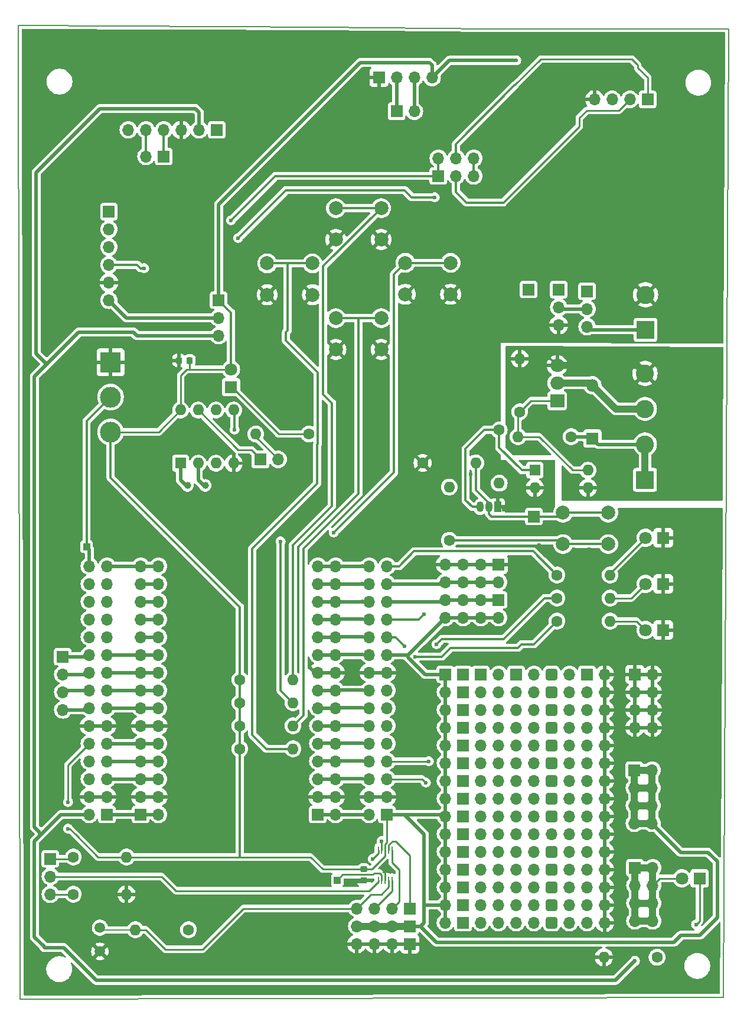
<source format=gbr>
%TF.GenerationSoftware,KiCad,Pcbnew,8.0.1*%
%TF.CreationDate,2024-10-07T23:16:47+02:00*%
%TF.ProjectId,CREPP.io,43524550-502e-4696-9f2e-6b696361645f,rev?*%
%TF.SameCoordinates,Original*%
%TF.FileFunction,Copper,L1,Top*%
%TF.FilePolarity,Positive*%
%FSLAX46Y46*%
G04 Gerber Fmt 4.6, Leading zero omitted, Abs format (unit mm)*
G04 Created by KiCad (PCBNEW 8.0.1) date 2024-10-07 23:16:47*
%MOMM*%
%LPD*%
G01*
G04 APERTURE LIST*
G04 Aperture macros list*
%AMRoundRect*
0 Rectangle with rounded corners*
0 $1 Rounding radius*
0 $2 $3 $4 $5 $6 $7 $8 $9 X,Y pos of 4 corners*
0 Add a 4 corners polygon primitive as box body*
4,1,4,$2,$3,$4,$5,$6,$7,$8,$9,$2,$3,0*
0 Add four circle primitives for the rounded corners*
1,1,$1+$1,$2,$3*
1,1,$1+$1,$4,$5*
1,1,$1+$1,$6,$7*
1,1,$1+$1,$8,$9*
0 Add four rect primitives between the rounded corners*
20,1,$1+$1,$2,$3,$4,$5,0*
20,1,$1+$1,$4,$5,$6,$7,0*
20,1,$1+$1,$6,$7,$8,$9,0*
20,1,$1+$1,$8,$9,$2,$3,0*%
%AMFreePoly0*
4,1,25,-0.850000,0.425000,-0.829199,0.556332,-0.768832,0.674809,-0.674809,0.768832,-0.556332,0.829199,-0.425000,0.850000,0.425000,0.850000,0.556332,0.829199,0.674809,0.768832,0.768832,0.674809,0.829199,0.556332,0.850000,0.425000,0.850000,-0.425000,0.829199,-0.556332,0.768832,-0.674809,0.674809,-0.768832,0.556332,-0.829199,0.425000,-0.850000,-0.425000,-0.850000,-0.556332,-0.829199,
-0.674809,-0.768832,-0.768832,-0.674809,-0.829199,-0.556332,-0.850000,-0.425000,-0.850000,0.425000,-0.850000,0.425000,$1*%
G04 Aperture macros list end*
%TA.AperFunction,ComponentPad*%
%ADD10C,1.600000*%
%TD*%
%TA.AperFunction,ComponentPad*%
%ADD11O,1.600000X1.600000*%
%TD*%
%TA.AperFunction,ComponentPad*%
%ADD12R,1.700000X1.700000*%
%TD*%
%TA.AperFunction,ComponentPad*%
%ADD13O,1.700000X1.700000*%
%TD*%
%TA.AperFunction,ComponentPad*%
%ADD14R,3.000000X3.000000*%
%TD*%
%TA.AperFunction,ComponentPad*%
%ADD15C,3.000000*%
%TD*%
%TA.AperFunction,ComponentPad*%
%ADD16R,1.800000X1.800000*%
%TD*%
%TA.AperFunction,ComponentPad*%
%ADD17C,1.800000*%
%TD*%
%TA.AperFunction,ComponentPad*%
%ADD18C,2.000000*%
%TD*%
%TA.AperFunction,ComponentPad*%
%ADD19R,2.600000X2.600000*%
%TD*%
%TA.AperFunction,ComponentPad*%
%ADD20C,2.600000*%
%TD*%
%TA.AperFunction,SMDPad,CuDef*%
%ADD21R,1.000000X1.000000*%
%TD*%
%TA.AperFunction,ComponentPad*%
%ADD22R,1.600000X1.600000*%
%TD*%
%TA.AperFunction,ComponentPad*%
%ADD23O,1.800000X1.800000*%
%TD*%
%TA.AperFunction,ComponentPad*%
%ADD24C,1.500000*%
%TD*%
%TA.AperFunction,SMDPad,CuDef*%
%ADD25R,0.250000X1.100000*%
%TD*%
%TA.AperFunction,ComponentPad*%
%ADD26FreePoly0,0.000000*%
%TD*%
%TA.AperFunction,SMDPad,CuDef*%
%ADD27RoundRect,0.225000X0.225000X0.250000X-0.225000X0.250000X-0.225000X-0.250000X0.225000X-0.250000X0*%
%TD*%
%TA.AperFunction,ComponentPad*%
%ADD28C,1.000000*%
%TD*%
%TA.AperFunction,ComponentPad*%
%ADD29R,2.000000X1.905000*%
%TD*%
%TA.AperFunction,ComponentPad*%
%ADD30O,2.000000X1.905000*%
%TD*%
%TA.AperFunction,SMDPad,CuDef*%
%ADD31RoundRect,0.225000X-0.250000X0.225000X-0.250000X-0.225000X0.250000X-0.225000X0.250000X0.225000X0*%
%TD*%
%TA.AperFunction,ComponentPad*%
%ADD32R,1.050000X1.500000*%
%TD*%
%TA.AperFunction,ComponentPad*%
%ADD33O,1.050000X1.500000*%
%TD*%
%TA.AperFunction,ViaPad*%
%ADD34C,0.600000*%
%TD*%
%TA.AperFunction,Conductor*%
%ADD35C,0.250000*%
%TD*%
%TA.AperFunction,Conductor*%
%ADD36C,0.350000*%
%TD*%
%TA.AperFunction,Conductor*%
%ADD37C,0.500000*%
%TD*%
%TA.AperFunction,Conductor*%
%ADD38C,0.200000*%
%TD*%
%TA.AperFunction,Conductor*%
%ADD39C,1.000000*%
%TD*%
%TA.AperFunction,Profile*%
%ADD40C,0.200000*%
%TD*%
G04 APERTURE END LIST*
D10*
%TO.P,R7,1*%
%TO.N,/LED/ORANGE_LED*%
X176570194Y-97028989D03*
D11*
%TO.P,R7,2*%
%TO.N,Net-(D2-A)*%
X184190194Y-97028989D03*
%TD*%
D12*
%TO.P,J25,1,Pin_1*%
%TO.N,unconnected-(J25-Pin_1-Pad1)*%
X112333194Y-41681989D03*
D13*
%TO.P,J25,2,Pin_2*%
%TO.N,unconnected-(J25-Pin_2-Pad2)*%
X112333194Y-44221989D03*
%TO.P,J25,3,Pin_3*%
%TO.N,/IO_Extender/SDA*%
X112333194Y-46761989D03*
%TO.P,J25,4,Pin_4*%
%TO.N,/IO_Extender/SCL*%
X112333194Y-49301989D03*
%TO.P,J25,5,Pin_5*%
%TO.N,GND*%
X112333194Y-51841989D03*
%TO.P,J25,6,Pin_6*%
%TO.N,/Sensors/VCC_Sensor*%
X112333194Y-54381989D03*
%TD*%
D14*
%TO.P,RV1,1,1*%
%TO.N,GND*%
X112562194Y-63246989D03*
D15*
%TO.P,RV1,2,2*%
%TO.N,/POT*%
X112562194Y-68246989D03*
%TO.P,RV1,3,3*%
%TO.N,+3.3V*%
X112562194Y-73246989D03*
%TD*%
D12*
%TO.P,J20,1,Pin_1*%
%TO.N,GND*%
X155488194Y-146558989D03*
D13*
%TO.P,J20,2,Pin_2*%
X152948194Y-146558989D03*
%TO.P,J20,3,Pin_3*%
X150408194Y-146558989D03*
%TO.P,J20,4,Pin_4*%
X147868194Y-146558989D03*
%TD*%
D12*
%TO.P,J30,1,Pin_1*%
%TO.N,Net-(J30-Pin_1)*%
X176824194Y-52847989D03*
D13*
%TO.P,J30,2,Pin_2*%
%TO.N,Net-(J30-Pin_2)*%
X176824194Y-55387989D03*
%TO.P,J30,3,Pin_3*%
%TO.N,GND*%
X176824194Y-57927989D03*
%TD*%
D12*
%TO.P,J13,1,Pin_1*%
%TO.N,GND*%
X168188194Y-92202989D03*
D13*
%TO.P,J13,2,Pin_2*%
%TO.N,/IO_Extender/SCL*%
X168188194Y-94742989D03*
%TO.P,J13,3,Pin_3*%
%TO.N,GND*%
X165648194Y-92202989D03*
%TO.P,J13,4,Pin_4*%
%TO.N,/IO_Extender/SCL*%
X165648194Y-94742989D03*
%TO.P,J13,5,Pin_5*%
%TO.N,GND*%
X163108194Y-92202989D03*
%TO.P,J13,6,Pin_6*%
%TO.N,/IO_Extender/SCL*%
X163108194Y-94742989D03*
%TO.P,J13,7,Pin_7*%
%TO.N,GND*%
X160568194Y-92202989D03*
%TO.P,J13,8,Pin_8*%
%TO.N,/IO_Extender/SCL*%
X160568194Y-94742989D03*
%TD*%
D16*
%TO.P,D3,1,K*%
%TO.N,GND*%
X191810194Y-101600989D03*
D17*
%TO.P,D3,2,A*%
%TO.N,Net-(D3-A)*%
X189270194Y-101600989D03*
%TD*%
D18*
%TO.P,SW4,1,1*%
%TO.N,/MCU/GPIO13_D7_RX2*%
X144872194Y-56932989D03*
X151372194Y-56932989D03*
%TO.P,SW4,2,2*%
%TO.N,GND*%
X144872194Y-61432989D03*
X151372194Y-61432989D03*
%TD*%
D12*
%TO.P,J4,1,Pin_1*%
%TO.N,/MCU/Pin_1*%
X116880194Y-128016989D03*
D13*
%TO.P,J4,2,Pin_2*%
X119420194Y-128016989D03*
%TO.P,J4,3,Pin_3*%
%TO.N,GND*%
X116880194Y-125476989D03*
%TO.P,J4,4,Pin_4*%
X119420194Y-125476989D03*
%TO.P,J4,5,Pin_5*%
%TO.N,/MCU/Pin_5*%
X116880194Y-122936989D03*
%TO.P,J4,6,Pin_6*%
X119420194Y-122936989D03*
%TO.P,J4,7,Pin_7*%
%TO.N,/MCU/Pin_7*%
X116880194Y-120396989D03*
%TO.P,J4,8,Pin_8*%
X119420194Y-120396989D03*
%TO.P,J4,9,Pin_9*%
%TO.N,/MCU/Pin_9*%
X116880194Y-117856989D03*
%TO.P,J4,10,Pin_10*%
X119420194Y-117856989D03*
%TO.P,J4,11,Pin_11*%
%TO.N,GND*%
X116880194Y-115316989D03*
%TO.P,J4,12,Pin_12*%
X119420194Y-115316989D03*
%TO.P,J4,13,Pin_13*%
%TO.N,/MCU/Pin_13*%
X116880194Y-112776989D03*
%TO.P,J4,14,Pin_14*%
X119420194Y-112776989D03*
%TO.P,J4,15,Pin_15*%
%TO.N,/MCU/Pin_15*%
X116880194Y-110236989D03*
%TO.P,J4,16,Pin_16*%
X119420194Y-110236989D03*
%TO.P,J4,17,Pin_17*%
%TO.N,/MCU/Pin_17*%
X116880194Y-107696989D03*
%TO.P,J4,18,Pin_18*%
X119420194Y-107696989D03*
%TO.P,J4,19,Pin_19*%
%TO.N,/MCU/Pin_19*%
X116880194Y-105156989D03*
%TO.P,J4,20,Pin_20*%
X119420194Y-105156989D03*
%TO.P,J4,21,Pin_21*%
%TO.N,/MCU/Pin_21*%
X116880194Y-102616989D03*
%TO.P,J4,22,Pin_22*%
X119420194Y-102616989D03*
%TO.P,J4,23,Pin_23*%
%TO.N,/MCU/Pin_23*%
X116880194Y-100076989D03*
%TO.P,J4,24,Pin_24*%
X119420194Y-100076989D03*
%TO.P,J4,25,Pin_25*%
%TO.N,/MCU/Pin_25*%
X116880194Y-97536989D03*
%TO.P,J4,26,Pin_26*%
X119420194Y-97536989D03*
%TO.P,J4,27,Pin_27*%
%TO.N,/MCU/Pin_27*%
X116880194Y-94996989D03*
%TO.P,J4,28,Pin_28*%
X119420194Y-94996989D03*
%TO.P,J4,29,Pin_29*%
%TO.N,/MCU/Pin_29*%
X116880194Y-92456989D03*
%TO.P,J4,30,Pin_30*%
X119420194Y-92456989D03*
%TD*%
D12*
%TO.P,J15,1,Pin_1*%
%TO.N,/IO_Extender/SDA*%
X168188194Y-97282989D03*
D13*
%TO.P,J15,2,Pin_2*%
%TO.N,+3.3V*%
X168188194Y-99822989D03*
%TO.P,J15,3,Pin_3*%
%TO.N,/IO_Extender/SDA*%
X165648194Y-97282989D03*
%TO.P,J15,4,Pin_4*%
%TO.N,+3.3V*%
X165648194Y-99822989D03*
%TO.P,J15,5,Pin_5*%
%TO.N,/IO_Extender/SDA*%
X163108194Y-97282989D03*
%TO.P,J15,6,Pin_6*%
%TO.N,+3.3V*%
X163108194Y-99822989D03*
%TO.P,J15,7,Pin_7*%
%TO.N,/IO_Extender/SDA*%
X160568194Y-97282989D03*
%TO.P,J15,8,Pin_8*%
%TO.N,+3.3V*%
X160568194Y-99822989D03*
%TD*%
D10*
%TO.P,R27,1*%
%TO.N,Net-(D12-K)*%
X141010194Y-73533989D03*
D11*
%TO.P,R27,2*%
%TO.N,Net-(JP7-B)*%
X133390194Y-73533989D03*
%TD*%
D12*
%TO.P,J19,1,Pin_1*%
%TO.N,/IO_Extender/A3*%
X155488194Y-141478989D03*
D13*
%TO.P,J19,2,Pin_2*%
%TO.N,/IO_Extender/A2*%
X152948194Y-141478989D03*
%TO.P,J19,3,Pin_3*%
%TO.N,/IO_Extender/A1*%
X150408194Y-141478989D03*
%TO.P,J19,4,Pin_4*%
%TO.N,/LDR*%
X147868194Y-141478989D03*
%TD*%
D12*
%TO.P,J16,1,Pin_1*%
%TO.N,/IO_Extender/SDA*%
X159552194Y-36576989D03*
D13*
%TO.P,J16,2,Pin_2*%
X159552194Y-34036989D03*
%TO.P,J16,3,Pin_3*%
%TO.N,/OLED/B*%
X162092194Y-36576989D03*
%TO.P,J16,4,Pin_4*%
%TO.N,/OLED/A*%
X162092194Y-34036989D03*
%TO.P,J16,5,Pin_5*%
%TO.N,/IO_Extender/SCL*%
X164632194Y-36576989D03*
%TO.P,J16,6,Pin_6*%
X164632194Y-34036989D03*
%TD*%
D12*
%TO.P,J6,1,Pin_1*%
%TO.N,+3.3V*%
X152186194Y-128016989D03*
D13*
%TO.P,J6,2,Pin_2*%
%TO.N,/MCU/Pin_2*%
X149646194Y-128016989D03*
%TO.P,J6,3,Pin_3*%
%TO.N,GND*%
X152186194Y-125476989D03*
%TO.P,J6,4,Pin_4*%
X149646194Y-125476989D03*
%TO.P,J6,5,Pin_5*%
%TO.N,/Bluetooth/TX*%
X152186194Y-122936989D03*
%TO.P,J6,6,Pin_6*%
%TO.N,/MCU/Pin_6*%
X149646194Y-122936989D03*
%TO.P,J6,7,Pin_7*%
%TO.N,/Bluetooth/RX*%
X152186194Y-120396989D03*
%TO.P,J6,8,Pin_8*%
%TO.N,/MCU/Pin_8*%
X149646194Y-120396989D03*
%TO.P,J6,9,Pin_9*%
%TO.N,/MCU/GPIO15_D8_TX2*%
X152186194Y-117856989D03*
%TO.P,J6,10,Pin_10*%
%TO.N,/MCU/Pin_10*%
X149646194Y-117856989D03*
%TO.P,J6,11,Pin_11*%
%TO.N,/MCU/GPIO13_D7_RX2*%
X152186194Y-115316989D03*
%TO.P,J6,12,Pin_12*%
%TO.N,/MCU/Pin_12*%
X149646194Y-115316989D03*
%TO.P,J6,13,Pin_13*%
%TO.N,/MCU/GPIO12_D6*%
X152186194Y-112776989D03*
%TO.P,J6,14,Pin_14*%
%TO.N,/MCU/Pin_14*%
X149646194Y-112776989D03*
%TO.P,J6,15,Pin_15*%
%TO.N,/MCU/GPIO14_D5*%
X152186194Y-110236989D03*
%TO.P,J6,16,Pin_16*%
%TO.N,/MCU/Pin_16*%
X149646194Y-110236989D03*
%TO.P,J6,17,Pin_17*%
%TO.N,GND*%
X152186194Y-107696989D03*
%TO.P,J6,18,Pin_18*%
X149646194Y-107696989D03*
%TO.P,J6,19,Pin_19*%
%TO.N,+3.3V*%
X152186194Y-105156989D03*
%TO.P,J6,20,Pin_20*%
%TO.N,/MCU/Pin_20*%
X149646194Y-105156989D03*
%TO.P,J6,21,Pin_21*%
%TO.N,/LED/GREEN*%
X152186194Y-102616989D03*
%TO.P,J6,22,Pin_22*%
%TO.N,/MCU/Pin_22*%
X149646194Y-102616989D03*
%TO.P,J6,23,Pin_23*%
%TO.N,/LED/ORANGE_LED*%
X152186194Y-100076989D03*
%TO.P,J6,24,Pin_24*%
%TO.N,/MCU/Pin_24*%
X149646194Y-100076989D03*
%TO.P,J6,25,Pin_25*%
%TO.N,/IO_Extender/SDA*%
X152186194Y-97536989D03*
%TO.P,J6,26,Pin_26*%
%TO.N,/MCU/Pin_26*%
X149646194Y-97536989D03*
%TO.P,J6,27,Pin_27*%
%TO.N,/IO_Extender/SCL*%
X152186194Y-94996989D03*
%TO.P,J6,28,Pin_28*%
%TO.N,/MCU/Pin_28*%
X149646194Y-94996989D03*
%TO.P,J6,29,Pin_29*%
%TO.N,/LED/RED_LED*%
X152186194Y-92456989D03*
%TO.P,J6,30,Pin_30*%
%TO.N,/MCU/Pin_30*%
X149646194Y-92456989D03*
%TD*%
D12*
%TO.P,J7,1,Pin_1*%
%TO.N,/MCU/Pin_1*%
X112054194Y-128016989D03*
D13*
%TO.P,J7,2,Pin_2*%
%TO.N,+5V*%
X109514194Y-128016989D03*
%TO.P,J7,3,Pin_3*%
%TO.N,GND*%
X112054194Y-125476989D03*
%TO.P,J7,4,Pin_4*%
X109514194Y-125476989D03*
%TO.P,J7,5,Pin_5*%
%TO.N,/MCU/Pin_5*%
X112054194Y-122936989D03*
%TO.P,J7,6,Pin_6*%
%TO.N,/MCU/RESET*%
X109514194Y-122936989D03*
%TO.P,J7,7,Pin_7*%
%TO.N,/MCU/Pin_7*%
X112054194Y-120396989D03*
%TO.P,J7,8,Pin_8*%
%TO.N,/MCU/EN*%
X109514194Y-120396989D03*
%TO.P,J7,9,Pin_9*%
%TO.N,/MCU/Pin_9*%
X112054194Y-117856989D03*
%TO.P,J7,10,Pin_10*%
%TO.N,+3.3V*%
X109514194Y-117856989D03*
%TO.P,J7,11,Pin_11*%
%TO.N,GND*%
X112054194Y-115316989D03*
%TO.P,J7,12,Pin_12*%
X109514194Y-115316989D03*
%TO.P,J7,13,Pin_13*%
%TO.N,/MCU/Pin_13*%
X112054194Y-112776989D03*
%TO.P,J7,14,Pin_14*%
%TO.N,/MCU/CLK*%
X109514194Y-112776989D03*
%TO.P,J7,15,Pin_15*%
%TO.N,/MCU/Pin_15*%
X112054194Y-110236989D03*
%TO.P,J7,16,Pin_16*%
%TO.N,/MCU/MISO*%
X109514194Y-110236989D03*
%TO.P,J7,17,Pin_17*%
%TO.N,/MCU/Pin_17*%
X112054194Y-107696989D03*
%TO.P,J7,18,Pin_18*%
%TO.N,/MCU/CS*%
X109514194Y-107696989D03*
%TO.P,J7,19,Pin_19*%
%TO.N,/MCU/Pin_19*%
X112054194Y-105156989D03*
%TO.P,J7,20,Pin_20*%
%TO.N,/MCU/MOSI*%
X109514194Y-105156989D03*
%TO.P,J7,21,Pin_21*%
%TO.N,unconnected-(J7-Pin_21-Pad21)*%
X112054194Y-102616989D03*
%TO.P,J7,22,Pin_22*%
%TO.N,unconnected-(J7-Pin_22-Pad22)*%
X109514194Y-102616989D03*
%TO.P,J7,23,Pin_23*%
%TO.N,unconnected-(J7-Pin_23-Pad23)*%
X112054194Y-100076989D03*
%TO.P,J7,24,Pin_24*%
%TO.N,unconnected-(J7-Pin_24-Pad24)*%
X109514194Y-100076989D03*
%TO.P,J7,25,Pin_25*%
%TO.N,unconnected-(J7-Pin_25-Pad25)*%
X112054194Y-97536989D03*
%TO.P,J7,26,Pin_26*%
%TO.N,unconnected-(J7-Pin_26-Pad26)*%
X109514194Y-97536989D03*
%TO.P,J7,27,Pin_27*%
%TO.N,unconnected-(J7-Pin_27-Pad27)*%
X112054194Y-94996989D03*
%TO.P,J7,28,Pin_28*%
%TO.N,unconnected-(J7-Pin_28-Pad28)*%
X109514194Y-94996989D03*
%TO.P,J7,29,Pin_29*%
%TO.N,/MCU/Pin_29*%
X112054194Y-92456989D03*
%TO.P,J7,30,Pin_30*%
%TO.N,/POT*%
X109514194Y-92456989D03*
%TD*%
D19*
%TO.P,J33,1,Pin_1*%
%TO.N,/Power/Ext_Servo*%
X189270194Y-58594989D03*
D20*
%TO.P,J33,2,Pin_2*%
%TO.N,GND*%
X189270194Y-53594989D03*
%TD*%
D18*
%TO.P,SW2,1,1*%
%TO.N,/MCU/GPIO12_D6*%
X144872194Y-41184989D03*
X151372194Y-41184989D03*
%TO.P,SW2,2,2*%
%TO.N,GND*%
X144872194Y-45684989D03*
X151372194Y-45684989D03*
%TD*%
D10*
%TO.P,R1,1*%
%TO.N,+3.3V*%
X131104194Y-118618989D03*
D11*
%TO.P,R1,2*%
%TO.N,/MCU/GPIO15_D8_TX2*%
X138724194Y-118618989D03*
%TD*%
D12*
%TO.P,J23,1,Pin_1*%
%TO.N,GND*%
X151043194Y-22479989D03*
D13*
%TO.P,J23,2,Pin_2*%
%TO.N,Net-(J23-Pin_2)*%
X153583194Y-22479989D03*
%TO.P,J23,3,Pin_3*%
%TO.N,Net-(J23-Pin_3)*%
X156123194Y-22479989D03*
%TO.P,J23,4,Pin_4*%
%TO.N,+3.3V*%
X158663194Y-22479989D03*
%TD*%
D10*
%TO.P,R17,1*%
%TO.N,Net-(R17-Pad1)*%
X161126994Y-88748589D03*
D11*
%TO.P,R17,2*%
%TO.N,+3.3V*%
X161126994Y-81128589D03*
%TD*%
D21*
%TO.P,T1,1,1*%
%TO.N,Net-(U1-ALERT{slash}RDY)*%
X145074194Y-137414989D03*
%TD*%
D16*
%TO.P,D1,1,K*%
%TO.N,GND*%
X191810194Y-88392989D03*
D17*
%TO.P,D1,2,A*%
%TO.N,Net-(D1-A)*%
X189270194Y-88392989D03*
%TD*%
D12*
%TO.P,J21,1,Pin_1*%
%TO.N,+3.3V*%
X155488194Y-144018989D03*
D13*
%TO.P,J21,2,Pin_2*%
X152948194Y-144018989D03*
%TO.P,J21,3,Pin_3*%
X150408194Y-144018989D03*
%TO.P,J21,4,Pin_4*%
X147868194Y-144018989D03*
%TD*%
D22*
%TO.P,U2,1*%
%TO.N,Net-(Q2-D)*%
X173390194Y-78708989D03*
D11*
%TO.P,U2,2*%
%TO.N,GND*%
X173390194Y-81248989D03*
%TO.P,U2,3*%
%TO.N,GND_POWER*%
X181010194Y-81248989D03*
%TO.P,U2,4*%
%TO.N,Net-(Q1-G)*%
X181010194Y-78708989D03*
%TD*%
D12*
%TO.P,J35,1,Pin_1*%
%TO.N,/MCU/MOSI*%
X105704194Y-105420989D03*
D13*
%TO.P,J35,2,Pin_2*%
%TO.N,/MCU/CS*%
X105704194Y-107960989D03*
%TO.P,J35,3,Pin_3*%
%TO.N,/MCU/MISO*%
X105704194Y-110500989D03*
%TO.P,J35,4,Pin_4*%
%TO.N,/MCU/CLK*%
X105704194Y-113040989D03*
%TD*%
D12*
%TO.P,J12,1,Pin_1*%
%TO.N,+3.3V*%
X160568194Y-107950989D03*
%TO.P,J12,2,Pin_2*%
%TO.N,unconnected-(J12-Pin_2-Pad2)*%
X163108194Y-107950989D03*
D13*
%TO.P,J12,3,Pin_3*%
%TO.N,+3.3V*%
X160568194Y-110490989D03*
D12*
%TO.P,J12,4,Pin_4*%
%TO.N,unconnected-(J12-Pin_4-Pad4)*%
X163108194Y-110490989D03*
D13*
%TO.P,J12,5,Pin_5*%
%TO.N,+3.3V*%
X160568194Y-113030989D03*
D12*
%TO.P,J12,6,Pin_6*%
%TO.N,unconnected-(J12-Pin_6-Pad6)*%
X163108194Y-113030989D03*
D13*
%TO.P,J12,7,Pin_7*%
%TO.N,+3.3V*%
X160568194Y-115570989D03*
D12*
%TO.P,J12,8,Pin_8*%
%TO.N,unconnected-(J12-Pin_8-Pad8)*%
X163108194Y-115570989D03*
D13*
%TO.P,J12,9,Pin_9*%
%TO.N,+3.3V*%
X160568194Y-118110989D03*
D12*
%TO.P,J12,10,Pin_10*%
%TO.N,unconnected-(J12-Pin_10-Pad10)*%
X163108194Y-118110989D03*
D13*
%TO.P,J12,11,Pin_11*%
%TO.N,+3.3V*%
X160568194Y-120650989D03*
D12*
%TO.P,J12,12,Pin_12*%
%TO.N,unconnected-(J12-Pin_12-Pad12)*%
X163108194Y-120650989D03*
D13*
%TO.P,J12,13,Pin_13*%
%TO.N,+3.3V*%
X160568194Y-123190989D03*
D12*
%TO.P,J12,14,Pin_14*%
%TO.N,unconnected-(J12-Pin_14-Pad14)*%
X163108194Y-123190989D03*
D13*
%TO.P,J12,15,Pin_15*%
%TO.N,+3.3V*%
X160568194Y-125730989D03*
D12*
%TO.P,J12,16,Pin_16*%
%TO.N,unconnected-(J12-Pin_16-Pad16)*%
X163108194Y-125730989D03*
D13*
%TO.P,J12,17,Pin_17*%
%TO.N,+3.3V*%
X160568194Y-128270989D03*
D12*
%TO.P,J12,18,Pin_18*%
%TO.N,unconnected-(J12-Pin_18-Pad18)*%
X163108194Y-128270989D03*
D13*
%TO.P,J12,19,Pin_19*%
%TO.N,+3.3V*%
X160568194Y-130810989D03*
D12*
%TO.P,J12,20,Pin_20*%
%TO.N,unconnected-(J12-Pin_20-Pad20)*%
X163108194Y-130810989D03*
D13*
%TO.P,J12,21,Pin_21*%
%TO.N,+3.3V*%
X160568194Y-133350989D03*
D12*
%TO.P,J12,22,Pin_22*%
%TO.N,unconnected-(J12-Pin_22-Pad22)*%
X163108194Y-133350989D03*
D13*
%TO.P,J12,23,Pin_23*%
%TO.N,+3.3V*%
X160568194Y-135890989D03*
D12*
%TO.P,J12,24,Pin_24*%
%TO.N,unconnected-(J12-Pin_24-Pad24)*%
X163108194Y-135890989D03*
D13*
%TO.P,J12,25,Pin_25*%
%TO.N,+3.3V*%
X160568194Y-138430989D03*
D12*
%TO.P,J12,26,Pin_26*%
%TO.N,unconnected-(J12-Pin_26-Pad26)*%
X163108194Y-138430989D03*
D13*
%TO.P,J12,27,Pin_27*%
%TO.N,+3.3V*%
X160568194Y-140970989D03*
D12*
%TO.P,J12,28,Pin_28*%
%TO.N,unconnected-(J12-Pin_28-Pad28)*%
X163108194Y-140970989D03*
D13*
%TO.P,J12,29,Pin_29*%
%TO.N,+3.3V*%
X160568194Y-143510989D03*
D12*
%TO.P,J12,30,Pin_30*%
%TO.N,unconnected-(J12-Pin_30-Pad30)*%
X163108194Y-143510989D03*
%TD*%
%TO.P,J5,1,Pin_1*%
%TO.N,/MCU/Pin_2*%
X142280194Y-128016989D03*
D13*
%TO.P,J5,2,Pin_2*%
X144820194Y-128016989D03*
%TO.P,J5,3,Pin_3*%
%TO.N,GND*%
X142280194Y-125476989D03*
%TO.P,J5,4,Pin_4*%
X144820194Y-125476989D03*
%TO.P,J5,5,Pin_5*%
%TO.N,/MCU/Pin_6*%
X142280194Y-122936989D03*
%TO.P,J5,6,Pin_6*%
X144820194Y-122936989D03*
%TO.P,J5,7,Pin_7*%
%TO.N,/MCU/Pin_8*%
X142280194Y-120396989D03*
%TO.P,J5,8,Pin_8*%
X144820194Y-120396989D03*
%TO.P,J5,9,Pin_9*%
%TO.N,/MCU/Pin_10*%
X142280194Y-117856989D03*
%TO.P,J5,10,Pin_10*%
X144820194Y-117856989D03*
%TO.P,J5,11,Pin_11*%
%TO.N,/MCU/Pin_12*%
X142280194Y-115316989D03*
%TO.P,J5,12,Pin_12*%
X144820194Y-115316989D03*
%TO.P,J5,13,Pin_13*%
%TO.N,/MCU/Pin_14*%
X142280194Y-112776989D03*
%TO.P,J5,14,Pin_14*%
X144820194Y-112776989D03*
%TO.P,J5,15,Pin_15*%
%TO.N,/MCU/Pin_16*%
X142280194Y-110236989D03*
%TO.P,J5,16,Pin_16*%
X144820194Y-110236989D03*
%TO.P,J5,17,Pin_17*%
%TO.N,GND*%
X142280194Y-107696989D03*
%TO.P,J5,18,Pin_18*%
X144820194Y-107696989D03*
%TO.P,J5,19,Pin_19*%
%TO.N,/MCU/Pin_20*%
X142280194Y-105156989D03*
%TO.P,J5,20,Pin_20*%
X144820194Y-105156989D03*
%TO.P,J5,21,Pin_21*%
%TO.N,/MCU/Pin_22*%
X142280194Y-102616989D03*
%TO.P,J5,22,Pin_22*%
X144820194Y-102616989D03*
%TO.P,J5,23,Pin_23*%
%TO.N,/MCU/Pin_24*%
X142280194Y-100076989D03*
%TO.P,J5,24,Pin_24*%
X144820194Y-100076989D03*
%TO.P,J5,25,Pin_25*%
%TO.N,/MCU/Pin_26*%
X142280194Y-97536989D03*
%TO.P,J5,26,Pin_26*%
X144820194Y-97536989D03*
%TO.P,J5,27,Pin_27*%
%TO.N,/MCU/Pin_28*%
X142280194Y-94996989D03*
%TO.P,J5,28,Pin_28*%
X144820194Y-94996989D03*
%TO.P,J5,29,Pin_29*%
%TO.N,/MCU/Pin_30*%
X142280194Y-92456989D03*
%TO.P,J5,30,Pin_30*%
X144820194Y-92456989D03*
%TD*%
D18*
%TO.P,SW3,1,1*%
%TO.N,/MCU/GPIO14_D5*%
X154830194Y-49022989D03*
X161330194Y-49022989D03*
%TO.P,SW3,2,2*%
%TO.N,GND*%
X154830194Y-53522989D03*
X161330194Y-53522989D03*
%TD*%
D16*
%TO.P,D12,1,K*%
%TO.N,Net-(D12-K)*%
X129834194Y-66802989D03*
D17*
%TO.P,D12,2,A*%
%TO.N,+3.3V*%
X129834194Y-64262989D03*
%TD*%
D16*
%TO.P,D5,1,K*%
%TO.N,Net-(D5-K)*%
X181650194Y-74168989D03*
D23*
%TO.P,D5,2,A*%
%TO.N,Net-(D5-A)*%
X181650194Y-66548989D03*
%TD*%
D10*
%TO.P,R2,1*%
%TO.N,+3.3V*%
X131104194Y-108712989D03*
D11*
%TO.P,R2,2*%
%TO.N,/MCU/GPIO12_D6*%
X138724194Y-108712989D03*
%TD*%
D24*
%TO.P,LDR1,1*%
%TO.N,/LDR*%
X111038194Y-144225789D03*
%TO.P,LDR1,2*%
%TO.N,GND*%
X111038194Y-147625789D03*
%TD*%
D12*
%TO.P,JP7,1,A*%
%TO.N,Net-(JP7-A)*%
X134050594Y-77166189D03*
D13*
%TO.P,JP7,2,B*%
%TO.N,Net-(JP7-B)*%
X136590594Y-77166189D03*
%TD*%
D12*
%TO.P,J8,1,Pin_1*%
%TO.N,unconnected-(J8-Pin_1-Pad1)*%
X180888194Y-107950989D03*
D13*
%TO.P,J8,2,Pin_2*%
%TO.N,GND*%
X183428194Y-107950989D03*
%TO.P,J8,3,Pin_3*%
%TO.N,unconnected-(J8-Pin_3-Pad3)*%
X180888194Y-110490989D03*
%TO.P,J8,4,Pin_4*%
%TO.N,GND*%
X183428194Y-110490989D03*
%TO.P,J8,5,Pin_5*%
%TO.N,unconnected-(J8-Pin_5-Pad5)*%
X180888194Y-113030989D03*
%TO.P,J8,6,Pin_6*%
%TO.N,GND*%
X183428194Y-113030989D03*
%TO.P,J8,7,Pin_7*%
%TO.N,unconnected-(J8-Pin_7-Pad7)*%
X180888194Y-115570989D03*
%TO.P,J8,8,Pin_8*%
%TO.N,GND*%
X183428194Y-115570989D03*
%TO.P,J8,9,Pin_9*%
%TO.N,unconnected-(J8-Pin_9-Pad9)*%
X180888194Y-118110989D03*
%TO.P,J8,10,Pin_10*%
%TO.N,GND*%
X183428194Y-118110989D03*
%TO.P,J8,11,Pin_11*%
%TO.N,unconnected-(J8-Pin_11-Pad11)*%
X180888194Y-120650989D03*
%TO.P,J8,12,Pin_12*%
%TO.N,GND*%
X183428194Y-120650989D03*
%TO.P,J8,13,Pin_13*%
%TO.N,unconnected-(J8-Pin_13-Pad13)*%
X180888194Y-123190989D03*
%TO.P,J8,14,Pin_14*%
%TO.N,GND*%
X183428194Y-123190989D03*
%TO.P,J8,15,Pin_15*%
%TO.N,unconnected-(J8-Pin_15-Pad15)*%
X180888194Y-125730989D03*
%TO.P,J8,16,Pin_16*%
%TO.N,GND*%
X183428194Y-125730989D03*
%TO.P,J8,17,Pin_17*%
%TO.N,unconnected-(J8-Pin_17-Pad17)*%
X180888194Y-128270989D03*
%TO.P,J8,18,Pin_18*%
%TO.N,GND*%
X183428194Y-128270989D03*
%TO.P,J8,19,Pin_19*%
%TO.N,unconnected-(J8-Pin_19-Pad19)*%
X180888194Y-130810989D03*
%TO.P,J8,20,Pin_20*%
%TO.N,GND*%
X183428194Y-130810989D03*
%TO.P,J8,21,Pin_21*%
%TO.N,unconnected-(J8-Pin_21-Pad21)*%
X180888194Y-133350989D03*
%TO.P,J8,22,Pin_22*%
%TO.N,GND*%
X183428194Y-133350989D03*
%TO.P,J8,23,Pin_23*%
%TO.N,unconnected-(J8-Pin_23-Pad23)*%
X180888194Y-135890989D03*
%TO.P,J8,24,Pin_24*%
%TO.N,GND*%
X183428194Y-135890989D03*
%TO.P,J8,25,Pin_25*%
%TO.N,unconnected-(J8-Pin_25-Pad25)*%
X180888194Y-138430989D03*
%TO.P,J8,26,Pin_26*%
%TO.N,GND*%
X183428194Y-138430989D03*
%TO.P,J8,27,Pin_27*%
%TO.N,unconnected-(J8-Pin_27-Pad27)*%
X180888194Y-140970989D03*
%TO.P,J8,28,Pin_28*%
%TO.N,GND*%
X183428194Y-140970989D03*
%TO.P,J8,29,Pin_29*%
%TO.N,unconnected-(J8-Pin_29-Pad29)*%
X180888194Y-143510989D03*
%TO.P,J8,30,Pin_30*%
%TO.N,GND*%
X183428194Y-143510989D03*
%TD*%
D12*
%TO.P,J17,1,Pin_1*%
%TO.N,+3.3V*%
X187658194Y-121666989D03*
D13*
%TO.P,J17,2,Pin_2*%
X190198194Y-121666989D03*
%TO.P,J17,3,Pin_3*%
X187658194Y-124206989D03*
%TO.P,J17,4,Pin_4*%
X190198194Y-124206989D03*
%TO.P,J17,5,Pin_5*%
X187658194Y-126746989D03*
%TO.P,J17,6,Pin_6*%
X190198194Y-126746989D03*
%TO.P,J17,7,Pin_7*%
X187658194Y-129286989D03*
%TO.P,J17,8,Pin_8*%
X190198194Y-129286989D03*
%TD*%
D12*
%TO.P,J3,1,Pin_1*%
%TO.N,GND*%
X187746194Y-107950989D03*
D13*
%TO.P,J3,2,Pin_2*%
X190286194Y-107950989D03*
%TO.P,J3,3,Pin_3*%
X187746194Y-110490989D03*
%TO.P,J3,4,Pin_4*%
X190286194Y-110490989D03*
%TO.P,J3,5,Pin_5*%
X187746194Y-113030989D03*
%TO.P,J3,6,Pin_6*%
X190286194Y-113030989D03*
%TO.P,J3,7,Pin_7*%
X187746194Y-115570989D03*
%TO.P,J3,8,Pin_8*%
X190286194Y-115570989D03*
%TD*%
D25*
%TO.P,U1,1,ADDR*%
%TO.N,Net-(J26-Pin_2)*%
X150948194Y-137414989D03*
%TO.P,U1,2,ALERT/RDY*%
%TO.N,Net-(U1-ALERT{slash}RDY)*%
X151448194Y-137414989D03*
%TO.P,U1,3,GND*%
%TO.N,GND*%
X151948194Y-137414989D03*
%TO.P,U1,4,AIN0*%
%TO.N,/LDR*%
X152448194Y-137414989D03*
%TO.P,U1,5,AIN1*%
%TO.N,/IO_Extender/A1*%
X152948194Y-137414989D03*
%TO.P,U1,6,AIN2*%
%TO.N,/IO_Extender/A2*%
X152948194Y-133114989D03*
%TO.P,U1,7,AIN3*%
%TO.N,/IO_Extender/A3*%
X152448194Y-133114989D03*
%TO.P,U1,8,VDD*%
%TO.N,+3.3V*%
X151948194Y-133114989D03*
%TO.P,U1,9,SDA*%
%TO.N,/IO_Extender/SDA*%
X151448194Y-133114989D03*
%TO.P,U1,10,SCL*%
%TO.N,/IO_Extender/SCL*%
X150948194Y-133114989D03*
%TD*%
D12*
%TO.P,J29,1,Pin_1*%
%TO.N,unconnected-(J29-Pin_1-Pad1)*%
X127802194Y-29972989D03*
D13*
%TO.P,J29,2,Pin_2*%
%TO.N,+5V*%
X125262194Y-29972989D03*
%TO.P,J29,3,Pin_3*%
%TO.N,GND*%
X122722194Y-29972989D03*
%TO.P,J29,4,Pin_4*%
%TO.N,/Bluetooth/RX*%
X120182194Y-29972989D03*
%TO.P,J29,5,Pin_5*%
%TO.N,/Bluetooth/TX*%
X117642194Y-29972989D03*
%TO.P,J29,6,Pin_6*%
%TO.N,unconnected-(J29-Pin_6-Pad6)*%
X115102194Y-29972989D03*
%TD*%
D12*
%TO.P,J9,1,Pin_1*%
%TO.N,unconnected-(J9-Pin_1-Pad1)*%
X165648194Y-107950989D03*
D13*
%TO.P,J9,2,Pin_2*%
%TO.N,unconnected-(J9-Pin_2-Pad2)*%
X168188194Y-107950989D03*
%TO.P,J9,3,Pin_3*%
%TO.N,unconnected-(J9-Pin_3-Pad3)*%
X165648194Y-110490989D03*
%TO.P,J9,4,Pin_4*%
%TO.N,unconnected-(J9-Pin_4-Pad4)*%
X168188194Y-110490989D03*
%TO.P,J9,5,Pin_5*%
%TO.N,unconnected-(J9-Pin_5-Pad5)*%
X165648194Y-113030989D03*
%TO.P,J9,6,Pin_6*%
%TO.N,unconnected-(J9-Pin_6-Pad6)*%
X168188194Y-113030989D03*
%TO.P,J9,7,Pin_7*%
%TO.N,unconnected-(J9-Pin_7-Pad7)*%
X165648194Y-115570989D03*
%TO.P,J9,8,Pin_8*%
%TO.N,unconnected-(J9-Pin_8-Pad8)*%
X168188194Y-115570989D03*
%TO.P,J9,9,Pin_9*%
%TO.N,unconnected-(J9-Pin_9-Pad9)*%
X165648194Y-118110989D03*
%TO.P,J9,10,Pin_10*%
%TO.N,unconnected-(J9-Pin_10-Pad10)*%
X168188194Y-118110989D03*
%TO.P,J9,11,Pin_11*%
%TO.N,unconnected-(J9-Pin_11-Pad11)*%
X165648194Y-120650989D03*
%TO.P,J9,12,Pin_12*%
%TO.N,unconnected-(J9-Pin_12-Pad12)*%
X168188194Y-120650989D03*
%TO.P,J9,13,Pin_13*%
%TO.N,unconnected-(J9-Pin_13-Pad13)*%
X165648194Y-123190989D03*
%TO.P,J9,14,Pin_14*%
%TO.N,unconnected-(J9-Pin_14-Pad14)*%
X168188194Y-123190989D03*
%TO.P,J9,15,Pin_15*%
%TO.N,unconnected-(J9-Pin_15-Pad15)*%
X165648194Y-125730989D03*
%TO.P,J9,16,Pin_16*%
%TO.N,unconnected-(J9-Pin_16-Pad16)*%
X168188194Y-125730989D03*
%TO.P,J9,17,Pin_17*%
%TO.N,unconnected-(J9-Pin_17-Pad17)*%
X165648194Y-128270989D03*
%TO.P,J9,18,Pin_18*%
%TO.N,unconnected-(J9-Pin_18-Pad18)*%
X168188194Y-128270989D03*
%TO.P,J9,19,Pin_19*%
%TO.N,unconnected-(J9-Pin_19-Pad19)*%
X165648194Y-130810989D03*
%TO.P,J9,20,Pin_20*%
%TO.N,unconnected-(J9-Pin_20-Pad20)*%
X168188194Y-130810989D03*
%TO.P,J9,21,Pin_21*%
%TO.N,unconnected-(J9-Pin_21-Pad21)*%
X165648194Y-133350989D03*
%TO.P,J9,22,Pin_22*%
%TO.N,unconnected-(J9-Pin_22-Pad22)*%
X168188194Y-133350989D03*
%TO.P,J9,23,Pin_23*%
%TO.N,unconnected-(J9-Pin_23-Pad23)*%
X165648194Y-135890989D03*
%TO.P,J9,24,Pin_24*%
%TO.N,unconnected-(J9-Pin_24-Pad24)*%
X168188194Y-135890989D03*
%TO.P,J9,25,Pin_25*%
%TO.N,unconnected-(J9-Pin_25-Pad25)*%
X165648194Y-138430989D03*
%TO.P,J9,26,Pin_26*%
%TO.N,unconnected-(J9-Pin_26-Pad26)*%
X168188194Y-138430989D03*
%TO.P,J9,27,Pin_27*%
%TO.N,unconnected-(J9-Pin_27-Pad27)*%
X165648194Y-140970989D03*
%TO.P,J9,28,Pin_28*%
%TO.N,unconnected-(J9-Pin_28-Pad28)*%
X168188194Y-140970989D03*
%TO.P,J9,29,Pin_29*%
%TO.N,unconnected-(J9-Pin_29-Pad29)*%
X165648194Y-143510989D03*
%TO.P,J9,30,Pin_30*%
%TO.N,unconnected-(J9-Pin_30-Pad30)*%
X168188194Y-143510989D03*
%TD*%
D16*
%TO.P,D4,1,K*%
%TO.N,Net-(D4-K)*%
X197017194Y-137160989D03*
D17*
%TO.P,D4,2,A*%
%TO.N,+5V*%
X194477194Y-137160989D03*
%TD*%
D12*
%TO.P,J36,1,Pin_1*%
%TO.N,+3.3V*%
X128056194Y-54356989D03*
D13*
%TO.P,J36,2,Pin_2*%
%TO.N,/Sensors/VCC_Sensor*%
X128056194Y-56896989D03*
%TO.P,J36,3,Pin_3*%
%TO.N,+5V*%
X128056194Y-59436989D03*
%TD*%
D10*
%TO.P,R3,1*%
%TO.N,+3.3V*%
X131104194Y-112014989D03*
D11*
%TO.P,R3,2*%
%TO.N,/MCU/GPIO14_D5*%
X138724194Y-112014989D03*
%TD*%
D10*
%TO.P,R5,1*%
%TO.N,Net-(D4-K)*%
X190921194Y-148463989D03*
D11*
%TO.P,R5,2*%
%TO.N,GND*%
X183301194Y-148463989D03*
%TD*%
D12*
%TO.P,J26,1,Pin_1*%
%TO.N,Net-(J26-Pin_1)*%
X103926194Y-134366989D03*
D13*
%TO.P,J26,2,Pin_2*%
%TO.N,Net-(J26-Pin_2)*%
X103926194Y-136906989D03*
%TO.P,J26,3,Pin_3*%
%TO.N,Net-(J26-Pin_3)*%
X103926194Y-139446989D03*
%TD*%
D12*
%TO.P,J37,1,Pin_1*%
%TO.N,Net-(J37-Pin_1)*%
X173268194Y-85344989D03*
%TD*%
D10*
%TO.P,R16,1*%
%TO.N,Net-(J26-Pin_3)*%
X107228194Y-139446989D03*
D11*
%TO.P,R16,2*%
%TO.N,GND*%
X114848194Y-139446989D03*
%TD*%
D10*
%TO.P,R15,1*%
%TO.N,+3.3V*%
X123738194Y-144526989D03*
D11*
%TO.P,R15,2*%
%TO.N,/LDR*%
X116118194Y-144526989D03*
%TD*%
D26*
%TO.P,J11,1,Pin_1*%
%TO.N,unconnected-(J11-Pin_1-Pad1)*%
X175808194Y-107950989D03*
D13*
%TO.P,J11,2,Pin_2*%
%TO.N,unconnected-(J11-Pin_2-Pad2)*%
X178348194Y-107950989D03*
D26*
%TO.P,J11,3,Pin_3*%
%TO.N,unconnected-(J11-Pin_3-Pad3)*%
X175808194Y-110490989D03*
D13*
%TO.P,J11,4,Pin_4*%
%TO.N,unconnected-(J11-Pin_4-Pad4)*%
X178348194Y-110490989D03*
D26*
%TO.P,J11,5,Pin_5*%
%TO.N,unconnected-(J11-Pin_5-Pad5)*%
X175808194Y-113030989D03*
D13*
%TO.P,J11,6,Pin_6*%
%TO.N,unconnected-(J11-Pin_6-Pad6)*%
X178348194Y-113030989D03*
D26*
%TO.P,J11,7,Pin_7*%
%TO.N,unconnected-(J11-Pin_7-Pad7)*%
X175808194Y-115570989D03*
D13*
%TO.P,J11,8,Pin_8*%
%TO.N,unconnected-(J11-Pin_8-Pad8)*%
X178348194Y-115570989D03*
D26*
%TO.P,J11,9,Pin_9*%
%TO.N,unconnected-(J11-Pin_9-Pad9)*%
X175808194Y-118110989D03*
D13*
%TO.P,J11,10,Pin_10*%
%TO.N,unconnected-(J11-Pin_10-Pad10)*%
X178348194Y-118110989D03*
D26*
%TO.P,J11,11,Pin_11*%
%TO.N,unconnected-(J11-Pin_11-Pad11)*%
X175808194Y-120650989D03*
D13*
%TO.P,J11,12,Pin_12*%
%TO.N,unconnected-(J11-Pin_12-Pad12)*%
X178348194Y-120650989D03*
D26*
%TO.P,J11,13,Pin_13*%
%TO.N,unconnected-(J11-Pin_13-Pad13)*%
X175808194Y-123190989D03*
D13*
%TO.P,J11,14,Pin_14*%
%TO.N,unconnected-(J11-Pin_14-Pad14)*%
X178348194Y-123190989D03*
D26*
%TO.P,J11,15,Pin_15*%
%TO.N,unconnected-(J11-Pin_15-Pad15)*%
X175808194Y-125730989D03*
D13*
%TO.P,J11,16,Pin_16*%
%TO.N,unconnected-(J11-Pin_16-Pad16)*%
X178348194Y-125730989D03*
D26*
%TO.P,J11,17,Pin_17*%
%TO.N,unconnected-(J11-Pin_17-Pad17)*%
X175808194Y-128270989D03*
D13*
%TO.P,J11,18,Pin_18*%
%TO.N,unconnected-(J11-Pin_18-Pad18)*%
X178348194Y-128270989D03*
%TO.P,J11,19,Pin_19*%
%TO.N,unconnected-(J11-Pin_19-Pad19)*%
X175808194Y-130810989D03*
%TO.P,J11,20,Pin_20*%
%TO.N,unconnected-(J11-Pin_20-Pad20)*%
X178348194Y-130810989D03*
D26*
%TO.P,J11,21,Pin_21*%
%TO.N,unconnected-(J11-Pin_21-Pad21)*%
X175808194Y-133350989D03*
D13*
%TO.P,J11,22,Pin_22*%
%TO.N,unconnected-(J11-Pin_22-Pad22)*%
X178348194Y-133350989D03*
D26*
%TO.P,J11,23,Pin_23*%
%TO.N,unconnected-(J11-Pin_23-Pad23)*%
X175808194Y-135890989D03*
D13*
%TO.P,J11,24,Pin_24*%
%TO.N,unconnected-(J11-Pin_24-Pad24)*%
X178348194Y-135890989D03*
D26*
%TO.P,J11,25,Pin_25*%
%TO.N,unconnected-(J11-Pin_25-Pad25)*%
X175808194Y-138430989D03*
D13*
%TO.P,J11,26,Pin_26*%
%TO.N,unconnected-(J11-Pin_26-Pad26)*%
X178348194Y-138430989D03*
D26*
%TO.P,J11,27,Pin_27*%
%TO.N,unconnected-(J11-Pin_27-Pad27)*%
X175808194Y-140970989D03*
D13*
%TO.P,J11,28,Pin_28*%
%TO.N,unconnected-(J11-Pin_28-Pad28)*%
X178348194Y-140970989D03*
D26*
%TO.P,J11,29,Pin_29*%
%TO.N,unconnected-(J11-Pin_29-Pad29)*%
X175808194Y-143510989D03*
D13*
%TO.P,J11,30,Pin_30*%
%TO.N,unconnected-(J11-Pin_30-Pad30)*%
X178348194Y-143510989D03*
%TD*%
D10*
%TO.P,R12,1*%
%TO.N,Net-(Q2-D)*%
X168289794Y-72949789D03*
D11*
%TO.P,R12,2*%
%TO.N,+3.3V*%
X168289794Y-80569789D03*
%TD*%
D19*
%TO.P,J1,1,Pin_1*%
%TO.N,Net-(D5-K)*%
X189200194Y-80088989D03*
D20*
%TO.P,J1,2,Pin_2*%
X189200194Y-75008989D03*
%TO.P,J1,3,Pin_3*%
%TO.N,Net-(D5-A)*%
X189200194Y-69928989D03*
%TO.P,J1,4,Pin_4*%
%TO.N,GND_POWER*%
X189200194Y-64848989D03*
%TD*%
D27*
%TO.P,C2,1*%
%TO.N,+3.3V*%
X123903594Y-62992989D03*
%TO.P,C2,2*%
%TO.N,GND*%
X122353594Y-62992989D03*
%TD*%
D12*
%TO.P,J32,1,Pin_1*%
%TO.N,+5V*%
X180888194Y-53086989D03*
D13*
%TO.P,J32,2,Pin_2*%
%TO.N,Net-(J30-Pin_2)*%
X180888194Y-55626989D03*
%TO.P,J32,3,Pin_3*%
%TO.N,/Power/Ext_Servo*%
X180888194Y-58166989D03*
%TD*%
D10*
%TO.P,R6,1*%
%TO.N,/LED/RED_LED*%
X176570194Y-93726989D03*
D11*
%TO.P,R6,2*%
%TO.N,Net-(D1-A)*%
X184190194Y-93726989D03*
%TD*%
D10*
%TO.P,R8,1*%
%TO.N,/LED/GREEN*%
X176570194Y-100330989D03*
D11*
%TO.P,R8,2*%
%TO.N,Net-(D3-A)*%
X184190194Y-100330989D03*
%TD*%
D12*
%TO.P,J10,1,Pin_1*%
%TO.N,unconnected-(J10-Pin_1-Pad1)*%
X170728194Y-107950989D03*
D13*
%TO.P,J10,2,Pin_2*%
%TO.N,unconnected-(J10-Pin_2-Pad2)*%
X173268194Y-107950989D03*
%TO.P,J10,3,Pin_3*%
%TO.N,unconnected-(J10-Pin_3-Pad3)*%
X170728194Y-110490989D03*
%TO.P,J10,4,Pin_4*%
%TO.N,unconnected-(J10-Pin_4-Pad4)*%
X173268194Y-110490989D03*
%TO.P,J10,5,Pin_5*%
%TO.N,unconnected-(J10-Pin_5-Pad5)*%
X170728194Y-113030989D03*
%TO.P,J10,6,Pin_6*%
%TO.N,unconnected-(J10-Pin_6-Pad6)*%
X173268194Y-113030989D03*
%TO.P,J10,7,Pin_7*%
%TO.N,unconnected-(J10-Pin_7-Pad7)*%
X170728194Y-115570989D03*
%TO.P,J10,8,Pin_8*%
%TO.N,unconnected-(J10-Pin_8-Pad8)*%
X173268194Y-115570989D03*
%TO.P,J10,9,Pin_9*%
%TO.N,unconnected-(J10-Pin_9-Pad9)*%
X170728194Y-118110989D03*
%TO.P,J10,10,Pin_10*%
%TO.N,unconnected-(J10-Pin_10-Pad10)*%
X173268194Y-118110989D03*
%TO.P,J10,11,Pin_11*%
%TO.N,unconnected-(J10-Pin_11-Pad11)*%
X170728194Y-120650989D03*
%TO.P,J10,12,Pin_12*%
%TO.N,unconnected-(J10-Pin_12-Pad12)*%
X173268194Y-120650989D03*
%TO.P,J10,13,Pin_13*%
%TO.N,unconnected-(J10-Pin_13-Pad13)*%
X170728194Y-123190989D03*
%TO.P,J10,14,Pin_14*%
%TO.N,unconnected-(J10-Pin_14-Pad14)*%
X173268194Y-123190989D03*
%TO.P,J10,15,Pin_15*%
%TO.N,unconnected-(J10-Pin_15-Pad15)*%
X170728194Y-125730989D03*
%TO.P,J10,16,Pin_16*%
%TO.N,unconnected-(J10-Pin_16-Pad16)*%
X173268194Y-125730989D03*
%TO.P,J10,17,Pin_17*%
%TO.N,unconnected-(J10-Pin_17-Pad17)*%
X170728194Y-128270989D03*
%TO.P,J10,18,Pin_18*%
%TO.N,unconnected-(J10-Pin_18-Pad18)*%
X173268194Y-128270989D03*
%TO.P,J10,19,Pin_19*%
%TO.N,unconnected-(J10-Pin_19-Pad19)*%
X170728194Y-130810989D03*
%TO.P,J10,20,Pin_20*%
%TO.N,unconnected-(J10-Pin_20-Pad20)*%
X173268194Y-130810989D03*
%TO.P,J10,21,Pin_21*%
%TO.N,unconnected-(J10-Pin_21-Pad21)*%
X170728194Y-133350989D03*
%TO.P,J10,22,Pin_22*%
%TO.N,unconnected-(J10-Pin_22-Pad22)*%
X173268194Y-133350989D03*
%TO.P,J10,23,Pin_23*%
%TO.N,unconnected-(J10-Pin_23-Pad23)*%
X170728194Y-135890989D03*
%TO.P,J10,24,Pin_24*%
%TO.N,unconnected-(J10-Pin_24-Pad24)*%
X173268194Y-135890989D03*
%TO.P,J10,25,Pin_25*%
%TO.N,unconnected-(J10-Pin_25-Pad25)*%
X170728194Y-138430989D03*
%TO.P,J10,26,Pin_26*%
%TO.N,unconnected-(J10-Pin_26-Pad26)*%
X173268194Y-138430989D03*
%TO.P,J10,27,Pin_27*%
%TO.N,unconnected-(J10-Pin_27-Pad27)*%
X170728194Y-140970989D03*
%TO.P,J10,28,Pin_28*%
%TO.N,unconnected-(J10-Pin_28-Pad28)*%
X173268194Y-140970989D03*
%TO.P,J10,29,Pin_29*%
%TO.N,unconnected-(J10-Pin_29-Pad29)*%
X170728194Y-143510989D03*
%TO.P,J10,30,Pin_30*%
%TO.N,unconnected-(J10-Pin_30-Pad30)*%
X173268194Y-143510989D03*
%TD*%
D12*
%TO.P,J27,1,Pin_1*%
%TO.N,Net-(J23-Pin_2)*%
X153583194Y-27305989D03*
D13*
%TO.P,J27,2,Pin_2*%
%TO.N,Net-(J23-Pin_3)*%
X156123194Y-27305989D03*
%TD*%
D28*
%TO.P,Y2,1,1*%
%TO.N,Net-(U14-X1)*%
X123611194Y-80899989D03*
%TO.P,Y2,2,2*%
%TO.N,Net-(U14-X2)*%
X126151194Y-80899989D03*
%TD*%
D10*
%TO.P,R13,1*%
%TO.N,GND*%
X157316994Y-77674189D03*
D11*
%TO.P,R13,2*%
%TO.N,Net-(J37-Pin_1)*%
X164936994Y-77674189D03*
%TD*%
D29*
%TO.P,Q1,1,G*%
%TO.N,Net-(Q1-G)*%
X176600194Y-68758989D03*
D30*
%TO.P,Q1,2,D*%
%TO.N,Net-(D5-A)*%
X176600194Y-66218989D03*
%TO.P,Q1,3,S*%
%TO.N,GND_POWER*%
X176600194Y-63678989D03*
%TD*%
D18*
%TO.P,SW1,1,1*%
%TO.N,/MCU/GPIO15_D8_TX2*%
X135018194Y-49094989D03*
X141518194Y-49094989D03*
%TO.P,SW1,2,2*%
%TO.N,GND*%
X135018194Y-53594989D03*
X141518194Y-53594989D03*
%TD*%
D12*
%TO.P,J18,1,Pin_1*%
%TO.N,+5V*%
X187746194Y-135636989D03*
D13*
%TO.P,J18,2,Pin_2*%
X190286194Y-135636989D03*
%TO.P,J18,3,Pin_3*%
X187746194Y-138176989D03*
%TO.P,J18,4,Pin_4*%
X190286194Y-138176989D03*
%TO.P,J18,5,Pin_5*%
X187746194Y-140716989D03*
%TO.P,J18,6,Pin_6*%
X190286194Y-140716989D03*
%TO.P,J18,7,Pin_7*%
X187746194Y-143256989D03*
%TO.P,J18,8,Pin_8*%
X190286194Y-143256989D03*
%TD*%
D31*
%TO.P,C1,1*%
%TO.N,+3.3V*%
X148884194Y-135864989D03*
%TO.P,C1,2*%
%TO.N,GND*%
X148884194Y-137414989D03*
%TD*%
D12*
%TO.P,J14,1,Pin_1*%
%TO.N,/OLED/A*%
X189574994Y-25604189D03*
D13*
%TO.P,J14,2,Pin_2*%
%TO.N,/OLED/B*%
X187034994Y-25604189D03*
%TO.P,J14,3,Pin_3*%
%TO.N,+3.3V*%
X184494994Y-25604189D03*
%TO.P,J14,4,Pin_4*%
%TO.N,GND*%
X181954994Y-25604189D03*
%TD*%
D12*
%TO.P,J28,1,Pin_1*%
%TO.N,/Bluetooth/RX*%
X120182194Y-33782989D03*
D13*
%TO.P,J28,2,Pin_2*%
%TO.N,/Bluetooth/TX*%
X117642194Y-33782989D03*
%TD*%
D18*
%TO.P,SW5,1,1*%
%TO.N,Net-(J37-Pin_1)*%
X177436194Y-84786189D03*
X183936194Y-84786189D03*
%TO.P,SW5,2,2*%
%TO.N,Net-(R17-Pad1)*%
X177436194Y-89286189D03*
X183936194Y-89286189D03*
%TD*%
D12*
%TO.P,J34,1,Pin_1*%
%TO.N,Net-(J30-Pin_1)*%
X172506194Y-52832989D03*
%TD*%
D10*
%TO.P,R4,1*%
%TO.N,+3.3V*%
X131104194Y-115316989D03*
D11*
%TO.P,R4,2*%
%TO.N,/MCU/GPIO13_D7_RX2*%
X138724194Y-115316989D03*
%TD*%
D16*
%TO.P,D2,1,K*%
%TO.N,GND*%
X191810194Y-94996989D03*
D17*
%TO.P,D2,2,A*%
%TO.N,Net-(D2-A)*%
X189270194Y-94996989D03*
%TD*%
D10*
%TO.P,R9,1*%
%TO.N,Net-(Q1-G)*%
X171236194Y-70358989D03*
D11*
%TO.P,R9,2*%
%TO.N,GND_POWER*%
X171236194Y-62738989D03*
%TD*%
D10*
%TO.P,R14,1*%
%TO.N,Net-(D5-K)*%
X178602194Y-73914989D03*
D11*
%TO.P,R14,2*%
%TO.N,Net-(Q1-G)*%
X170982194Y-73914989D03*
%TD*%
D10*
%TO.P,R10,1*%
%TO.N,Net-(J26-Pin_1)*%
X107228194Y-134112989D03*
D11*
%TO.P,R10,2*%
%TO.N,+3.3V*%
X114848194Y-134112989D03*
%TD*%
D21*
%TO.P,T4,1,1*%
%TO.N,/POT*%
X109133194Y-89662989D03*
%TD*%
D32*
%TO.P,Q2,1,S*%
%TO.N,GND*%
X168086594Y-83968989D03*
D33*
%TO.P,Q2,2,G*%
%TO.N,Net-(J37-Pin_1)*%
X166816594Y-83968989D03*
%TO.P,Q2,3,D*%
%TO.N,Net-(Q2-D)*%
X165546594Y-83968989D03*
%TD*%
D22*
%TO.P,U14,1,X1*%
%TO.N,Net-(U14-X1)*%
X122605194Y-77714989D03*
D11*
%TO.P,U14,2,X2*%
%TO.N,Net-(U14-X2)*%
X125145194Y-77714989D03*
%TO.P,U14,3,VBAT*%
%TO.N,unconnected-(U14-VBAT-Pad3)*%
X127685194Y-77714989D03*
%TO.P,U14,4,GND*%
%TO.N,GND*%
X130225194Y-77714989D03*
%TO.P,U14,5,SDA*%
%TO.N,/IO_Extender/SDA*%
X130225194Y-70094989D03*
%TO.P,U14,6,SCL*%
%TO.N,/IO_Extender/SCL*%
X127685194Y-70094989D03*
%TO.P,U14,7,SQW/OUT*%
%TO.N,Net-(JP7-A)*%
X125145194Y-70094989D03*
%TO.P,U14,8,VCC*%
%TO.N,+3.3V*%
X122605194Y-70094989D03*
%TD*%
D34*
%TO.N,/LED/ORANGE_LED*%
X157520194Y-99314989D03*
X159298194Y-103632989D03*
%TO.N,/LED/GREEN*%
X154726194Y-103886989D03*
X156250194Y-105410989D03*
%TO.N,/IO_Extender/SDA*%
X129834194Y-42926989D03*
X151424194Y-131826989D03*
X130342194Y-72898989D03*
%TO.N,/IO_Extender/SCL*%
X159044194Y-39624989D03*
X117388194Y-49784989D03*
X150154194Y-134366989D03*
X130850194Y-45466989D03*
%TO.N,+3.3V*%
X106466194Y-130048989D03*
X170728194Y-20016189D03*
X106466194Y-126238989D03*
%TO.N,+5V*%
X187746194Y-148971989D03*
%TO.N,GND*%
X141028670Y-23372036D03*
X153728670Y-84332036D03*
X194368670Y-127512036D03*
X184208670Y-18292036D03*
X128328670Y-124972036D03*
X141028670Y-43692036D03*
X123248670Y-150372036D03*
X138488670Y-137672036D03*
X191828670Y-150372036D03*
X151188670Y-51312036D03*
X168968670Y-145292036D03*
X191828670Y-97032036D03*
X194368670Y-119892036D03*
X141060994Y-106884189D03*
X181668670Y-145292036D03*
X123248670Y-84332036D03*
X171508670Y-48772036D03*
X161348670Y-51312036D03*
X141028670Y-61472036D03*
X120708670Y-61472036D03*
X123248670Y-109732036D03*
X196908670Y-122432036D03*
X181668670Y-150372036D03*
X196908670Y-48772036D03*
X110548670Y-18292036D03*
X135948670Y-28452036D03*
X105468670Y-56392036D03*
X128328670Y-91952036D03*
X138488670Y-43692036D03*
X128328670Y-117352036D03*
X158808670Y-43692036D03*
X194368670Y-104652036D03*
X123248670Y-41152036D03*
X110548670Y-43692036D03*
X156268670Y-41152036D03*
X163888670Y-48772036D03*
X151188670Y-48772036D03*
X199448670Y-38612036D03*
X191828670Y-18292036D03*
X189288670Y-36072036D03*
X113088670Y-152912036D03*
X110548670Y-51312036D03*
X179128670Y-150372036D03*
X181668670Y-18292036D03*
X196908670Y-84332036D03*
X138488670Y-79252036D03*
X138488670Y-147832036D03*
X115628670Y-147832036D03*
X123248670Y-36072036D03*
X133408670Y-147832036D03*
X161348670Y-84332036D03*
X196908670Y-41152036D03*
X110548670Y-38612036D03*
X171508670Y-46232036D03*
X196908670Y-46232036D03*
X120708670Y-20832036D03*
X158808670Y-51312036D03*
X148648670Y-18292036D03*
X115628670Y-64012036D03*
X120708670Y-130052036D03*
X161348670Y-25912036D03*
X135948670Y-69092036D03*
X158808670Y-56392036D03*
X108008670Y-46232036D03*
X156268670Y-51312036D03*
X141028670Y-79252036D03*
X174048670Y-18292036D03*
X194368670Y-122432036D03*
X108008670Y-18292036D03*
X138488670Y-127512036D03*
X128328670Y-86872036D03*
X115628670Y-89412036D03*
X133408670Y-135132036D03*
X135948670Y-107192036D03*
X123248670Y-46232036D03*
X158808670Y-117352036D03*
X115628670Y-152912036D03*
X153728670Y-33532036D03*
X110548670Y-53852036D03*
X123248670Y-33532036D03*
X113088670Y-30992036D03*
X148648670Y-51312036D03*
X113088670Y-130052036D03*
X148648670Y-48772036D03*
X151188670Y-150372036D03*
X105468670Y-142752036D03*
X138488670Y-25912036D03*
X133408670Y-142752036D03*
X171508670Y-102112036D03*
X125788670Y-23372036D03*
X174048670Y-48772036D03*
X135948670Y-66552036D03*
X141028670Y-137672036D03*
X102928670Y-152912036D03*
X191828670Y-99572036D03*
X118168670Y-147832036D03*
X135948670Y-99572036D03*
X196908670Y-109732036D03*
X146108670Y-79252036D03*
X148648670Y-46232036D03*
X133408670Y-41152036D03*
X123248670Y-99572036D03*
X186748670Y-20832036D03*
X194368670Y-109732036D03*
X110548670Y-41152036D03*
X196908670Y-119892036D03*
X110548670Y-135132036D03*
X105468670Y-84332036D03*
X194368670Y-117352036D03*
X143568670Y-18292036D03*
X168968670Y-28452036D03*
X158808670Y-25912036D03*
X108008670Y-145292036D03*
X123248670Y-48772036D03*
X125788670Y-102112036D03*
X184208670Y-38612036D03*
X163888670Y-53852036D03*
X115628670Y-41152036D03*
X128328670Y-104652036D03*
X196908670Y-114812036D03*
X161348670Y-41152036D03*
X133408670Y-86872036D03*
X141028670Y-69092036D03*
X168968670Y-18292036D03*
X179128670Y-41152036D03*
X133408670Y-64012036D03*
X166428670Y-145292036D03*
X113088670Y-89412036D03*
X184208670Y-43692036D03*
X133408670Y-127512036D03*
X125788670Y-150372036D03*
X125788670Y-36072036D03*
X102928670Y-25912036D03*
X135948670Y-20832036D03*
X105468670Y-76712036D03*
X151188670Y-69092036D03*
X133408670Y-66552036D03*
X108008670Y-53852036D03*
X105468670Y-74172036D03*
X125788670Y-33532036D03*
X168968670Y-30992036D03*
X194368670Y-140212036D03*
X135948670Y-130052036D03*
X110548670Y-66552036D03*
X189288670Y-41152036D03*
X135948670Y-104652036D03*
X164188794Y-79252036D03*
X133408670Y-122432036D03*
X123248670Y-20832036D03*
X191828670Y-38612036D03*
X125788670Y-117352036D03*
X115628670Y-79252036D03*
X148648670Y-150372036D03*
X130868670Y-84332036D03*
X191828670Y-117352036D03*
X133408670Y-28452036D03*
X179128670Y-36072036D03*
X141028670Y-145292036D03*
X130868670Y-94492036D03*
X128328670Y-150372036D03*
X153728670Y-150372036D03*
X108008670Y-74172036D03*
X105468670Y-69092036D03*
X176588670Y-18292036D03*
X163888670Y-18292036D03*
X168968670Y-84332036D03*
X179128670Y-38612036D03*
X125788670Y-122432036D03*
X110548670Y-30992036D03*
X115628670Y-18292036D03*
X194368670Y-147832036D03*
X143568670Y-20832036D03*
X186748670Y-94492036D03*
X133408670Y-56392036D03*
X118168670Y-81792036D03*
X135948670Y-18292036D03*
X143568670Y-89412036D03*
X184208670Y-30992036D03*
X146108670Y-130052036D03*
X123248670Y-135132036D03*
X123248670Y-23372036D03*
X120708670Y-74172036D03*
X133408670Y-61472036D03*
X184208670Y-48772036D03*
X168968670Y-150372036D03*
X110548670Y-56392036D03*
X118168670Y-76712036D03*
X189288670Y-33532036D03*
X166428670Y-38612036D03*
X141028670Y-71632036D03*
X174048670Y-25912036D03*
X191828670Y-84332036D03*
X118168670Y-130052036D03*
X189288670Y-38612036D03*
X146108670Y-51312036D03*
X118168670Y-64012036D03*
X120708670Y-76712036D03*
X113088670Y-18292036D03*
X135948670Y-142752036D03*
X179128670Y-48772036D03*
X161348670Y-147832036D03*
X181668670Y-20832036D03*
X115628670Y-86872036D03*
X163888670Y-43692036D03*
X163888670Y-56392036D03*
X141028670Y-20832036D03*
X161348670Y-23372036D03*
X166428670Y-23372036D03*
X141028670Y-51312036D03*
X158808670Y-28452036D03*
X171508670Y-84332036D03*
X184208670Y-145292036D03*
X186748670Y-43692036D03*
X125788670Y-41152036D03*
X168968670Y-38612036D03*
X148648670Y-89412036D03*
X138488670Y-41152036D03*
X120708670Y-64012036D03*
X130868670Y-61472036D03*
X199448670Y-43692036D03*
X125788670Y-119892036D03*
X115628670Y-20832036D03*
X143568670Y-30992036D03*
X174048670Y-150372036D03*
X120708670Y-81792036D03*
X176588670Y-30992036D03*
X184208670Y-150372036D03*
X135948670Y-147832036D03*
X123248670Y-119892036D03*
X199448670Y-48772036D03*
X163888670Y-28452036D03*
X153728670Y-43692036D03*
X184208670Y-36072036D03*
X176588670Y-104652036D03*
X194368670Y-86872036D03*
X191828670Y-23372036D03*
X128328670Y-142752036D03*
X176588670Y-145292036D03*
X138488670Y-145292036D03*
X191828670Y-20832036D03*
X130868670Y-56392036D03*
X186748670Y-41152036D03*
X168968670Y-86872036D03*
X125788670Y-48772036D03*
X115628670Y-76712036D03*
X108008670Y-38612036D03*
X105468670Y-18292036D03*
X130868670Y-91952036D03*
X110548670Y-23372036D03*
X146108670Y-71632036D03*
X105468670Y-25912036D03*
X128328670Y-79252036D03*
X105468670Y-81792036D03*
X135948670Y-97032036D03*
X135948670Y-43692036D03*
X196908670Y-38612036D03*
X161348670Y-86872036D03*
X115628670Y-74172036D03*
X146108670Y-33532036D03*
X166428670Y-46232036D03*
X118168670Y-46232036D03*
X151188670Y-71632036D03*
X130868670Y-89412036D03*
X146108670Y-150372036D03*
X151805194Y-136144989D03*
X161348670Y-145292036D03*
X141028670Y-30992036D03*
X128328670Y-119892036D03*
X171508670Y-18292036D03*
X105468670Y-86872036D03*
X156268670Y-56392036D03*
X194368670Y-43692036D03*
X130868670Y-147832036D03*
X120708670Y-145292036D03*
X102928670Y-142752036D03*
X130868670Y-145292036D03*
X125788670Y-99572036D03*
X125788670Y-145292036D03*
X189288670Y-117352036D03*
X133408670Y-150372036D03*
X178998016Y-90011189D03*
X152059194Y-135382989D03*
X143568670Y-142752036D03*
X181668670Y-99572036D03*
X133408670Y-51312036D03*
X199448670Y-46232036D03*
X123248670Y-124972036D03*
X151188670Y-28452036D03*
X115628670Y-71632036D03*
X196908670Y-112272036D03*
X199448670Y-36072036D03*
X196908670Y-33532036D03*
X174048670Y-30992036D03*
X128328670Y-130052036D03*
X108008670Y-51312036D03*
X105468670Y-48772036D03*
X120708670Y-18292036D03*
X181668670Y-102112036D03*
X118168670Y-142752036D03*
X110548670Y-20832036D03*
X138488670Y-130052036D03*
X118168670Y-74172036D03*
X194368670Y-130052036D03*
X133408670Y-20832036D03*
X133408670Y-130052036D03*
X125788670Y-74172036D03*
X191828670Y-91952036D03*
X194368670Y-107192036D03*
X123248670Y-104652036D03*
X161348670Y-43692036D03*
X146852194Y-137668989D03*
X105468670Y-41152036D03*
X151188670Y-66552036D03*
X151188670Y-79252036D03*
X158808670Y-142752036D03*
X141028670Y-58932036D03*
X189288670Y-145292036D03*
X135948670Y-64012036D03*
X184208670Y-41152036D03*
X146108670Y-89412036D03*
X125788670Y-130052036D03*
X161348670Y-150372036D03*
X163888670Y-46232036D03*
X189288670Y-20832036D03*
X181668670Y-86872036D03*
X194368670Y-28452036D03*
X174048670Y-33532036D03*
X105468670Y-66552036D03*
X168968670Y-147832036D03*
X163888670Y-145292036D03*
X108008670Y-152912036D03*
X125788670Y-86872036D03*
X158808670Y-112272036D03*
X113088670Y-140212036D03*
X125788670Y-142752036D03*
X161348670Y-79252036D03*
X151188670Y-76712036D03*
X168968670Y-43692036D03*
X105468670Y-71632036D03*
X171508670Y-25912036D03*
X151188670Y-30992036D03*
X156268670Y-150372036D03*
X108008670Y-66552036D03*
X118168670Y-41152036D03*
X171508670Y-36072036D03*
X123248670Y-86872036D03*
X135948670Y-114812036D03*
X141028670Y-142752036D03*
X123248670Y-18292036D03*
X176588670Y-28452036D03*
X179128670Y-43692036D03*
X110548670Y-140212036D03*
X105468670Y-38612036D03*
X156268670Y-79252036D03*
X113088670Y-135132036D03*
X125788670Y-84332036D03*
X158808670Y-86872036D03*
X189288670Y-91952036D03*
X171508670Y-145292036D03*
X146108670Y-48772036D03*
X199448670Y-132592036D03*
X141028670Y-150372036D03*
X120708670Y-69092036D03*
X158808670Y-91952036D03*
X128328670Y-99572036D03*
X179128670Y-145292036D03*
X171508670Y-150372036D03*
X110548670Y-130052036D03*
X174048670Y-145292036D03*
X108008670Y-48772036D03*
X194368670Y-36072036D03*
X179128670Y-18292036D03*
X153728670Y-81792036D03*
X196908670Y-152912036D03*
X108008670Y-86872036D03*
X138488670Y-18292036D03*
X115628670Y-66552036D03*
X156268670Y-30992036D03*
X194368670Y-46232036D03*
X128328670Y-127512036D03*
X153728670Y-86872036D03*
X184208670Y-46232036D03*
X138488670Y-23372036D03*
X146108670Y-30992036D03*
X141028670Y-33532036D03*
X171508670Y-147832036D03*
X143568670Y-130052036D03*
X108008670Y-142752036D03*
X113088670Y-147832036D03*
X123248670Y-102112036D03*
X128328670Y-107192036D03*
X118168670Y-61472036D03*
X120708670Y-84332036D03*
X110548670Y-86872036D03*
X199448670Y-41152036D03*
X128328670Y-137672036D03*
X166428670Y-25912036D03*
X123248670Y-130052036D03*
X146108670Y-28452036D03*
X194368670Y-150372036D03*
X138488670Y-71632036D03*
X186748670Y-48772036D03*
X125788670Y-127512036D03*
X199448670Y-28452036D03*
X151188670Y-43692036D03*
X191828670Y-48772036D03*
X191828670Y-25912036D03*
X191828670Y-43692036D03*
X191828670Y-152912036D03*
X146108670Y-147832036D03*
X133408670Y-137672036D03*
X133408670Y-124972036D03*
X176588670Y-150372036D03*
X143568670Y-33532036D03*
X135948670Y-150372036D03*
X108008670Y-69092036D03*
X179128670Y-86872036D03*
X102928670Y-23372036D03*
X138488670Y-135132036D03*
X135948670Y-58932036D03*
X196908670Y-43692036D03*
X174048670Y-28452036D03*
X194368670Y-89412036D03*
X118168670Y-89412036D03*
X130868670Y-18292036D03*
X186748670Y-117352036D03*
X166428670Y-86872036D03*
X143568670Y-137672036D03*
X108008670Y-76712036D03*
X151188670Y-53852036D03*
X146108670Y-66552036D03*
X194368670Y-152912036D03*
X115628670Y-23372036D03*
X118168670Y-79252036D03*
X153728670Y-18292036D03*
X171508670Y-43692036D03*
X115628670Y-130052036D03*
X138488670Y-66552036D03*
X148648670Y-33532036D03*
X158808670Y-79252036D03*
X191828670Y-104652036D03*
X133408670Y-119892036D03*
X141028670Y-66552036D03*
X123248670Y-127512036D03*
X135948670Y-124972036D03*
X146108670Y-145292036D03*
X120708670Y-41152036D03*
X186748670Y-86872036D03*
X120708670Y-48772036D03*
X138488670Y-69092036D03*
X120708670Y-46232036D03*
X194368670Y-30992036D03*
X184208670Y-20832036D03*
X199448670Y-33532036D03*
X171508670Y-30992036D03*
X146108670Y-18292036D03*
X166428670Y-48772036D03*
X108008670Y-84332036D03*
X194368670Y-41152036D03*
X135948670Y-84332036D03*
X174048670Y-147832036D03*
X186748670Y-38612036D03*
X148648670Y-53852036D03*
X163888670Y-147832036D03*
X118168670Y-23372036D03*
X158808670Y-109732036D03*
X105468670Y-46232036D03*
X115628670Y-61472036D03*
X128328670Y-89412036D03*
X130868670Y-150372036D03*
X133408670Y-30992036D03*
X194368670Y-84332036D03*
X143568670Y-28452036D03*
X113088670Y-86872036D03*
X176588670Y-102112036D03*
X186748670Y-30992036D03*
X110548670Y-89412036D03*
X189288670Y-97032036D03*
X130868670Y-86872036D03*
X118168670Y-71632036D03*
X125788670Y-109732036D03*
X151188670Y-18292036D03*
X189288670Y-104652036D03*
X184208670Y-33532036D03*
X171508670Y-33532036D03*
X141028670Y-130052036D03*
X181187729Y-90011189D03*
X138488670Y-142752036D03*
X123248670Y-137672036D03*
X199448670Y-18292036D03*
X138488670Y-81792036D03*
X194368670Y-33532036D03*
X135948670Y-119892036D03*
X161348670Y-30992036D03*
X181668670Y-94492036D03*
X166428670Y-18292036D03*
X135948670Y-145292036D03*
X110548670Y-46232036D03*
X186748670Y-36072036D03*
X179128670Y-97032036D03*
X123248670Y-122432036D03*
X174048670Y-38612036D03*
X128328670Y-33532036D03*
X128328670Y-84332036D03*
X196908670Y-135132036D03*
X113088670Y-142752036D03*
X186748670Y-18292036D03*
X110548670Y-81792036D03*
X105468670Y-64012036D03*
X166428670Y-147832036D03*
X163888670Y-86872036D03*
X130868670Y-20832036D03*
X123248670Y-117352036D03*
X110548670Y-84332036D03*
X186748670Y-46232036D03*
X135948670Y-56392036D03*
X156268670Y-18292036D03*
X146108670Y-25912036D03*
X133408670Y-18292036D03*
X123248670Y-107192036D03*
X102928670Y-18292036D03*
X158808670Y-150372036D03*
X171508670Y-86872036D03*
X158808670Y-135132036D03*
X105468670Y-79252036D03*
X196908670Y-104652036D03*
X166428670Y-43692036D03*
X115628670Y-36072036D03*
X128328670Y-36072036D03*
X120708670Y-23372036D03*
X108008670Y-61472036D03*
X168968670Y-46232036D03*
X135948670Y-127512036D03*
X105468670Y-89412036D03*
X133408670Y-25912036D03*
X133408670Y-145292036D03*
X130868670Y-79252036D03*
X176588670Y-147832036D03*
X123248670Y-71632036D03*
X161348670Y-28452036D03*
X113088670Y-84332036D03*
X105468670Y-51312036D03*
X141028670Y-56392036D03*
X194368670Y-114812036D03*
X179128670Y-94492036D03*
X143568670Y-147832036D03*
X196908670Y-18292036D03*
X189288670Y-84332036D03*
X118168670Y-150372036D03*
X108008670Y-81792036D03*
X108008670Y-56392036D03*
X158808670Y-147832036D03*
X123248670Y-74172036D03*
X138488670Y-76712036D03*
X186748670Y-102112036D03*
X138488670Y-150372036D03*
X141028670Y-84332036D03*
X158808670Y-53852036D03*
X151188670Y-58932036D03*
X161348670Y-18292036D03*
X113088670Y-36072036D03*
X194368670Y-48772036D03*
X105468670Y-58932036D03*
X176588670Y-91952036D03*
X125788670Y-38612036D03*
X125788670Y-46232036D03*
X138488670Y-20832036D03*
X128328670Y-122432036D03*
X113088670Y-23372036D03*
X161348670Y-56392036D03*
X156268670Y-86872036D03*
X125788670Y-135132036D03*
X115628670Y-69092036D03*
X148648670Y-30992036D03*
X108008670Y-64012036D03*
X108008670Y-43692036D03*
X135948670Y-117352036D03*
X189288670Y-30992036D03*
X168968670Y-23372036D03*
X125788670Y-89412036D03*
X138488670Y-64012036D03*
X191828670Y-30992036D03*
X191828670Y-36072036D03*
X118168670Y-20832036D03*
X120708670Y-25912036D03*
X125788670Y-124972036D03*
X141028670Y-147832036D03*
X135948670Y-61472036D03*
X158808670Y-18292036D03*
X151188670Y-74172036D03*
X135948670Y-137672036D03*
X135948670Y-79252036D03*
X189288670Y-43692036D03*
X184208670Y-102112036D03*
X189288670Y-46232036D03*
X196908670Y-124972036D03*
X158808670Y-41152036D03*
X179128670Y-46232036D03*
X120708670Y-142752036D03*
X133408670Y-84332036D03*
X158808670Y-137672036D03*
X108008670Y-36072036D03*
X194368670Y-38612036D03*
X156268670Y-43692036D03*
X146108670Y-142752036D03*
X120817194Y-115316989D03*
X141028670Y-18292036D03*
X113088670Y-38612036D03*
X174048670Y-104652036D03*
X146108670Y-74172036D03*
X191828670Y-145292036D03*
X186748670Y-145292036D03*
X135948670Y-81792036D03*
X110548670Y-36072036D03*
X146108670Y-69092036D03*
X174048670Y-43692036D03*
X130868670Y-30992036D03*
X171508670Y-28452036D03*
X128328670Y-18292036D03*
X196908670Y-107192036D03*
X163888670Y-23372036D03*
X153728670Y-30992036D03*
X130868670Y-51312036D03*
X148648670Y-23372036D03*
X102928670Y-20832036D03*
X135948670Y-51312036D03*
X196908670Y-117352036D03*
X130868670Y-135132036D03*
X163888670Y-150372036D03*
X179128670Y-99572036D03*
X191828670Y-41152036D03*
X151188670Y-33532036D03*
X108008670Y-25912036D03*
X179128670Y-104652036D03*
X128328670Y-20832036D03*
X179128670Y-147832036D03*
X168968670Y-48772036D03*
X123248670Y-112272036D03*
X143568670Y-43692036D03*
X174048670Y-89473589D03*
X184208670Y-86872036D03*
X110548670Y-76712036D03*
X105468670Y-152912036D03*
X158808670Y-114812036D03*
X151188670Y-84332036D03*
X189288670Y-147832036D03*
X181668670Y-147832036D03*
X125788670Y-97032036D03*
X128328670Y-109732036D03*
X196908670Y-86872036D03*
X199448670Y-30992036D03*
X125788670Y-137672036D03*
X135948670Y-122432036D03*
X194368670Y-18292036D03*
X171508670Y-41152036D03*
X130868670Y-137672036D03*
X102928670Y-28452036D03*
X130868670Y-23372036D03*
X135948670Y-23372036D03*
X189288670Y-150372036D03*
X148648670Y-28452036D03*
X176588670Y-86872036D03*
X108008670Y-71632036D03*
X189288670Y-18292036D03*
X133408670Y-58932036D03*
X128328670Y-81792036D03*
X146108670Y-53852036D03*
X189288670Y-48772036D03*
X105468670Y-53852036D03*
X138488670Y-122432036D03*
X125788670Y-20832036D03*
X108008670Y-20832036D03*
X143568670Y-145292036D03*
X128328670Y-23372036D03*
X125788670Y-114812036D03*
X133408670Y-23372036D03*
X179128670Y-33532036D03*
X163888670Y-25912036D03*
X196908670Y-91952036D03*
X146108670Y-58932036D03*
X128328670Y-135132036D03*
X174048670Y-46232036D03*
X135948670Y-38612036D03*
X123248670Y-114812036D03*
X125788670Y-107192036D03*
X135948670Y-102112036D03*
X110548670Y-152912036D03*
X135948670Y-135132036D03*
X146108670Y-76712036D03*
X174048670Y-41152036D03*
X108008670Y-41152036D03*
X135948670Y-94492036D03*
X120708670Y-150372036D03*
X186748670Y-104652036D03*
X123248670Y-94492036D03*
X176588670Y-36072036D03*
X146108670Y-43692036D03*
X123248670Y-97032036D03*
X138488670Y-124972036D03*
X125788670Y-18292036D03*
X125788670Y-112272036D03*
X110548670Y-48772036D03*
X189288670Y-99572036D03*
X115628670Y-142752036D03*
X118168670Y-18292036D03*
X179128670Y-102112036D03*
X113088670Y-20832036D03*
X166428670Y-30992036D03*
X130868670Y-33532036D03*
X141028670Y-41152036D03*
X128328670Y-102112036D03*
X143568670Y-150372036D03*
X130868670Y-58932036D03*
X196908670Y-127512036D03*
X181668670Y-97032036D03*
X186748670Y-132592036D03*
X118168670Y-69092036D03*
X148648670Y-130052036D03*
X191828670Y-33532036D03*
X135948670Y-91952036D03*
X191828670Y-46232036D03*
X120708670Y-66552036D03*
X135948670Y-25912036D03*
X196908670Y-36072036D03*
X166428670Y-150372036D03*
X138488670Y-33532036D03*
X105468670Y-43692036D03*
X186748670Y-33532036D03*
X118168670Y-66552036D03*
X125788670Y-104652036D03*
X128328670Y-147832036D03*
%TO.N,GND_POWER*%
X191302194Y-68616989D03*
X193842194Y-81316989D03*
X193842194Y-73696989D03*
X191302194Y-76236989D03*
X193842194Y-66076989D03*
X191302194Y-73696989D03*
X183682194Y-66076989D03*
X178602194Y-68616989D03*
X183682194Y-71156989D03*
X186222194Y-78776989D03*
X186222194Y-76236989D03*
X193842194Y-71156989D03*
X183682194Y-81316989D03*
X193842194Y-68616989D03*
X183682194Y-76236989D03*
X178602194Y-81316989D03*
X191302194Y-63536989D03*
X193842194Y-76236989D03*
X181142194Y-71156989D03*
X191302194Y-71156989D03*
X181142194Y-76236989D03*
X191302194Y-66076989D03*
X191302194Y-81316989D03*
X193842194Y-63536989D03*
X183682194Y-73696989D03*
X193842194Y-78776989D03*
X173522194Y-66076989D03*
X186222194Y-71156989D03*
X176062194Y-73696989D03*
X170982194Y-68616989D03*
X186222194Y-81316989D03*
X170982194Y-66076989D03*
X191302194Y-78776989D03*
X186222194Y-73696989D03*
X178602194Y-71156989D03*
X181142194Y-68616989D03*
%TO.N,/MCU/GPIO14_D5*%
X144566194Y-87630989D03*
X136946194Y-88900989D03*
%TO.N,Net-(D4-K)*%
X196509194Y-143764989D03*
%TO.N,/Bluetooth/TX*%
X157774194Y-123444989D03*
%TO.N,/Bluetooth/RX*%
X158195194Y-120396989D03*
%TD*%
D35*
%TO.N,Net-(D1-A)*%
X184190194Y-93472989D02*
X184190194Y-93726989D01*
X189270194Y-88392989D02*
X184190194Y-93472989D01*
%TO.N,Net-(D2-A)*%
X187238194Y-97028989D02*
X189270194Y-94996989D01*
X184190194Y-97028989D02*
X187238194Y-97028989D01*
D36*
%TO.N,/LED/RED_LED*%
X173166594Y-90323389D02*
X176570194Y-93726989D01*
X156097794Y-90323389D02*
X173166594Y-90323389D01*
X152186194Y-92456989D02*
X153964194Y-92456989D01*
X153964194Y-92456989D02*
X156097794Y-90323389D01*
D35*
%TO.N,Net-(D3-A)*%
X188000194Y-100330989D02*
X189270194Y-101600989D01*
X184190194Y-100330989D02*
X188000194Y-100330989D01*
D36*
%TO.N,/LED/ORANGE_LED*%
X160060194Y-102870989D02*
X168950194Y-102870989D01*
X168950194Y-102870989D02*
X174792194Y-97028989D01*
X156758194Y-100076989D02*
X157520194Y-99314989D01*
X174792194Y-97028989D02*
X176570194Y-97028989D01*
X152186194Y-100076989D02*
X156758194Y-100076989D01*
X159298194Y-103632989D02*
X160060194Y-102870989D01*
%TO.N,/LED/GREEN*%
X173268194Y-103632989D02*
X171490194Y-103632989D01*
X170982194Y-104140989D02*
X161330194Y-104140989D01*
X176570194Y-100330989D02*
X173268194Y-103632989D01*
X152186194Y-102616989D02*
X153456194Y-102616989D01*
X171490194Y-103632989D02*
X170982194Y-104140989D01*
X161330194Y-104140989D02*
X160060194Y-105410989D01*
X153456194Y-102616989D02*
X154726194Y-103886989D01*
X160060194Y-105410989D02*
X156250194Y-105410989D01*
D35*
%TO.N,/OLED/A*%
X170499194Y-23597989D02*
X174233394Y-19863789D01*
D36*
X162092194Y-34036989D02*
X162092194Y-32004989D01*
D35*
X187288994Y-19863789D02*
X188152594Y-20727389D01*
D36*
X162092194Y-32004989D02*
X170499194Y-23597989D01*
D35*
X188152594Y-21082989D02*
X189574994Y-22505389D01*
X188152594Y-20727389D02*
X188152594Y-21082989D01*
X174233394Y-19863789D02*
X187288994Y-19863789D01*
X189574994Y-22505389D02*
X189574994Y-25604189D01*
D36*
%TO.N,/OLED/B*%
X162092194Y-38862989D02*
X163616194Y-40386989D01*
X163616194Y-40386989D02*
X168848594Y-40386989D01*
X162092194Y-36576989D02*
X162092194Y-38862989D01*
D35*
X168848594Y-40386989D02*
X179770594Y-29464989D01*
X180837394Y-27178989D02*
X185460194Y-27178989D01*
X185460194Y-27178989D02*
X187034994Y-25604189D01*
X179770594Y-28245789D02*
X180837394Y-27178989D01*
X179770594Y-29464989D02*
X179770594Y-28245789D01*
%TO.N,/IO_Extender/A1*%
X150408194Y-141478989D02*
X152948194Y-138938989D01*
X152948194Y-138938989D02*
X152948194Y-137414989D01*
D36*
%TO.N,/IO_Extender/SDA*%
X130342194Y-72898989D02*
X130342194Y-70211989D01*
X159552194Y-34036989D02*
X159552194Y-36576989D01*
D37*
X168188194Y-97282989D02*
X165648194Y-97282989D01*
D36*
X136184194Y-36576989D02*
X129834194Y-42926989D01*
D37*
X152186194Y-97536989D02*
X160314194Y-97536989D01*
D36*
X159552194Y-36576989D02*
X136184194Y-36576989D01*
D37*
X160568194Y-97282989D02*
X163108194Y-97282989D01*
D36*
X130342194Y-70211989D02*
X130225194Y-70094989D01*
D35*
X151448194Y-133114989D02*
X151448194Y-131850989D01*
X151448194Y-131850989D02*
X151424194Y-131826989D01*
D37*
X160314194Y-97536989D02*
X160568194Y-97282989D01*
X163108194Y-97282989D02*
X165648194Y-97282989D01*
D35*
%TO.N,/LDR*%
X131612194Y-141478989D02*
X147868194Y-141478989D01*
X151424194Y-139446989D02*
X152448194Y-138422989D01*
X125770194Y-147320989D02*
X131612194Y-141478989D01*
X152448194Y-138422989D02*
X152448194Y-137414989D01*
X116118194Y-144526989D02*
X117642194Y-144526989D01*
X149900194Y-139446989D02*
X150408194Y-139446989D01*
D38*
X116118194Y-144526989D02*
X111339394Y-144526989D01*
D35*
X120436194Y-147320989D02*
X125770194Y-147320989D01*
D38*
X111339394Y-144526989D02*
X111038194Y-144225789D01*
D35*
X147868194Y-141478989D02*
X149900194Y-139446989D01*
X150408194Y-139446989D02*
X151424194Y-139446989D01*
X117642194Y-144526989D02*
X120436194Y-147320989D01*
%TO.N,/IO_Extender/A2*%
X153964194Y-135890989D02*
X152948194Y-134874989D01*
X153964194Y-140462989D02*
X153964194Y-135890989D01*
X152948194Y-141478989D02*
X153964194Y-140462989D01*
X152948194Y-134874989D02*
X152948194Y-133114989D01*
D36*
%TO.N,/IO_Extender/SCL*%
X137708194Y-38608989D02*
X130850194Y-45466989D01*
D37*
X165648194Y-94742989D02*
X163108194Y-94742989D01*
D35*
X150948194Y-133572989D02*
X150154194Y-134366989D01*
D37*
X160314194Y-94996989D02*
X160568194Y-94742989D01*
D36*
X116397194Y-49301989D02*
X112333194Y-49301989D01*
X117388194Y-49784989D02*
X116880194Y-49784989D01*
D37*
X168188194Y-94742989D02*
X165648194Y-94742989D01*
X163108194Y-94742989D02*
X160568194Y-94742989D01*
D36*
X116880194Y-49784989D02*
X116397194Y-49301989D01*
X159044194Y-39624989D02*
X155742194Y-39624989D01*
D35*
X150948194Y-133114989D02*
X150948194Y-133572989D01*
D36*
X155742194Y-39624989D02*
X154726194Y-38608989D01*
X154726194Y-38608989D02*
X137708194Y-38608989D01*
D37*
X152186194Y-94996989D02*
X160314194Y-94996989D01*
D36*
X164632194Y-34036989D02*
X164632194Y-36576989D01*
D35*
%TO.N,/IO_Extender/A3*%
X152448194Y-132393980D02*
X152448194Y-133114989D01*
X153015185Y-131826989D02*
X152448194Y-132393980D01*
X155488194Y-133858989D02*
X153456194Y-131826989D01*
X155488194Y-141478989D02*
X155488194Y-133858989D01*
X153456194Y-131826989D02*
X153015185Y-131826989D01*
%TO.N,Net-(U1-ALERT{slash}RDY)*%
X145849194Y-136639989D02*
X150167194Y-136639989D01*
X151448194Y-136676989D02*
X151448194Y-137414989D01*
X151170194Y-136398989D02*
X151448194Y-136676989D01*
X145074194Y-137414989D02*
X145849194Y-136639989D01*
X150167194Y-136639989D02*
X150408194Y-136398989D01*
X150408194Y-136398989D02*
X151170194Y-136398989D01*
D37*
%TO.N,/MCU/CS*%
X105704194Y-107960989D02*
X109250194Y-107960989D01*
X109250194Y-107960989D02*
X109514194Y-107696989D01*
%TO.N,+3.3V*%
X160568194Y-125730989D02*
X160568194Y-128270989D01*
D35*
X122605194Y-66046989D02*
X122611194Y-66040989D01*
D39*
X190198194Y-129286989D02*
X187658194Y-129286989D01*
D37*
X128056194Y-40640989D02*
X128056194Y-54356989D01*
D35*
X123484194Y-64262989D02*
X122611194Y-65135989D01*
D37*
X199557194Y-142748989D02*
X197017194Y-145288989D01*
D39*
X190198194Y-126746989D02*
X190198194Y-129286989D01*
X187658194Y-126746989D02*
X190198194Y-126746989D01*
D35*
X122611194Y-65135989D02*
X122611194Y-66040989D01*
D37*
X199557194Y-134747989D02*
X199557194Y-142748989D01*
D36*
X131104194Y-118618989D02*
X131104194Y-115316989D01*
D35*
X152186194Y-132019584D02*
X151948194Y-132257584D01*
D39*
X187658194Y-121666989D02*
X190198194Y-121666989D01*
D37*
X165648194Y-99822989D02*
X163108194Y-99822989D01*
X158663194Y-20701989D02*
X158282194Y-20320989D01*
D35*
X129834194Y-64262989D02*
X123890594Y-64262989D01*
D37*
X193334194Y-146304989D02*
X159298194Y-146304989D01*
X160568194Y-115570989D02*
X160568194Y-118110989D01*
D35*
X112562194Y-73246989D02*
X119453194Y-73246989D01*
D37*
X157520194Y-143510989D02*
X157012194Y-144018989D01*
X160568194Y-130810989D02*
X160568194Y-133350989D01*
X160568194Y-113030989D02*
X160568194Y-115570989D01*
D36*
X131104194Y-115316989D02*
X131104194Y-112014989D01*
D35*
X143016194Y-135864989D02*
X141264194Y-134112989D01*
D37*
X158663194Y-22479989D02*
X160822194Y-20320989D01*
D35*
X150023194Y-135864989D02*
X151948194Y-133939989D01*
D39*
X187658194Y-121666989D02*
X187658194Y-124206989D01*
D37*
X160568194Y-128270989D02*
X160568194Y-130810989D01*
X157647194Y-140970989D02*
X157520194Y-141097989D01*
X155234194Y-105526360D02*
X155234194Y-105156989D01*
D35*
X107609194Y-130937989D02*
X106720194Y-130048989D01*
X114848194Y-134112989D02*
X110784194Y-134112989D01*
X141264194Y-134112989D02*
X131104194Y-134112989D01*
X151948194Y-132257584D02*
X151948194Y-133114989D01*
D37*
X160568194Y-113030989D02*
X160568194Y-110490989D01*
D35*
X123890594Y-64262989D02*
X123484194Y-64262989D01*
D36*
X129834194Y-56134989D02*
X129834194Y-64262989D01*
D35*
X110784194Y-134112989D02*
X107609194Y-130937989D01*
D37*
X161126994Y-20016189D02*
X170728194Y-20016189D01*
D39*
X152948194Y-144018989D02*
X150408194Y-144018989D01*
D37*
X160314194Y-128016989D02*
X160568194Y-128270989D01*
D35*
X131104194Y-134112989D02*
X114848194Y-134112989D01*
D37*
X160568194Y-138430989D02*
X160568194Y-140970989D01*
X155488194Y-144018989D02*
X157012194Y-144018989D01*
X160568194Y-99822989D02*
X163108194Y-99822989D01*
X157520194Y-130810989D02*
X157520194Y-141097989D01*
X160822194Y-20320989D02*
X161126994Y-20016189D01*
X154726194Y-128016989D02*
X157520194Y-130810989D01*
X168188194Y-99822989D02*
X165648194Y-99822989D01*
X194350194Y-133438989D02*
X198248194Y-133438989D01*
D39*
X155488194Y-144018989D02*
X152948194Y-144018989D01*
D35*
X152186194Y-128016989D02*
X152186194Y-132019584D01*
D37*
X160568194Y-120650989D02*
X160568194Y-123190989D01*
D35*
X106466194Y-126238989D02*
X106466194Y-120904989D01*
D37*
X197017194Y-145288989D02*
X194350194Y-145288989D01*
X148376194Y-20320989D02*
X128056194Y-40640989D01*
D35*
X122605194Y-70094989D02*
X122605194Y-66046989D01*
X148884194Y-135864989D02*
X143016194Y-135864989D01*
D37*
X194350194Y-145288989D02*
X193334194Y-146304989D01*
D35*
X123903594Y-62992989D02*
X123903594Y-64249989D01*
X151948194Y-133939989D02*
X151948194Y-133114989D01*
D37*
X198248194Y-133438989D02*
X199557194Y-134747989D01*
D39*
X147868194Y-144018989D02*
X150408194Y-144018989D01*
D37*
X159298194Y-146304989D02*
X157012194Y-144018989D01*
X160568194Y-118110989D02*
X160568194Y-120650989D01*
D35*
X106466194Y-120904989D02*
X109514194Y-117856989D01*
D39*
X187658194Y-124206989D02*
X187658194Y-126746989D01*
D36*
X112562194Y-79756989D02*
X112562194Y-73246989D01*
D37*
X158282194Y-20320989D02*
X148376194Y-20320989D01*
X155234194Y-105156989D02*
X160568194Y-99822989D01*
X158663194Y-22479989D02*
X158663194Y-20701989D01*
X157520194Y-141097989D02*
X157520194Y-143510989D01*
X152186194Y-128016989D02*
X160314194Y-128016989D01*
D39*
X187658194Y-126746989D02*
X187658194Y-129286989D01*
D36*
X131104194Y-108712989D02*
X131104194Y-112014989D01*
X131104194Y-98298989D02*
X112562194Y-79756989D01*
D39*
X187658194Y-124206989D02*
X190198194Y-124206989D01*
D37*
X152186194Y-105156989D02*
X155234194Y-105156989D01*
D36*
X131104194Y-118618989D02*
X131104194Y-134112989D01*
D37*
X160568194Y-107950989D02*
X157658823Y-107950989D01*
D35*
X148884194Y-135864989D02*
X150023194Y-135864989D01*
X106720194Y-130048989D02*
X106466194Y-130048989D01*
D36*
X128056194Y-54356989D02*
X129834194Y-56134989D01*
D37*
X160568194Y-123190989D02*
X160568194Y-125730989D01*
X157658823Y-107950989D02*
X155234194Y-105526360D01*
D39*
X190198194Y-121666989D02*
X190198194Y-124206989D01*
D37*
X152186194Y-128016989D02*
X154726194Y-128016989D01*
X160568194Y-140970989D02*
X157647194Y-140970989D01*
X160568194Y-135890989D02*
X160568194Y-138430989D01*
D35*
X123903594Y-64249989D02*
X123890594Y-64262989D01*
D39*
X190198194Y-124206989D02*
X190198194Y-126746989D01*
D37*
X190198194Y-129286989D02*
X194350194Y-133438989D01*
X160568194Y-107950989D02*
X160568194Y-110490989D01*
D36*
X131104194Y-108712989D02*
X131104194Y-98298989D01*
D37*
X160568194Y-133350989D02*
X160568194Y-135890989D01*
D35*
X119453194Y-73246989D02*
X122605194Y-70094989D01*
D37*
X160568194Y-143510989D02*
X160568194Y-140970989D01*
D35*
%TO.N,Net-(D12-K)*%
X136692194Y-73533989D02*
X129961194Y-66802989D01*
X141010194Y-73533989D02*
X136692194Y-73533989D01*
X129961194Y-66802989D02*
X129834194Y-66802989D01*
%TO.N,Net-(JP7-A)*%
X132755194Y-75819989D02*
X134025194Y-77089989D01*
X130870194Y-75819989D02*
X132755194Y-75819989D01*
X125145194Y-70094989D02*
X130870194Y-75819989D01*
%TO.N,Net-(JP7-B)*%
X133390194Y-73914989D02*
X133390194Y-73533989D01*
X136565194Y-77089989D02*
X133390194Y-73914989D01*
D37*
%TO.N,Net-(U14-X2)*%
X126151194Y-80899989D02*
X125897194Y-80899989D01*
X125145194Y-80147989D02*
X125145194Y-77714989D01*
X125897194Y-80899989D02*
X125145194Y-80147989D01*
%TO.N,Net-(U14-X1)*%
X122605194Y-77714989D02*
X122605194Y-80147989D01*
X123357194Y-80899989D02*
X123611194Y-80899989D01*
X122605194Y-80147989D02*
X123357194Y-80899989D01*
%TO.N,+5V*%
X102402194Y-131064989D02*
X101640194Y-131826989D01*
D39*
X187746194Y-135636989D02*
X190286194Y-135636989D01*
D35*
X190286194Y-138176989D02*
X191302194Y-137160989D01*
D39*
X190286194Y-138176989D02*
X190286194Y-140716989D01*
D37*
X103418194Y-63500989D02*
X107990194Y-58928989D01*
D39*
X190286194Y-140716989D02*
X187746194Y-140716989D01*
X187746194Y-138176989D02*
X187746194Y-135636989D01*
D37*
X107990194Y-58928989D02*
X115864194Y-58928989D01*
X102402194Y-131064989D02*
X102402194Y-130556989D01*
X101640194Y-129794989D02*
X101640194Y-65278989D01*
D39*
X190286194Y-143256989D02*
X190286194Y-140716989D01*
D37*
X110530194Y-151765989D02*
X184952194Y-151765989D01*
X101894194Y-36068989D02*
X111038194Y-26924989D01*
X184952194Y-151765989D02*
X187746194Y-148971989D01*
X105450194Y-128016989D02*
X102402194Y-131064989D01*
X116372194Y-59436989D02*
X128056194Y-59436989D01*
X101894194Y-61976989D02*
X101894194Y-36068989D01*
X101640194Y-131826989D02*
X101640194Y-145542989D01*
X111038194Y-26924989D02*
X124754194Y-26924989D01*
X102402194Y-130556989D02*
X101640194Y-129794989D01*
X105831194Y-147066989D02*
X110530194Y-151765989D01*
X101640194Y-145542989D02*
X103037194Y-146939989D01*
X109514194Y-128016989D02*
X105450194Y-128016989D01*
D39*
X190286194Y-138176989D02*
X190286194Y-135636989D01*
D37*
X124754194Y-26924989D02*
X125262194Y-27432989D01*
X103037194Y-147066989D02*
X105831194Y-147066989D01*
D39*
X187746194Y-143256989D02*
X190286194Y-143256989D01*
D35*
X191302194Y-137160989D02*
X194477194Y-137160989D01*
D39*
X187746194Y-140716989D02*
X187746194Y-143256989D01*
D37*
X115864194Y-58928989D02*
X116372194Y-59436989D01*
X125262194Y-27432989D02*
X125262194Y-29972989D01*
X103418194Y-63500989D02*
X101894194Y-61976989D01*
X103037194Y-146939989D02*
X103037194Y-147066989D01*
D39*
X187746194Y-140716989D02*
X187746194Y-138176989D01*
D37*
X101640194Y-65278989D02*
X103418194Y-63500989D01*
D39*
%TO.N,Net-(D5-A)*%
X176600194Y-66218989D02*
X181320194Y-66218989D01*
X185030194Y-69928989D02*
X181650194Y-66548989D01*
X181320194Y-66218989D02*
X181650194Y-66548989D01*
X189200194Y-69928989D02*
X185030194Y-69928989D01*
D37*
%TO.N,Net-(D5-K)*%
X182490194Y-75008989D02*
X181650194Y-74168989D01*
D39*
X189200194Y-75008989D02*
X189200194Y-80088989D01*
D37*
X178602194Y-73914989D02*
X181396194Y-73914989D01*
X189200194Y-75008989D02*
X182490194Y-75008989D01*
X181396194Y-73914989D02*
X181650194Y-74168989D01*
D35*
%TO.N,Net-(Q1-G)*%
X170982194Y-73914989D02*
X170982194Y-70612989D01*
X174030194Y-73914989D02*
X170982194Y-73914989D01*
X176600194Y-68758989D02*
X172836194Y-68758989D01*
X172836194Y-68758989D02*
X171236194Y-70358989D01*
X170982194Y-70612989D02*
X171236194Y-70358989D01*
X181010194Y-78708989D02*
X178824194Y-78708989D01*
X178824194Y-78708989D02*
X174030194Y-73914989D01*
D37*
%TO.N,/MCU/Pin_20*%
X148630194Y-105142989D02*
X148680194Y-105092989D01*
X142280194Y-105156989D02*
X144820194Y-105156989D01*
X144810194Y-105142989D02*
X148630194Y-105142989D01*
%TO.N,/MCU/Pin_24*%
X142280194Y-100076989D02*
X144820194Y-100076989D01*
X144810194Y-100062989D02*
X148630194Y-100062989D01*
X148630194Y-100062989D02*
X148680194Y-100012989D01*
%TO.N,/MCU/Pin_6*%
X148630194Y-122922989D02*
X148680194Y-122872989D01*
X144810194Y-122922989D02*
X148630194Y-122922989D01*
X142280194Y-122936989D02*
X144820194Y-122936989D01*
%TO.N,/MCU/Pin_26*%
X149646194Y-97536989D02*
X144820194Y-97536989D01*
X142280194Y-97536989D02*
X144820194Y-97536989D01*
X148630194Y-97522989D02*
X148680194Y-97472989D01*
%TO.N,/MCU/Pin_28*%
X142280194Y-94996989D02*
X144820194Y-94996989D01*
X149646194Y-94996989D02*
X144820194Y-94996989D01*
X148630194Y-94982989D02*
X148680194Y-94932989D01*
%TO.N,/MCU/Pin_30*%
X148630194Y-92442989D02*
X148680194Y-92392989D01*
X142280194Y-92456989D02*
X144820194Y-92456989D01*
X149646194Y-92456989D02*
X144820194Y-92456989D01*
%TO.N,/MCU/Pin_12*%
X148630194Y-115302989D02*
X148680194Y-115252989D01*
X144810194Y-115302989D02*
X148630194Y-115302989D01*
X142280194Y-115316989D02*
X144820194Y-115316989D01*
%TO.N,/MCU/Pin_10*%
X144810194Y-117842989D02*
X148630194Y-117842989D01*
X148630194Y-117842989D02*
X148680194Y-117792989D01*
X144810194Y-117842989D02*
X142270194Y-117842989D01*
%TO.N,/MCU/Pin_14*%
X142280194Y-112776989D02*
X144820194Y-112776989D01*
X148630194Y-112762989D02*
X148680194Y-112712989D01*
X144810194Y-112762989D02*
X148630194Y-112762989D01*
%TO.N,/MCU/Pin_16*%
X148630194Y-110222989D02*
X148680194Y-110172989D01*
X144810194Y-110222989D02*
X148630194Y-110222989D01*
X142280194Y-110236989D02*
X144820194Y-110236989D01*
%TO.N,/MCU/Pin_8*%
X144810194Y-120382989D02*
X148630194Y-120382989D01*
X144810194Y-120382989D02*
X142270194Y-120382989D01*
X148630194Y-120382989D02*
X148680194Y-120332989D01*
%TO.N,/MCU/Pin_22*%
X148630194Y-102602989D02*
X148680194Y-102552989D01*
X142280194Y-102616989D02*
X144820194Y-102616989D01*
X144810194Y-102602989D02*
X148630194Y-102602989D01*
%TO.N,/MCU/Pin_19*%
X116880194Y-105156989D02*
X119420194Y-105156989D01*
X112054194Y-105156989D02*
X116880194Y-105156989D01*
%TO.N,/MCU/Pin_29*%
X119420194Y-92456989D02*
X116880194Y-92456989D01*
X116880194Y-92456989D02*
X112054194Y-92456989D01*
%TO.N,/MCU/Pin_9*%
X116830194Y-117762989D02*
X116910194Y-117842989D01*
X116880194Y-117856989D02*
X119420194Y-117856989D01*
X112054194Y-117856989D02*
X116880194Y-117856989D01*
%TO.N,/MCU/Pin_25*%
X119420194Y-97536989D02*
X116880194Y-97536989D01*
%TO.N,/MCU/Pin_13*%
X116830194Y-112682989D02*
X116910194Y-112762989D01*
X116880194Y-112776989D02*
X119420194Y-112776989D01*
X112054194Y-112776989D02*
X116880194Y-112776989D01*
%TO.N,/MCU/Pin_5*%
X116880194Y-122936989D02*
X119420194Y-122936989D01*
X116880194Y-122936989D02*
X112054194Y-122936989D01*
X116830194Y-122842989D02*
X116910194Y-122922989D01*
%TO.N,/MCU/Pin_23*%
X116880194Y-100076989D02*
X119420194Y-100076989D01*
%TO.N,/MCU/Pin_15*%
X112054194Y-110236989D02*
X116880194Y-110236989D01*
X116880194Y-110236989D02*
X119420194Y-110236989D01*
X116830194Y-110142989D02*
X116910194Y-110222989D01*
%TO.N,/MCU/Pin_1*%
X116880194Y-128016989D02*
X112054194Y-128016989D01*
X116830194Y-127922989D02*
X116910194Y-128002989D01*
X116880194Y-128016989D02*
X119420194Y-128016989D01*
%TO.N,/MCU/Pin_17*%
X116830194Y-107602989D02*
X116910194Y-107682989D01*
X112054194Y-107696989D02*
X116880194Y-107696989D01*
X116880194Y-107696989D02*
X119420194Y-107696989D01*
%TO.N,/MCU/Pin_27*%
X116880194Y-94996989D02*
X119420194Y-94996989D01*
%TO.N,/MCU/Pin_21*%
X116830194Y-102522989D02*
X116910194Y-102602989D01*
X116880194Y-102616989D02*
X119420194Y-102616989D01*
%TO.N,/MCU/Pin_7*%
X116880194Y-120396989D02*
X119420194Y-120396989D01*
X112054194Y-120396989D02*
X116880194Y-120396989D01*
X116830194Y-120302989D02*
X116910194Y-120382989D01*
%TO.N,/POT*%
X109514194Y-90043989D02*
X109133194Y-89662989D01*
D36*
X109133194Y-71675989D02*
X112562194Y-68246989D01*
D37*
X109514194Y-92456989D02*
X109514194Y-90043989D01*
D36*
X109133194Y-89662989D02*
X109133194Y-71675989D01*
D37*
%TO.N,GND*%
X116880194Y-115316989D02*
X119420194Y-115316989D01*
X141873794Y-107696989D02*
X141060994Y-106884189D01*
X119420194Y-115316989D02*
X120817194Y-115316989D01*
D35*
X151948194Y-137414989D02*
X151948194Y-136287989D01*
D37*
X142280194Y-107696989D02*
X141873794Y-107696989D01*
D35*
X146852194Y-137668989D02*
X148630194Y-137668989D01*
D37*
X144820194Y-125476989D02*
X142280194Y-125476989D01*
X112054194Y-115316989D02*
X109514194Y-115316989D01*
X112054194Y-115316989D02*
X116880194Y-115316989D01*
D35*
X151948194Y-136287989D02*
X151805194Y-136144989D01*
D37*
X116830194Y-125382989D02*
X116910194Y-125462989D01*
X142280194Y-107696989D02*
X144820194Y-107696989D01*
D35*
X148630194Y-137668989D02*
X148884194Y-137414989D01*
D37*
X116830194Y-115222989D02*
X116910194Y-115302989D01*
X152186194Y-125476989D02*
X149646194Y-125476989D01*
D39*
%TO.N,GND_POWER*%
X176600194Y-63678989D02*
X188030194Y-63678989D01*
X188030194Y-63678989D02*
X189200194Y-64848989D01*
D36*
X175660194Y-62738989D02*
X176600194Y-63678989D01*
X171236194Y-62738989D02*
X175660194Y-62738989D01*
D35*
%TO.N,Net-(J26-Pin_1)*%
X106974194Y-134366989D02*
X107228194Y-134112989D01*
X103926194Y-134366989D02*
X106974194Y-134366989D01*
%TO.N,Net-(J26-Pin_3)*%
X107228194Y-139446989D02*
X103926194Y-139446989D01*
%TO.N,Net-(J26-Pin_2)*%
X149646194Y-138938989D02*
X121960194Y-138938989D01*
X119928194Y-136906989D02*
X103926194Y-136906989D01*
X150948194Y-137414989D02*
X150948194Y-137636989D01*
X150948194Y-137636989D02*
X149646194Y-138938989D01*
X121960194Y-138938989D02*
X119928194Y-136906989D01*
D37*
%TO.N,/MCU/Pin_2*%
X149646194Y-128016989D02*
X144820194Y-128016989D01*
X142280194Y-128016989D02*
X144820194Y-128016989D01*
D36*
%TO.N,/MCU/GPIO12_D6*%
X144312194Y-83820989D02*
X144312194Y-69088989D01*
X143042194Y-49514989D02*
X151372194Y-41184989D01*
X144312194Y-69088989D02*
X143042194Y-67818989D01*
X144872194Y-41184989D02*
X151372194Y-41184989D01*
X143042194Y-67818989D02*
X143042194Y-49514989D01*
X138724194Y-108712989D02*
X138724194Y-89408989D01*
X138724194Y-89408989D02*
X144312194Y-83820989D01*
%TO.N,/MCU/GPIO14_D5*%
X154830194Y-49022989D02*
X153202194Y-50650989D01*
X136946194Y-110236989D02*
X138724194Y-112014989D01*
X154830194Y-49022989D02*
X161330194Y-49022989D01*
X153202194Y-50650989D02*
X153202194Y-57658989D01*
X136946194Y-88900989D02*
X136946194Y-110236989D01*
X153202194Y-57658989D02*
X153202194Y-78994989D01*
X153202194Y-78994989D02*
X144566194Y-87630989D01*
%TO.N,/MCU/GPIO13_D7_RX2*%
X140248194Y-89916989D02*
X140248194Y-113792989D01*
X140248194Y-113792989D02*
X138724194Y-115316989D01*
X148122194Y-82042989D02*
X140248194Y-89916989D01*
X148122194Y-56932989D02*
X151372194Y-56932989D01*
X144872194Y-56932989D02*
X148122194Y-56932989D01*
X148122194Y-56932989D02*
X148122194Y-82042989D01*
%TO.N,/MCU/GPIO15_D8_TX2*%
X132882194Y-89916989D02*
X142185194Y-80613989D01*
X137708194Y-60146095D02*
X137708194Y-58928989D01*
X134914194Y-118618989D02*
X132882194Y-116586989D01*
X142185194Y-75025989D02*
X142280194Y-74930989D01*
X137962194Y-58674989D02*
X137962194Y-49094989D01*
X142280194Y-64718095D02*
X137708194Y-60146095D01*
X132882194Y-116586989D02*
X132882194Y-89916989D01*
X135018194Y-49094989D02*
X137962194Y-49094989D01*
X142280194Y-74930989D02*
X142280194Y-64718095D01*
X137708194Y-58928989D02*
X137962194Y-58674989D01*
X142185194Y-80613989D02*
X142185194Y-75025989D01*
X138724194Y-118618989D02*
X134914194Y-118618989D01*
X137962194Y-49094989D02*
X141518194Y-49094989D01*
D37*
%TO.N,/MCU/CLK*%
X105704194Y-113040989D02*
X109250194Y-113040989D01*
X109250194Y-113040989D02*
X109514194Y-112776989D01*
%TO.N,/MCU/MOSI*%
X109250194Y-105420989D02*
X109514194Y-105156989D01*
X105704194Y-105420989D02*
X109250194Y-105420989D01*
%TO.N,/MCU/MISO*%
X105968194Y-110236989D02*
X105704194Y-110500989D01*
X109514194Y-110236989D02*
X105968194Y-110236989D01*
D35*
%TO.N,Net-(D4-K)*%
X197017194Y-137160989D02*
X197017194Y-143256989D01*
X197017194Y-143256989D02*
X196509194Y-143764989D01*
D37*
%TO.N,Net-(J23-Pin_2)*%
X153583194Y-27305989D02*
X153583194Y-22479989D01*
D35*
%TO.N,/Bluetooth/TX*%
X157266194Y-122936989D02*
X157774194Y-123444989D01*
D36*
X117642194Y-29972989D02*
X117642194Y-33782989D01*
D35*
X152186194Y-122936989D02*
X157266194Y-122936989D01*
D36*
%TO.N,/Bluetooth/RX*%
X120182194Y-29972989D02*
X120182194Y-33782989D01*
D35*
X152186194Y-120396989D02*
X158195194Y-120396989D01*
D37*
%TO.N,Net-(J30-Pin_2)*%
X177063194Y-55626989D02*
X176824194Y-55387989D01*
X180888194Y-55626989D02*
X177063194Y-55626989D01*
%TO.N,/Power/Ext_Servo*%
X181316194Y-58594989D02*
X180888194Y-58166989D01*
X189270194Y-58594989D02*
X181316194Y-58594989D01*
%TO.N,Net-(J23-Pin_3)*%
X156123194Y-27305989D02*
X156123194Y-22479989D01*
%TO.N,/Sensors/VCC_Sensor*%
X128056194Y-56896989D02*
X114848194Y-56896989D01*
X114848194Y-56896989D02*
X112333194Y-54381989D01*
D36*
%TO.N,Net-(J37-Pin_1)*%
X166816594Y-83968989D02*
X166816594Y-84969478D01*
X166816594Y-83414589D02*
X164936994Y-81534989D01*
X166816594Y-84969478D02*
X167192105Y-85344989D01*
X164936994Y-81534989D02*
X164936994Y-77674189D01*
X167192105Y-85344989D02*
X173268194Y-85344989D01*
X183936194Y-84786189D02*
X177436194Y-84786189D01*
X173268194Y-85344989D02*
X176877394Y-85344989D01*
X176877394Y-85344989D02*
X177436194Y-84786189D01*
X166816594Y-83968989D02*
X166816594Y-83414589D01*
%TO.N,Net-(Q2-D)*%
X163463794Y-75642189D02*
X166156194Y-72949789D01*
X171559794Y-78708989D02*
X168289794Y-75438989D01*
X164424594Y-83968989D02*
X163463794Y-83008189D01*
X173390194Y-78708989D02*
X171559794Y-78708989D01*
X163463794Y-83008189D02*
X163463794Y-75642189D01*
X168289794Y-75438989D02*
X168289794Y-72949789D01*
X166156194Y-72949789D02*
X168289794Y-72949789D01*
X165546594Y-83968989D02*
X164424594Y-83968989D01*
%TO.N,Net-(R17-Pad1)*%
X183936194Y-89286189D02*
X177436194Y-89286189D01*
X161126994Y-88748589D02*
X176898594Y-88748589D01*
X176898594Y-88748589D02*
X177436194Y-89286189D01*
%TD*%
%TA.AperFunction,Conductor*%
%TO.N,GND*%
G36*
X189820269Y-115377996D02*
G01*
X189786194Y-115505163D01*
X189786194Y-115636815D01*
X189820269Y-115763982D01*
X189853182Y-115820989D01*
X188179206Y-115820989D01*
X188212119Y-115763982D01*
X188246194Y-115636815D01*
X188246194Y-115505163D01*
X188212119Y-115377996D01*
X188179206Y-115320989D01*
X189853182Y-115320989D01*
X189820269Y-115377996D01*
G37*
%TD.AperFunction*%
%TA.AperFunction,Conductor*%
G36*
X187996194Y-115137977D02*
G01*
X187939187Y-115105064D01*
X187812020Y-115070989D01*
X187680368Y-115070989D01*
X187553201Y-115105064D01*
X187496194Y-115137977D01*
X187496194Y-113464001D01*
X187553201Y-113496914D01*
X187680368Y-113530989D01*
X187812020Y-113530989D01*
X187939187Y-113496914D01*
X187996194Y-113464001D01*
X187996194Y-115137977D01*
G37*
%TD.AperFunction*%
%TA.AperFunction,Conductor*%
G36*
X190536194Y-115137977D02*
G01*
X190479187Y-115105064D01*
X190352020Y-115070989D01*
X190220368Y-115070989D01*
X190093201Y-115105064D01*
X190036194Y-115137977D01*
X190036194Y-113464001D01*
X190093201Y-113496914D01*
X190220368Y-113530989D01*
X190352020Y-113530989D01*
X190479187Y-113496914D01*
X190536194Y-113464001D01*
X190536194Y-115137977D01*
G37*
%TD.AperFunction*%
%TA.AperFunction,Conductor*%
G36*
X189820269Y-112837996D02*
G01*
X189786194Y-112965163D01*
X189786194Y-113096815D01*
X189820269Y-113223982D01*
X189853182Y-113280989D01*
X188179206Y-113280989D01*
X188212119Y-113223982D01*
X188246194Y-113096815D01*
X188246194Y-112965163D01*
X188212119Y-112837996D01*
X188179206Y-112780989D01*
X189853182Y-112780989D01*
X189820269Y-112837996D01*
G37*
%TD.AperFunction*%
%TA.AperFunction,Conductor*%
G36*
X187996194Y-112597977D02*
G01*
X187939187Y-112565064D01*
X187812020Y-112530989D01*
X187680368Y-112530989D01*
X187553201Y-112565064D01*
X187496194Y-112597977D01*
X187496194Y-110924001D01*
X187553201Y-110956914D01*
X187680368Y-110990989D01*
X187812020Y-110990989D01*
X187939187Y-110956914D01*
X187996194Y-110924001D01*
X187996194Y-112597977D01*
G37*
%TD.AperFunction*%
%TA.AperFunction,Conductor*%
G36*
X190536194Y-112597977D02*
G01*
X190479187Y-112565064D01*
X190352020Y-112530989D01*
X190220368Y-112530989D01*
X190093201Y-112565064D01*
X190036194Y-112597977D01*
X190036194Y-110924001D01*
X190093201Y-110956914D01*
X190220368Y-110990989D01*
X190352020Y-110990989D01*
X190479187Y-110956914D01*
X190536194Y-110924001D01*
X190536194Y-112597977D01*
G37*
%TD.AperFunction*%
%TA.AperFunction,Conductor*%
G36*
X189820269Y-110297996D02*
G01*
X189786194Y-110425163D01*
X189786194Y-110556815D01*
X189820269Y-110683982D01*
X189853182Y-110740989D01*
X188179206Y-110740989D01*
X188212119Y-110683982D01*
X188246194Y-110556815D01*
X188246194Y-110425163D01*
X188212119Y-110297996D01*
X188179206Y-110240989D01*
X189853182Y-110240989D01*
X189820269Y-110297996D01*
G37*
%TD.AperFunction*%
%TA.AperFunction,Conductor*%
G36*
X187996194Y-110057977D02*
G01*
X187939187Y-110025064D01*
X187812020Y-109990989D01*
X187680368Y-109990989D01*
X187553201Y-110025064D01*
X187496194Y-110057977D01*
X187496194Y-108384001D01*
X187553201Y-108416914D01*
X187680368Y-108450989D01*
X187812020Y-108450989D01*
X187939187Y-108416914D01*
X187996194Y-108384001D01*
X187996194Y-110057977D01*
G37*
%TD.AperFunction*%
%TA.AperFunction,Conductor*%
G36*
X190536194Y-110057977D02*
G01*
X190479187Y-110025064D01*
X190352020Y-109990989D01*
X190220368Y-109990989D01*
X190093201Y-110025064D01*
X190036194Y-110057977D01*
X190036194Y-108384001D01*
X190093201Y-108416914D01*
X190220368Y-108450989D01*
X190352020Y-108450989D01*
X190479187Y-108416914D01*
X190536194Y-108384001D01*
X190536194Y-110057977D01*
G37*
%TD.AperFunction*%
%TA.AperFunction,Conductor*%
G36*
X189820269Y-107757996D02*
G01*
X189786194Y-107885163D01*
X189786194Y-108016815D01*
X189820269Y-108143982D01*
X189853182Y-108200989D01*
X188179206Y-108200989D01*
X188212119Y-108143982D01*
X188246194Y-108016815D01*
X188246194Y-107885163D01*
X188212119Y-107757996D01*
X188179206Y-107700989D01*
X189853182Y-107700989D01*
X189820269Y-107757996D01*
G37*
%TD.AperFunction*%
%TA.AperFunction,Conductor*%
G36*
X187087002Y-20408974D02*
G01*
X187107644Y-20425608D01*
X187590775Y-20908739D01*
X187624260Y-20970062D01*
X187627094Y-20996420D01*
X187627094Y-21006193D01*
X187627093Y-21006211D01*
X187627093Y-21152174D01*
X187641855Y-21207262D01*
X187641855Y-21207264D01*
X187641856Y-21207264D01*
X187641856Y-21207265D01*
X187646531Y-21224712D01*
X187662906Y-21285826D01*
X187662907Y-21285827D01*
X187732086Y-21405650D01*
X187732090Y-21405655D01*
X187836994Y-21510559D01*
X187837000Y-21510564D01*
X189013175Y-22686739D01*
X189046660Y-22748062D01*
X189049494Y-22774420D01*
X189049494Y-24229689D01*
X189029809Y-24296728D01*
X188977005Y-24342483D01*
X188925495Y-24353689D01*
X188693476Y-24353689D01*
X188612513Y-24366512D01*
X188599690Y-24368543D01*
X188486652Y-24426139D01*
X188486651Y-24426140D01*
X188486646Y-24426143D01*
X188396948Y-24515841D01*
X188396945Y-24515846D01*
X188396944Y-24515847D01*
X188377745Y-24553526D01*
X188339346Y-24628887D01*
X188324494Y-24722664D01*
X188324494Y-24872327D01*
X188304809Y-24939366D01*
X188252005Y-24985121D01*
X188182847Y-24995065D01*
X188119291Y-24966040D01*
X188098919Y-24943450D01*
X187996593Y-24797313D01*
X187921944Y-24722664D01*
X187841871Y-24642591D01*
X187662633Y-24517087D01*
X187662634Y-24517087D01*
X187662632Y-24517086D01*
X187536883Y-24458449D01*
X187464324Y-24424614D01*
X187464320Y-24424613D01*
X187464316Y-24424611D01*
X187252971Y-24367982D01*
X187034996Y-24348912D01*
X187034992Y-24348912D01*
X186889676Y-24361625D01*
X186817017Y-24367982D01*
X186817014Y-24367982D01*
X186605671Y-24424611D01*
X186605664Y-24424613D01*
X186605664Y-24424614D01*
X186602385Y-24426143D01*
X186407355Y-24517087D01*
X186407351Y-24517089D01*
X186228115Y-24642591D01*
X186073396Y-24797310D01*
X185947894Y-24976546D01*
X185947892Y-24976550D01*
X185877376Y-25127772D01*
X185831203Y-25180211D01*
X185764010Y-25199363D01*
X185697129Y-25179147D01*
X185652612Y-25127772D01*
X185597720Y-25010057D01*
X185582096Y-24976551D01*
X185582094Y-24976548D01*
X185582093Y-24976546D01*
X185456593Y-24797313D01*
X185381944Y-24722664D01*
X185301871Y-24642591D01*
X185122633Y-24517087D01*
X185122634Y-24517087D01*
X185122632Y-24517086D01*
X184996883Y-24458449D01*
X184924324Y-24424614D01*
X184924320Y-24424613D01*
X184924316Y-24424611D01*
X184712971Y-24367982D01*
X184494996Y-24348912D01*
X184494992Y-24348912D01*
X184349676Y-24361625D01*
X184277017Y-24367982D01*
X184277014Y-24367982D01*
X184065671Y-24424611D01*
X184065664Y-24424613D01*
X184065664Y-24424614D01*
X184062385Y-24426143D01*
X183867355Y-24517087D01*
X183867351Y-24517089D01*
X183688115Y-24642591D01*
X183533396Y-24797310D01*
X183407894Y-24976546D01*
X183407891Y-24976552D01*
X183392267Y-25010057D01*
X183346093Y-25062496D01*
X183278899Y-25081646D01*
X183212019Y-25061429D01*
X183167503Y-25010054D01*
X183128592Y-24926608D01*
X182993107Y-24733115D01*
X182993102Y-24733109D01*
X182826076Y-24566083D01*
X182632572Y-24430588D01*
X182418486Y-24330759D01*
X182418480Y-24330756D01*
X182204994Y-24273553D01*
X182204994Y-25171177D01*
X182147987Y-25138264D01*
X182020820Y-25104189D01*
X181889168Y-25104189D01*
X181762001Y-25138264D01*
X181704994Y-25171177D01*
X181704994Y-24273553D01*
X181704993Y-24273553D01*
X181491507Y-24330756D01*
X181491501Y-24330759D01*
X181277416Y-24430588D01*
X181277414Y-24430589D01*
X181083920Y-24566075D01*
X181083914Y-24566080D01*
X180916885Y-24733109D01*
X180916880Y-24733115D01*
X180781394Y-24926609D01*
X180781393Y-24926611D01*
X180681564Y-25140696D01*
X180681561Y-25140702D01*
X180624358Y-25354188D01*
X180624358Y-25354189D01*
X181521982Y-25354189D01*
X181489069Y-25411196D01*
X181454994Y-25538363D01*
X181454994Y-25670015D01*
X181489069Y-25797182D01*
X181521982Y-25854189D01*
X180624358Y-25854189D01*
X180681561Y-26067675D01*
X180681564Y-26067681D01*
X180781394Y-26281768D01*
X180781398Y-26281774D01*
X180905049Y-26458364D01*
X180927377Y-26524570D01*
X180910367Y-26592337D01*
X180859420Y-26640151D01*
X180803475Y-26653488D01*
X180768211Y-26653488D01*
X180726940Y-26664547D01*
X180675423Y-26678351D01*
X180675422Y-26678350D01*
X180634560Y-26689300D01*
X180634555Y-26689302D01*
X180514732Y-26758481D01*
X180514727Y-26758485D01*
X179350090Y-27923122D01*
X179350086Y-27923127D01*
X179280905Y-28042952D01*
X179280906Y-28042952D01*
X179280906Y-28042954D01*
X179245093Y-28176607D01*
X179245093Y-28324961D01*
X179245094Y-28324974D01*
X179245094Y-29195957D01*
X179225409Y-29262996D01*
X179208775Y-29283638D01*
X168717244Y-39775170D01*
X168655921Y-39808655D01*
X168629563Y-39811489D01*
X163905936Y-39811489D01*
X163838897Y-39791804D01*
X163818255Y-39775170D01*
X162704013Y-38660928D01*
X162670528Y-38599605D01*
X162667694Y-38573247D01*
X162667694Y-37765148D01*
X162687379Y-37698109D01*
X162720567Y-37663576D01*
X162899071Y-37538587D01*
X163053792Y-37383866D01*
X163179296Y-37204628D01*
X163249812Y-37053403D01*
X163295984Y-37000966D01*
X163363178Y-36981814D01*
X163430059Y-37002030D01*
X163474575Y-37053403D01*
X163545092Y-37204628D01*
X163670596Y-37383866D01*
X163825317Y-37538587D01*
X164004555Y-37664091D01*
X164202864Y-37756564D01*
X164414217Y-37813196D01*
X164597120Y-37829197D01*
X164632192Y-37832266D01*
X164632194Y-37832266D01*
X164632196Y-37832266D01*
X164660448Y-37829794D01*
X164850171Y-37813196D01*
X165061524Y-37756564D01*
X165259833Y-37664091D01*
X165439071Y-37538587D01*
X165593792Y-37383866D01*
X165719296Y-37204628D01*
X165811769Y-37006319D01*
X165868401Y-36794966D01*
X165887471Y-36576989D01*
X165868401Y-36359012D01*
X165811769Y-36147659D01*
X165719296Y-35949351D01*
X165719294Y-35949348D01*
X165719293Y-35949346D01*
X165593793Y-35770113D01*
X165519144Y-35695464D01*
X165439071Y-35615391D01*
X165419497Y-35601685D01*
X165260570Y-35490402D01*
X165216945Y-35435825D01*
X165207694Y-35388828D01*
X165207694Y-35225148D01*
X165227379Y-35158109D01*
X165260567Y-35123576D01*
X165439071Y-34998587D01*
X165593792Y-34843866D01*
X165719296Y-34664628D01*
X165811769Y-34466319D01*
X165868401Y-34254966D01*
X165887471Y-34036989D01*
X165884319Y-34000966D01*
X165883763Y-33994607D01*
X165868401Y-33819012D01*
X165811769Y-33607659D01*
X165719296Y-33409351D01*
X165719294Y-33409348D01*
X165719293Y-33409346D01*
X165593793Y-33230113D01*
X165519026Y-33155346D01*
X165439071Y-33075391D01*
X165297283Y-32976110D01*
X165259832Y-32949886D01*
X165160678Y-32903650D01*
X165061524Y-32857414D01*
X165061520Y-32857413D01*
X165061516Y-32857411D01*
X164850171Y-32800782D01*
X164632196Y-32781712D01*
X164632192Y-32781712D01*
X164486876Y-32794425D01*
X164414217Y-32800782D01*
X164414214Y-32800782D01*
X164202871Y-32857411D01*
X164202862Y-32857415D01*
X164004555Y-32949887D01*
X164004551Y-32949889D01*
X163825315Y-33075391D01*
X163670596Y-33230110D01*
X163545094Y-33409346D01*
X163545092Y-33409350D01*
X163474576Y-33560572D01*
X163428403Y-33613011D01*
X163361210Y-33632163D01*
X163294329Y-33611947D01*
X163249812Y-33560572D01*
X163235312Y-33529477D01*
X163179296Y-33409351D01*
X163179294Y-33409348D01*
X163179293Y-33409346D01*
X163053793Y-33230113D01*
X162979026Y-33155346D01*
X162899071Y-33075391D01*
X162883508Y-33064494D01*
X162720570Y-32950402D01*
X162676945Y-32895825D01*
X162667694Y-32848828D01*
X162667694Y-32294731D01*
X162687379Y-32227692D01*
X162704013Y-32207050D01*
X166798197Y-28112866D01*
X170959708Y-23951355D01*
X171035475Y-23820124D01*
X171035478Y-23820112D01*
X171036812Y-23816892D01*
X171063694Y-23776656D01*
X174414744Y-20425608D01*
X174476067Y-20392123D01*
X174502425Y-20389289D01*
X187019963Y-20389289D01*
X187087002Y-20408974D01*
G37*
%TD.AperFunction*%
%TA.AperFunction,Conductor*%
G36*
X142794675Y-15740483D02*
G01*
X142794713Y-15740484D01*
X166849952Y-15993697D01*
X166861275Y-15994500D01*
X166862908Y-15994500D01*
X166925510Y-15994500D01*
X166926813Y-15994506D01*
X166989420Y-15995166D01*
X166989420Y-15995165D01*
X166991059Y-15995183D01*
X167002398Y-15994500D01*
X167116908Y-15994500D01*
X200590860Y-15994500D01*
X200657899Y-16014185D01*
X200703654Y-16066989D01*
X200714858Y-16119181D01*
X200471116Y-60480012D01*
X200451064Y-60546943D01*
X200398009Y-60592407D01*
X200346731Y-60603330D01*
X168492994Y-60503788D01*
X168492994Y-71625289D01*
X168473309Y-71692328D01*
X168420505Y-71738083D01*
X168368994Y-71749289D01*
X168178551Y-71749289D01*
X167959854Y-71790171D01*
X167916344Y-71807027D01*
X167752395Y-71870541D01*
X167752389Y-71870543D01*
X167563233Y-71987663D01*
X167563231Y-71987665D01*
X167398814Y-72137550D01*
X167264733Y-72315102D01*
X167264447Y-72315566D01*
X167264251Y-72315740D01*
X167261281Y-72319675D01*
X167260511Y-72319093D01*
X167212419Y-72362202D01*
X167159020Y-72374289D01*
X166080428Y-72374289D01*
X165934059Y-72413508D01*
X165934058Y-72413508D01*
X165934056Y-72413509D01*
X165934053Y-72413510D01*
X165889041Y-72439499D01*
X165889040Y-72439500D01*
X165802832Y-72489272D01*
X165802826Y-72489276D01*
X163003281Y-75288821D01*
X163003279Y-75288824D01*
X162927513Y-75420052D01*
X162888294Y-75566423D01*
X162888294Y-83083954D01*
X162927513Y-83230325D01*
X162961668Y-83289482D01*
X163003279Y-83361554D01*
X163964079Y-84322354D01*
X164071229Y-84429504D01*
X164130886Y-84463947D01*
X164202459Y-84505270D01*
X164348827Y-84544489D01*
X164348828Y-84544489D01*
X164607168Y-84544489D01*
X164674207Y-84564174D01*
X164719962Y-84616978D01*
X164721717Y-84621007D01*
X164726427Y-84632378D01*
X164726429Y-84632382D01*
X164827707Y-84783956D01*
X164827713Y-84783964D01*
X164956618Y-84912869D01*
X164956626Y-84912875D01*
X165108202Y-85014155D01*
X165108206Y-85014157D01*
X165276631Y-85083920D01*
X165276636Y-85083922D01*
X165276640Y-85083922D01*
X165276641Y-85083923D01*
X165455437Y-85119489D01*
X165455440Y-85119489D01*
X165637750Y-85119489D01*
X165758039Y-85095561D01*
X165816552Y-85083922D01*
X165984983Y-85014156D01*
X166051262Y-84969869D01*
X166117936Y-84948993D01*
X166185316Y-84967477D01*
X166232007Y-85019456D01*
X166239925Y-85040880D01*
X166280313Y-85191614D01*
X166309686Y-85242489D01*
X166356079Y-85322843D01*
X166731590Y-85698354D01*
X166838740Y-85805504D01*
X166969970Y-85881270D01*
X167116339Y-85920489D01*
X171893695Y-85920489D01*
X171960734Y-85940174D01*
X172006489Y-85992978D01*
X172017695Y-86044489D01*
X172017695Y-86226507D01*
X172032548Y-86320293D01*
X172090144Y-86433331D01*
X172090146Y-86433333D01*
X172090148Y-86433336D01*
X172179846Y-86523034D01*
X172179848Y-86523035D01*
X172179852Y-86523039D01*
X172292888Y-86580634D01*
X172292892Y-86580636D01*
X172386669Y-86595488D01*
X172386675Y-86595489D01*
X174149712Y-86595488D01*
X174243498Y-86580635D01*
X174356536Y-86523039D01*
X174446244Y-86433331D01*
X174503840Y-86320293D01*
X174503840Y-86320291D01*
X174503841Y-86320290D01*
X174518694Y-86226513D01*
X174518694Y-86044489D01*
X174538379Y-85977450D01*
X174591183Y-85931695D01*
X174642694Y-85920489D01*
X176570819Y-85920489D01*
X176637858Y-85940174D01*
X176646982Y-85946636D01*
X176667568Y-85962659D01*
X176871691Y-86073125D01*
X176985681Y-86112257D01*
X177091209Y-86148486D01*
X177091211Y-86148486D01*
X177091213Y-86148487D01*
X177320145Y-86186689D01*
X177320146Y-86186689D01*
X177552242Y-86186689D01*
X177552243Y-86186689D01*
X177781175Y-86148487D01*
X178000697Y-86073125D01*
X178204820Y-85962659D01*
X178387978Y-85820102D01*
X178545173Y-85649342D01*
X178672118Y-85455038D01*
X178680522Y-85435880D01*
X178725477Y-85382394D01*
X178792213Y-85361703D01*
X178794078Y-85361689D01*
X182578310Y-85361689D01*
X182645349Y-85381374D01*
X182691104Y-85434178D01*
X182691866Y-85435880D01*
X182700268Y-85455035D01*
X182827210Y-85649336D01*
X182827213Y-85649340D01*
X182827215Y-85649342D01*
X182984410Y-85820102D01*
X182984413Y-85820104D01*
X182984416Y-85820107D01*
X183167559Y-85962653D01*
X183167565Y-85962657D01*
X183167568Y-85962659D01*
X183371691Y-86073125D01*
X183485681Y-86112257D01*
X183591209Y-86148486D01*
X183591211Y-86148486D01*
X183591213Y-86148487D01*
X183820145Y-86186689D01*
X183820146Y-86186689D01*
X184052242Y-86186689D01*
X184052243Y-86186689D01*
X184281175Y-86148487D01*
X184500697Y-86073125D01*
X184704820Y-85962659D01*
X184887978Y-85820102D01*
X185045173Y-85649342D01*
X185172118Y-85455038D01*
X185265351Y-85242489D01*
X185322328Y-85017494D01*
X185322329Y-85017486D01*
X185341494Y-84786195D01*
X185341494Y-84786182D01*
X185322329Y-84554891D01*
X185322327Y-84554880D01*
X185275429Y-84369685D01*
X185265351Y-84329889D01*
X185260326Y-84318433D01*
X185252065Y-84299598D01*
X185243162Y-84230298D01*
X185273140Y-84167186D01*
X185332479Y-84130300D01*
X185365621Y-84125789D01*
X200216512Y-84125789D01*
X200283551Y-84145474D01*
X200329306Y-84198278D01*
X200340509Y-84250469D01*
X200337566Y-84786189D01*
X200066945Y-134039115D01*
X200046893Y-134106046D01*
X199993838Y-134151510D01*
X199924626Y-134161073D01*
X199861231Y-134131699D01*
X199855266Y-134126115D01*
X198662868Y-132933716D01*
X198662867Y-132933715D01*
X198652834Y-132927011D01*
X198556321Y-132862524D01*
X198536237Y-132854205D01*
X198437938Y-132813488D01*
X198437932Y-132813486D01*
X198312265Y-132788489D01*
X198312263Y-132788489D01*
X194671002Y-132788489D01*
X194603963Y-132768804D01*
X194583321Y-132752170D01*
X191464254Y-129633103D01*
X191430769Y-129571780D01*
X191432160Y-129513328D01*
X191433803Y-129507196D01*
X191434401Y-129504966D01*
X191453471Y-129286989D01*
X191452745Y-129278694D01*
X191448712Y-129232588D01*
X191434401Y-129069012D01*
X191388716Y-128898513D01*
X191377771Y-128857666D01*
X191377770Y-128857665D01*
X191377769Y-128857659D01*
X191285296Y-128659351D01*
X191285294Y-128659348D01*
X191285293Y-128659346D01*
X191159791Y-128480110D01*
X191135013Y-128455332D01*
X191101528Y-128394009D01*
X191098694Y-128367651D01*
X191098694Y-127666326D01*
X191118379Y-127599287D01*
X191135013Y-127578645D01*
X191144341Y-127569317D01*
X191159792Y-127553866D01*
X191285296Y-127374628D01*
X191377769Y-127176319D01*
X191434401Y-126964966D01*
X191453471Y-126746989D01*
X191434401Y-126529012D01*
X191377769Y-126317659D01*
X191285296Y-126119351D01*
X191285294Y-126119348D01*
X191285293Y-126119346D01*
X191159791Y-125940110D01*
X191135013Y-125915332D01*
X191101528Y-125854009D01*
X191098694Y-125827651D01*
X191098694Y-125126326D01*
X191118379Y-125059287D01*
X191135013Y-125038645D01*
X191144341Y-125029317D01*
X191159792Y-125013866D01*
X191285296Y-124834628D01*
X191377769Y-124636319D01*
X191434401Y-124424966D01*
X191453471Y-124206989D01*
X191434401Y-123989012D01*
X191377769Y-123777659D01*
X191285296Y-123579351D01*
X191285294Y-123579348D01*
X191285293Y-123579346D01*
X191159791Y-123400110D01*
X191135013Y-123375332D01*
X191101528Y-123314009D01*
X191098694Y-123287651D01*
X191098694Y-122586326D01*
X191118379Y-122519287D01*
X191135013Y-122498645D01*
X191144341Y-122489317D01*
X191159792Y-122473866D01*
X191285296Y-122294628D01*
X191377769Y-122096319D01*
X191434401Y-121884966D01*
X191453471Y-121666989D01*
X191434401Y-121449012D01*
X191377769Y-121237659D01*
X191285296Y-121039351D01*
X191285294Y-121039348D01*
X191285293Y-121039346D01*
X191159793Y-120860113D01*
X191085144Y-120785464D01*
X191005071Y-120705391D01*
X190829318Y-120582327D01*
X190825832Y-120579886D01*
X190726678Y-120533650D01*
X190627524Y-120487414D01*
X190627520Y-120487413D01*
X190627516Y-120487411D01*
X190416171Y-120430782D01*
X190198196Y-120411712D01*
X190198192Y-120411712D01*
X190052876Y-120424425D01*
X189980217Y-120430782D01*
X189980214Y-120430782D01*
X189768871Y-120487411D01*
X189768864Y-120487413D01*
X189768864Y-120487414D01*
X189765585Y-120488943D01*
X189570555Y-120579887D01*
X189570551Y-120579889D01*
X189391315Y-120705391D01*
X189366537Y-120730170D01*
X189305214Y-120763655D01*
X189278856Y-120766489D01*
X189007941Y-120766489D01*
X188940902Y-120746804D01*
X188897456Y-120698784D01*
X188893840Y-120691687D01*
X188893840Y-120691685D01*
X188836244Y-120578647D01*
X188836242Y-120578645D01*
X188836239Y-120578641D01*
X188746541Y-120488943D01*
X188746538Y-120488941D01*
X188746536Y-120488939D01*
X188636774Y-120433012D01*
X188633495Y-120431341D01*
X188539718Y-120416489D01*
X186776676Y-120416489D01*
X186695713Y-120429312D01*
X186682890Y-120431343D01*
X186569852Y-120488939D01*
X186569851Y-120488940D01*
X186569846Y-120488943D01*
X186480148Y-120578641D01*
X186480146Y-120578645D01*
X186480144Y-120578647D01*
X186478269Y-120582327D01*
X186422546Y-120691687D01*
X186407694Y-120785464D01*
X186407694Y-122548506D01*
X186418119Y-122614326D01*
X186422548Y-122642293D01*
X186480144Y-122755331D01*
X186480146Y-122755333D01*
X186480148Y-122755336D01*
X186569846Y-122845034D01*
X186569850Y-122845037D01*
X186569852Y-122845039D01*
X186682890Y-122902635D01*
X186682893Y-122902635D01*
X186689989Y-122906251D01*
X186740785Y-122954225D01*
X186757694Y-123016736D01*
X186757694Y-123287651D01*
X186738009Y-123354690D01*
X186721375Y-123375332D01*
X186696596Y-123400110D01*
X186571094Y-123579346D01*
X186571092Y-123579350D01*
X186478620Y-123777657D01*
X186478616Y-123777666D01*
X186421987Y-123989009D01*
X186421987Y-123989013D01*
X186406478Y-124166291D01*
X186402917Y-124206989D01*
X186421347Y-124417655D01*
X186421987Y-124424964D01*
X186421987Y-124424968D01*
X186478616Y-124636311D01*
X186478618Y-124636315D01*
X186478619Y-124636319D01*
X186506877Y-124696919D01*
X186571091Y-124834627D01*
X186571092Y-124834628D01*
X186696596Y-125013866D01*
X186696600Y-125013870D01*
X186721375Y-125038645D01*
X186754860Y-125099968D01*
X186757694Y-125126326D01*
X186757694Y-125827651D01*
X186738009Y-125894690D01*
X186721375Y-125915332D01*
X186696596Y-125940110D01*
X186571094Y-126119346D01*
X186571092Y-126119350D01*
X186478620Y-126317657D01*
X186478616Y-126317666D01*
X186421987Y-126529009D01*
X186421987Y-126529013D01*
X186402917Y-126746986D01*
X186402917Y-126746991D01*
X186407519Y-126799594D01*
X186421347Y-126957655D01*
X186421987Y-126964964D01*
X186421987Y-126964968D01*
X186478616Y-127176311D01*
X186478618Y-127176315D01*
X186478619Y-127176319D01*
X186506877Y-127236919D01*
X186571091Y-127374627D01*
X186587402Y-127397921D01*
X186696596Y-127553866D01*
X186696600Y-127553870D01*
X186721375Y-127578645D01*
X186754860Y-127639968D01*
X186757694Y-127666326D01*
X186757694Y-128367651D01*
X186738009Y-128434690D01*
X186721375Y-128455332D01*
X186696596Y-128480110D01*
X186571094Y-128659346D01*
X186571092Y-128659350D01*
X186478620Y-128857657D01*
X186478616Y-128857666D01*
X186421987Y-129069009D01*
X186421987Y-129069013D01*
X186403643Y-129278694D01*
X186402917Y-129286989D01*
X186421986Y-129504960D01*
X186421987Y-129504964D01*
X186421987Y-129504968D01*
X186478616Y-129716311D01*
X186478618Y-129716315D01*
X186478619Y-129716319D01*
X186506877Y-129776919D01*
X186571091Y-129914627D01*
X186571092Y-129914628D01*
X186696596Y-130093866D01*
X186851317Y-130248587D01*
X187030555Y-130374091D01*
X187228864Y-130466564D01*
X187440217Y-130523196D01*
X187623120Y-130539197D01*
X187658192Y-130542266D01*
X187658194Y-130542266D01*
X187658196Y-130542266D01*
X187686448Y-130539794D01*
X187876171Y-130523196D01*
X188087524Y-130466564D01*
X188285833Y-130374091D01*
X188465071Y-130248587D01*
X188489850Y-130223808D01*
X188551173Y-130190323D01*
X188577531Y-130187489D01*
X189278857Y-130187489D01*
X189345896Y-130207174D01*
X189366538Y-130223808D01*
X189391317Y-130248587D01*
X189570555Y-130374091D01*
X189768864Y-130466564D01*
X189980217Y-130523196D01*
X190163120Y-130539197D01*
X190198192Y-130542266D01*
X190198194Y-130542266D01*
X190198196Y-130542266D01*
X190252688Y-130537498D01*
X190416171Y-130523196D01*
X190424534Y-130520955D01*
X190494383Y-130522618D01*
X190544308Y-130553049D01*
X193935519Y-133944261D01*
X193935522Y-133944264D01*
X194009202Y-133993495D01*
X194009201Y-133993495D01*
X194033877Y-134009982D01*
X194042067Y-134015454D01*
X194160450Y-134064490D01*
X194160454Y-134064490D01*
X194160455Y-134064491D01*
X194286122Y-134089489D01*
X194286125Y-134089489D01*
X194414263Y-134089489D01*
X197927386Y-134089489D01*
X197994425Y-134109174D01*
X198015067Y-134125808D01*
X198870375Y-134981116D01*
X198903860Y-135042439D01*
X198906694Y-135068797D01*
X198906694Y-142428181D01*
X198887009Y-142495220D01*
X198870375Y-142515862D01*
X197412762Y-143973474D01*
X197351439Y-144006959D01*
X197281747Y-144001975D01*
X197225814Y-143960103D01*
X197201397Y-143894639D01*
X197201985Y-143870847D01*
X197204495Y-143850175D01*
X197232117Y-143785997D01*
X197239899Y-143777451D01*
X197329649Y-143687702D01*
X197329654Y-143687698D01*
X197339857Y-143677494D01*
X197339859Y-143677494D01*
X197437699Y-143579654D01*
X197506882Y-143459825D01*
X197542694Y-143326172D01*
X197542694Y-138585488D01*
X197562379Y-138518449D01*
X197615183Y-138472694D01*
X197666694Y-138461488D01*
X197948711Y-138461488D01*
X197948712Y-138461488D01*
X198042498Y-138446635D01*
X198155536Y-138389039D01*
X198245244Y-138299331D01*
X198302840Y-138186293D01*
X198302840Y-138186291D01*
X198302841Y-138186290D01*
X198317693Y-138092513D01*
X198317694Y-138092508D01*
X198317693Y-136229471D01*
X198302840Y-136135685D01*
X198245244Y-136022647D01*
X198245240Y-136022643D01*
X198245239Y-136022641D01*
X198155541Y-135932943D01*
X198155538Y-135932941D01*
X198155536Y-135932939D01*
X198042522Y-135875355D01*
X198042495Y-135875341D01*
X197948718Y-135860489D01*
X196085676Y-135860489D01*
X196004713Y-135873312D01*
X195991890Y-135875343D01*
X195878852Y-135932939D01*
X195878851Y-135932940D01*
X195878846Y-135932943D01*
X195789148Y-136022641D01*
X195789145Y-136022646D01*
X195789144Y-136022647D01*
X195785183Y-136030421D01*
X195731546Y-136135687D01*
X195716694Y-136229464D01*
X195716694Y-136270546D01*
X195697009Y-136337585D01*
X195644205Y-136383340D01*
X195575047Y-136393284D01*
X195511491Y-136364259D01*
X195491119Y-136341670D01*
X195477237Y-136321845D01*
X195316335Y-136160943D01*
X195129928Y-136030421D01*
X195129926Y-136030420D01*
X194923691Y-135934250D01*
X194923682Y-135934247D01*
X194703891Y-135875355D01*
X194703887Y-135875354D01*
X194703886Y-135875354D01*
X194703885Y-135875353D01*
X194703880Y-135875353D01*
X194477196Y-135855521D01*
X194477192Y-135855521D01*
X194250507Y-135875353D01*
X194250496Y-135875355D01*
X194030705Y-135934247D01*
X194030696Y-135934250D01*
X193824461Y-136030420D01*
X193824459Y-136030421D01*
X193638052Y-136160943D01*
X193477148Y-136321847D01*
X193346624Y-136508257D01*
X193320681Y-136563894D01*
X193274509Y-136616333D01*
X193208299Y-136635489D01*
X191378989Y-136635489D01*
X191378973Y-136635488D01*
X191371377Y-136635488D01*
X191351818Y-136635488D01*
X191284779Y-136615803D01*
X191239024Y-136562999D01*
X191229080Y-136493841D01*
X191250241Y-136440367D01*
X191373296Y-136264628D01*
X191465769Y-136066319D01*
X191522401Y-135854966D01*
X191541471Y-135636989D01*
X191540091Y-135621219D01*
X191535464Y-135568324D01*
X191522401Y-135419012D01*
X191476716Y-135248513D01*
X191465771Y-135207666D01*
X191465770Y-135207665D01*
X191465769Y-135207659D01*
X191373296Y-135009351D01*
X191373294Y-135009348D01*
X191373293Y-135009346D01*
X191247793Y-134830113D01*
X191173023Y-134755343D01*
X191093071Y-134675391D01*
X190953490Y-134577655D01*
X190913832Y-134549886D01*
X190754618Y-134475644D01*
X190715524Y-134457414D01*
X190715520Y-134457413D01*
X190715516Y-134457411D01*
X190504171Y-134400782D01*
X190286196Y-134381712D01*
X190286192Y-134381712D01*
X190140876Y-134394425D01*
X190068217Y-134400782D01*
X190068214Y-134400782D01*
X189856871Y-134457411D01*
X189856864Y-134457413D01*
X189856864Y-134457414D01*
X189853585Y-134458943D01*
X189658555Y-134549887D01*
X189658551Y-134549889D01*
X189479315Y-134675391D01*
X189454537Y-134700170D01*
X189393214Y-134733655D01*
X189366856Y-134736489D01*
X189095941Y-134736489D01*
X189028902Y-134716804D01*
X188985456Y-134668784D01*
X188981840Y-134661687D01*
X188981840Y-134661685D01*
X188924244Y-134548647D01*
X188924242Y-134548645D01*
X188924239Y-134548641D01*
X188834541Y-134458943D01*
X188834538Y-134458941D01*
X188834536Y-134458939D01*
X188757317Y-134419594D01*
X188721495Y-134401341D01*
X188627718Y-134386489D01*
X186864676Y-134386489D01*
X186783713Y-134399312D01*
X186770890Y-134401343D01*
X186657852Y-134458939D01*
X186657851Y-134458940D01*
X186657846Y-134458943D01*
X186568148Y-134548641D01*
X186568146Y-134548645D01*
X186568144Y-134548647D01*
X186565863Y-134553124D01*
X186510546Y-134661687D01*
X186495694Y-134755464D01*
X186495694Y-136518506D01*
X186506119Y-136584326D01*
X186510548Y-136612293D01*
X186568144Y-136725331D01*
X186568146Y-136725333D01*
X186568148Y-136725336D01*
X186657846Y-136815034D01*
X186657850Y-136815037D01*
X186657852Y-136815039D01*
X186770890Y-136872635D01*
X186770893Y-136872635D01*
X186777989Y-136876251D01*
X186828785Y-136924225D01*
X186845694Y-136986736D01*
X186845694Y-137257651D01*
X186826009Y-137324690D01*
X186809375Y-137345332D01*
X186784596Y-137370110D01*
X186659094Y-137549346D01*
X186659092Y-137549350D01*
X186566620Y-137747657D01*
X186566616Y-137747666D01*
X186509987Y-137959009D01*
X186509987Y-137959013D01*
X186490917Y-138176986D01*
X186490917Y-138176991D01*
X186494743Y-138220723D01*
X186509885Y-138393804D01*
X186509987Y-138394964D01*
X186509987Y-138394968D01*
X186566616Y-138606311D01*
X186566618Y-138606315D01*
X186566619Y-138606319D01*
X186586505Y-138648964D01*
X186659091Y-138804627D01*
X186680929Y-138835814D01*
X186784596Y-138983866D01*
X186784600Y-138983870D01*
X186809375Y-139008645D01*
X186842860Y-139069968D01*
X186845694Y-139096326D01*
X186845694Y-139797651D01*
X186826009Y-139864690D01*
X186809375Y-139885332D01*
X186784596Y-139910110D01*
X186659094Y-140089346D01*
X186659092Y-140089350D01*
X186566620Y-140287657D01*
X186566616Y-140287666D01*
X186509987Y-140499009D01*
X186509987Y-140499013D01*
X186490917Y-140716986D01*
X186490917Y-140716991D01*
X186509987Y-140934964D01*
X186509987Y-140934968D01*
X186566616Y-141146311D01*
X186566618Y-141146315D01*
X186566619Y-141146319D01*
X186586506Y-141188966D01*
X186659091Y-141344627D01*
X186680929Y-141375814D01*
X186784596Y-141523866D01*
X186784600Y-141523870D01*
X186809375Y-141548645D01*
X186842860Y-141609968D01*
X186845694Y-141636326D01*
X186845694Y-142337651D01*
X186826009Y-142404690D01*
X186809375Y-142425332D01*
X186784596Y-142450110D01*
X186659094Y-142629346D01*
X186659092Y-142629350D01*
X186594210Y-142768490D01*
X186571658Y-142816854D01*
X186566620Y-142827657D01*
X186566616Y-142827666D01*
X186509987Y-143039009D01*
X186509987Y-143039013D01*
X186490917Y-143256986D01*
X186490917Y-143256991D01*
X186494423Y-143297060D01*
X186508662Y-143459825D01*
X186509987Y-143474964D01*
X186509987Y-143474968D01*
X186566616Y-143686311D01*
X186566618Y-143686315D01*
X186566619Y-143686319D01*
X186609109Y-143777440D01*
X186659091Y-143884627D01*
X186680929Y-143915814D01*
X186784596Y-144063866D01*
X186939317Y-144218587D01*
X187118555Y-144344091D01*
X187316864Y-144436564D01*
X187316870Y-144436565D01*
X187316871Y-144436566D01*
X187347558Y-144444788D01*
X187528217Y-144493196D01*
X187711120Y-144509197D01*
X187746192Y-144512266D01*
X187746194Y-144512266D01*
X187746196Y-144512266D01*
X187774448Y-144509794D01*
X187964171Y-144493196D01*
X188175524Y-144436564D01*
X188373833Y-144344091D01*
X188553071Y-144218587D01*
X188577850Y-144193808D01*
X188639173Y-144160323D01*
X188665531Y-144157489D01*
X189366857Y-144157489D01*
X189433896Y-144177174D01*
X189454538Y-144193808D01*
X189479317Y-144218587D01*
X189658555Y-144344091D01*
X189856864Y-144436564D01*
X189856870Y-144436565D01*
X189856871Y-144436566D01*
X189887558Y-144444788D01*
X190068217Y-144493196D01*
X190251120Y-144509197D01*
X190286192Y-144512266D01*
X190286194Y-144512266D01*
X190286196Y-144512266D01*
X190314448Y-144509794D01*
X190504171Y-144493196D01*
X190715524Y-144436564D01*
X190913833Y-144344091D01*
X191093071Y-144218587D01*
X191247792Y-144063866D01*
X191373296Y-143884628D01*
X191465769Y-143686319D01*
X191522401Y-143474966D01*
X191541471Y-143256989D01*
X191522401Y-143039012D01*
X191474864Y-142861601D01*
X191465771Y-142827666D01*
X191465770Y-142827665D01*
X191465769Y-142827659D01*
X191373296Y-142629351D01*
X191373294Y-142629348D01*
X191373293Y-142629346D01*
X191247791Y-142450110D01*
X191223013Y-142425332D01*
X191189528Y-142364009D01*
X191186694Y-142337651D01*
X191186694Y-141636326D01*
X191206379Y-141569287D01*
X191223013Y-141548645D01*
X191226188Y-141545470D01*
X191247792Y-141523866D01*
X191373296Y-141344628D01*
X191465769Y-141146319D01*
X191522401Y-140934966D01*
X191541471Y-140716989D01*
X191538514Y-140683195D01*
X191531814Y-140606606D01*
X191522401Y-140499012D01*
X191474864Y-140321601D01*
X191465771Y-140287666D01*
X191465770Y-140287665D01*
X191465769Y-140287659D01*
X191373296Y-140089351D01*
X191373294Y-140089348D01*
X191373293Y-140089346D01*
X191247791Y-139910110D01*
X191223013Y-139885332D01*
X191189528Y-139824009D01*
X191186694Y-139797651D01*
X191186694Y-139096326D01*
X191206379Y-139029287D01*
X191223013Y-139008645D01*
X191230996Y-139000662D01*
X191247792Y-138983866D01*
X191373296Y-138804628D01*
X191465769Y-138606319D01*
X191522401Y-138394966D01*
X191541471Y-138176989D01*
X191522401Y-137959012D01*
X191498172Y-137868587D01*
X191491204Y-137842582D01*
X191492867Y-137772732D01*
X191532030Y-137714870D01*
X191596258Y-137687366D01*
X191610979Y-137686489D01*
X193208299Y-137686489D01*
X193275338Y-137706174D01*
X193320680Y-137758083D01*
X193327246Y-137772163D01*
X193346624Y-137813720D01*
X193477148Y-138000130D01*
X193638052Y-138161034D01*
X193648166Y-138168116D01*
X193824460Y-138291557D01*
X194030698Y-138387728D01*
X194030703Y-138387729D01*
X194030705Y-138387730D01*
X194057718Y-138394968D01*
X194250502Y-138446624D01*
X194412424Y-138460790D01*
X194477192Y-138466457D01*
X194477194Y-138466457D01*
X194477196Y-138466457D01*
X194533990Y-138461488D01*
X194703886Y-138446624D01*
X194923690Y-138387728D01*
X195129928Y-138291557D01*
X195316333Y-138161036D01*
X195477241Y-138000128D01*
X195491118Y-137980308D01*
X195545692Y-137936683D01*
X195615190Y-137929488D01*
X195677546Y-137961008D01*
X195712962Y-138021237D01*
X195716694Y-138051427D01*
X195716694Y-138092505D01*
X195724723Y-138143196D01*
X195731548Y-138186293D01*
X195789144Y-138299331D01*
X195789146Y-138299333D01*
X195789148Y-138299336D01*
X195878846Y-138389034D01*
X195878848Y-138389035D01*
X195878852Y-138389039D01*
X195991868Y-138446624D01*
X195991892Y-138446636D01*
X196085669Y-138461488D01*
X196085675Y-138461489D01*
X196367695Y-138461488D01*
X196434733Y-138481172D01*
X196480488Y-138533976D01*
X196491694Y-138585488D01*
X196491694Y-142950689D01*
X196472009Y-143017728D01*
X196419205Y-143063483D01*
X196397369Y-143071086D01*
X196258967Y-143105199D01*
X196108344Y-143184252D01*
X195981010Y-143297061D01*
X195884376Y-143437057D01*
X195824054Y-143596114D01*
X195824053Y-143596119D01*
X195803549Y-143764989D01*
X195824053Y-143933858D01*
X195824054Y-143933863D01*
X195884376Y-144092920D01*
X195930940Y-144160378D01*
X195981011Y-144232918D01*
X196076898Y-144317866D01*
X196108344Y-144345725D01*
X196220698Y-144404693D01*
X196270911Y-144453277D01*
X196286885Y-144521296D01*
X196263550Y-144587154D01*
X196208313Y-144629941D01*
X196163072Y-144638489D01*
X194286123Y-144638489D01*
X194160455Y-144663486D01*
X194160449Y-144663488D01*
X194042068Y-144712523D01*
X193935520Y-144783715D01*
X193935519Y-144783716D01*
X193101067Y-145618170D01*
X193039744Y-145651655D01*
X193013386Y-145654489D01*
X159619001Y-145654489D01*
X159551962Y-145634804D01*
X159531320Y-145618170D01*
X158019820Y-144106670D01*
X157986335Y-144045347D01*
X157991319Y-143975655D01*
X158019827Y-143931301D01*
X158025470Y-143925659D01*
X158096659Y-143819116D01*
X158145695Y-143700733D01*
X158149116Y-143683536D01*
X158166506Y-143596114D01*
X158170694Y-143575060D01*
X158170694Y-141745489D01*
X158190379Y-141678450D01*
X158243183Y-141632695D01*
X158294694Y-141621489D01*
X159432549Y-141621489D01*
X159499588Y-141641174D01*
X159534122Y-141674363D01*
X159606596Y-141777866D01*
X159712544Y-141883814D01*
X159761318Y-141932588D01*
X159818191Y-141972411D01*
X159833524Y-141983147D01*
X159864817Y-142005058D01*
X159908442Y-142059634D01*
X159917694Y-142106633D01*
X159917694Y-142375344D01*
X159898009Y-142442383D01*
X159864818Y-142476919D01*
X159761312Y-142549394D01*
X159606596Y-142704110D01*
X159481094Y-142883346D01*
X159481092Y-142883350D01*
X159388620Y-143081657D01*
X159388616Y-143081666D01*
X159331987Y-143293009D01*
X159331987Y-143293013D01*
X159312917Y-143510986D01*
X159312917Y-143510991D01*
X159320365Y-143596119D01*
X159328012Y-143683536D01*
X159331987Y-143728964D01*
X159331987Y-143728968D01*
X159388616Y-143940311D01*
X159388618Y-143940315D01*
X159388619Y-143940319D01*
X159425304Y-144018991D01*
X159481091Y-144138627D01*
X159504268Y-144171727D01*
X159606596Y-144317866D01*
X159761317Y-144472587D01*
X159940555Y-144598091D01*
X160138864Y-144690564D01*
X160350217Y-144747196D01*
X160533120Y-144763197D01*
X160568192Y-144766266D01*
X160568194Y-144766266D01*
X160568196Y-144766266D01*
X160596448Y-144763794D01*
X160786171Y-144747196D01*
X160997524Y-144690564D01*
X161195833Y-144598091D01*
X161375071Y-144472587D01*
X161529792Y-144317866D01*
X161632122Y-144171723D01*
X161686696Y-144128101D01*
X161756194Y-144120907D01*
X161818549Y-144152430D01*
X161853963Y-144212659D01*
X161857694Y-144242848D01*
X161857694Y-144392506D01*
X161864915Y-144438099D01*
X161872548Y-144486293D01*
X161930144Y-144599331D01*
X161930146Y-144599333D01*
X161930148Y-144599336D01*
X162019846Y-144689034D01*
X162019848Y-144689035D01*
X162019852Y-144689039D01*
X162132888Y-144746634D01*
X162132892Y-144746636D01*
X162226669Y-144761488D01*
X162226675Y-144761489D01*
X163989712Y-144761488D01*
X164083498Y-144746635D01*
X164196536Y-144689039D01*
X164286244Y-144599331D01*
X164343840Y-144486293D01*
X164343840Y-144486291D01*
X164343841Y-144486290D01*
X164358693Y-144392513D01*
X164358694Y-144392508D01*
X164358693Y-144242848D01*
X164378377Y-144175812D01*
X164431181Y-144130057D01*
X164500339Y-144120113D01*
X164563895Y-144149138D01*
X164584267Y-144171727D01*
X164677903Y-144305451D01*
X164686596Y-144317866D01*
X164841317Y-144472587D01*
X165020555Y-144598091D01*
X165218864Y-144690564D01*
X165430217Y-144747196D01*
X165613120Y-144763197D01*
X165648192Y-144766266D01*
X165648194Y-144766266D01*
X165648196Y-144766266D01*
X165676448Y-144763794D01*
X165866171Y-144747196D01*
X166077524Y-144690564D01*
X166275833Y-144598091D01*
X166455071Y-144472587D01*
X166609792Y-144317866D01*
X166735296Y-144138628D01*
X166805812Y-143987403D01*
X166851984Y-143934966D01*
X166919178Y-143915814D01*
X166986059Y-143936030D01*
X167030575Y-143987403D01*
X167101092Y-144138628D01*
X167226596Y-144317866D01*
X167381317Y-144472587D01*
X167560555Y-144598091D01*
X167758864Y-144690564D01*
X167970217Y-144747196D01*
X168153120Y-144763197D01*
X168188192Y-144766266D01*
X168188194Y-144766266D01*
X168188196Y-144766266D01*
X168216448Y-144763794D01*
X168406171Y-144747196D01*
X168617524Y-144690564D01*
X168815833Y-144598091D01*
X168995071Y-144472587D01*
X169149792Y-144317866D01*
X169275296Y-144138628D01*
X169345812Y-143987403D01*
X169391984Y-143934966D01*
X169459178Y-143915814D01*
X169526059Y-143936030D01*
X169570575Y-143987403D01*
X169641092Y-144138628D01*
X169766596Y-144317866D01*
X169921317Y-144472587D01*
X170100555Y-144598091D01*
X170298864Y-144690564D01*
X170510217Y-144747196D01*
X170693120Y-144763197D01*
X170728192Y-144766266D01*
X170728194Y-144766266D01*
X170728196Y-144766266D01*
X170756448Y-144763794D01*
X170946171Y-144747196D01*
X171157524Y-144690564D01*
X171355833Y-144598091D01*
X171535071Y-144472587D01*
X171689792Y-144317866D01*
X171815296Y-144138628D01*
X171885812Y-143987403D01*
X171931984Y-143934966D01*
X171999178Y-143915814D01*
X172066059Y-143936030D01*
X172110575Y-143987403D01*
X172181092Y-144138628D01*
X172306596Y-144317866D01*
X172461317Y-144472587D01*
X172640555Y-144598091D01*
X172838864Y-144690564D01*
X173050217Y-144747196D01*
X173233120Y-144763197D01*
X173268192Y-144766266D01*
X173268194Y-144766266D01*
X173268196Y-144766266D01*
X173296448Y-144763794D01*
X173486171Y-144747196D01*
X173697524Y-144690564D01*
X173895833Y-144598091D01*
X174075071Y-144472587D01*
X174229792Y-144317866D01*
X174355296Y-144138628D01*
X174355629Y-144137913D01*
X174355859Y-144137652D01*
X174358001Y-144133942D01*
X174358746Y-144134372D01*
X174401790Y-144085470D01*
X174468981Y-144066307D01*
X174535865Y-144086512D01*
X174581208Y-144139670D01*
X174588351Y-144160376D01*
X174603759Y-144222334D01*
X174603760Y-144222336D01*
X174603761Y-144222338D01*
X174611015Y-144236964D01*
X174683540Y-144383198D01*
X174766409Y-144486291D01*
X174796035Y-144523148D01*
X174935984Y-144635642D01*
X175096845Y-144715422D01*
X175271094Y-144758755D01*
X175311410Y-144761489D01*
X175311412Y-144761489D01*
X176304976Y-144761489D01*
X176304978Y-144761489D01*
X176345294Y-144758755D01*
X176519543Y-144715422D01*
X176680404Y-144635642D01*
X176820353Y-144523148D01*
X176932847Y-144383199D01*
X177012627Y-144222338D01*
X177028035Y-144160376D01*
X177063317Y-144100070D01*
X177125602Y-144068411D01*
X177195116Y-144075452D01*
X177249789Y-144118957D01*
X177260750Y-144137895D01*
X177261092Y-144138628D01*
X177386596Y-144317866D01*
X177541317Y-144472587D01*
X177720555Y-144598091D01*
X177918864Y-144690564D01*
X178130217Y-144747196D01*
X178313120Y-144763197D01*
X178348192Y-144766266D01*
X178348194Y-144766266D01*
X178348196Y-144766266D01*
X178376448Y-144763794D01*
X178566171Y-144747196D01*
X178777524Y-144690564D01*
X178975833Y-144598091D01*
X179155071Y-144472587D01*
X179309792Y-144317866D01*
X179435296Y-144138628D01*
X179505812Y-143987403D01*
X179551984Y-143934966D01*
X179619178Y-143915814D01*
X179686059Y-143936030D01*
X179730575Y-143987403D01*
X179801092Y-144138628D01*
X179926596Y-144317866D01*
X180081317Y-144472587D01*
X180260555Y-144598091D01*
X180458864Y-144690564D01*
X180670217Y-144747196D01*
X180853120Y-144763197D01*
X180888192Y-144766266D01*
X180888194Y-144766266D01*
X180888196Y-144766266D01*
X180916448Y-144763794D01*
X181106171Y-144747196D01*
X181317524Y-144690564D01*
X181515833Y-144598091D01*
X181695071Y-144472587D01*
X181849792Y-144317866D01*
X181975296Y-144138628D01*
X181990920Y-144105121D01*
X182037090Y-144052684D01*
X182104284Y-144033532D01*
X182171165Y-144053747D01*
X182215683Y-144105123D01*
X182254593Y-144188567D01*
X182390088Y-144382071D01*
X182557111Y-144549094D01*
X182750615Y-144684589D01*
X182964701Y-144784418D01*
X182964710Y-144784422D01*
X183178194Y-144841623D01*
X183178194Y-143944001D01*
X183235201Y-143976914D01*
X183362368Y-144010989D01*
X183494020Y-144010989D01*
X183621187Y-143976914D01*
X183678194Y-143944001D01*
X183678194Y-144841622D01*
X183891677Y-144784422D01*
X183891686Y-144784418D01*
X184105772Y-144684589D01*
X184299276Y-144549094D01*
X184466299Y-144382071D01*
X184601794Y-144188567D01*
X184701623Y-143974481D01*
X184701626Y-143974475D01*
X184758830Y-143760989D01*
X183861206Y-143760989D01*
X183894119Y-143703982D01*
X183928194Y-143576815D01*
X183928194Y-143445163D01*
X183894119Y-143317996D01*
X183861206Y-143260989D01*
X184758830Y-143260989D01*
X184758829Y-143260988D01*
X184701626Y-143047502D01*
X184701623Y-143047496D01*
X184601794Y-142833411D01*
X184601793Y-142833409D01*
X184466307Y-142639915D01*
X184466302Y-142639909D01*
X184299276Y-142472883D01*
X184113162Y-142342564D01*
X184069538Y-142287987D01*
X184062345Y-142218488D01*
X184093867Y-142156134D01*
X184113162Y-142139414D01*
X184299276Y-142009094D01*
X184466299Y-141842071D01*
X184601794Y-141648567D01*
X184701623Y-141434481D01*
X184701626Y-141434475D01*
X184758830Y-141220989D01*
X183861206Y-141220989D01*
X183894119Y-141163982D01*
X183928194Y-141036815D01*
X183928194Y-140905163D01*
X183894119Y-140777996D01*
X183861206Y-140720989D01*
X184758830Y-140720989D01*
X184758829Y-140720988D01*
X184701626Y-140507502D01*
X184701623Y-140507496D01*
X184601794Y-140293411D01*
X184601793Y-140293409D01*
X184466307Y-140099915D01*
X184466302Y-140099909D01*
X184299276Y-139932883D01*
X184113162Y-139802564D01*
X184069538Y-139747987D01*
X184062345Y-139678488D01*
X184093867Y-139616134D01*
X184113162Y-139599414D01*
X184299276Y-139469094D01*
X184466299Y-139302071D01*
X184601794Y-139108567D01*
X184701623Y-138894481D01*
X184701626Y-138894475D01*
X184758830Y-138680989D01*
X183861206Y-138680989D01*
X183894119Y-138623982D01*
X183928194Y-138496815D01*
X183928194Y-138365163D01*
X183894119Y-138237996D01*
X183861206Y-138180989D01*
X184758830Y-138180989D01*
X184758829Y-138180988D01*
X184701626Y-137967502D01*
X184701623Y-137967496D01*
X184601794Y-137753411D01*
X184601793Y-137753409D01*
X184466307Y-137559915D01*
X184466302Y-137559909D01*
X184299276Y-137392883D01*
X184113162Y-137262564D01*
X184069538Y-137207987D01*
X184062345Y-137138488D01*
X184093867Y-137076134D01*
X184113162Y-137059414D01*
X184299276Y-136929094D01*
X184466299Y-136762071D01*
X184601794Y-136568567D01*
X184701623Y-136354481D01*
X184701626Y-136354475D01*
X184758830Y-136140989D01*
X183861206Y-136140989D01*
X183894119Y-136083982D01*
X183928194Y-135956815D01*
X183928194Y-135825163D01*
X183894119Y-135697996D01*
X183861206Y-135640989D01*
X184758830Y-135640989D01*
X184758829Y-135640988D01*
X184701626Y-135427502D01*
X184701623Y-135427496D01*
X184601794Y-135213411D01*
X184601793Y-135213409D01*
X184466307Y-135019915D01*
X184466302Y-135019909D01*
X184299276Y-134852883D01*
X184113162Y-134722564D01*
X184069538Y-134667987D01*
X184062345Y-134598488D01*
X184093867Y-134536134D01*
X184113162Y-134519414D01*
X184299276Y-134389094D01*
X184466299Y-134222071D01*
X184601794Y-134028567D01*
X184701623Y-133814481D01*
X184701626Y-133814475D01*
X184758830Y-133600989D01*
X183861206Y-133600989D01*
X183894119Y-133543982D01*
X183928194Y-133416815D01*
X183928194Y-133285163D01*
X183894119Y-133157996D01*
X183861206Y-133100989D01*
X184758830Y-133100989D01*
X184758829Y-133100988D01*
X184701626Y-132887502D01*
X184701623Y-132887496D01*
X184601794Y-132673411D01*
X184601793Y-132673409D01*
X184466307Y-132479915D01*
X184466302Y-132479909D01*
X184299276Y-132312883D01*
X184113162Y-132182564D01*
X184069538Y-132127987D01*
X184062345Y-132058488D01*
X184093867Y-131996134D01*
X184113162Y-131979414D01*
X184299276Y-131849094D01*
X184466299Y-131682071D01*
X184601794Y-131488567D01*
X184701623Y-131274481D01*
X184701626Y-131274475D01*
X184758830Y-131060989D01*
X183861206Y-131060989D01*
X183894119Y-131003982D01*
X183928194Y-130876815D01*
X183928194Y-130745163D01*
X183894119Y-130617996D01*
X183861206Y-130560989D01*
X184758830Y-130560989D01*
X184758829Y-130560988D01*
X184701626Y-130347502D01*
X184701623Y-130347496D01*
X184601794Y-130133411D01*
X184601793Y-130133409D01*
X184466307Y-129939915D01*
X184466302Y-129939909D01*
X184299276Y-129772883D01*
X184113162Y-129642564D01*
X184069538Y-129587987D01*
X184062345Y-129518488D01*
X184093867Y-129456134D01*
X184113162Y-129439414D01*
X184299276Y-129309094D01*
X184466299Y-129142071D01*
X184601794Y-128948567D01*
X184701623Y-128734481D01*
X184701626Y-128734475D01*
X184758830Y-128520989D01*
X183861206Y-128520989D01*
X183894119Y-128463982D01*
X183928194Y-128336815D01*
X183928194Y-128205163D01*
X183894119Y-128077996D01*
X183861206Y-128020989D01*
X184758830Y-128020989D01*
X184758829Y-128020988D01*
X184701626Y-127807502D01*
X184701623Y-127807496D01*
X184601794Y-127593411D01*
X184601793Y-127593409D01*
X184466307Y-127399915D01*
X184466302Y-127399909D01*
X184299276Y-127232883D01*
X184113162Y-127102564D01*
X184069538Y-127047987D01*
X184062345Y-126978488D01*
X184093867Y-126916134D01*
X184113162Y-126899414D01*
X184299276Y-126769094D01*
X184466299Y-126602071D01*
X184601794Y-126408567D01*
X184701623Y-126194481D01*
X184701626Y-126194475D01*
X184758830Y-125980989D01*
X183861206Y-125980989D01*
X183894119Y-125923982D01*
X183928194Y-125796815D01*
X183928194Y-125665163D01*
X183894119Y-125537996D01*
X183861206Y-125480989D01*
X184758830Y-125480989D01*
X184758829Y-125480988D01*
X184701626Y-125267502D01*
X184701623Y-125267496D01*
X184601794Y-125053411D01*
X184601793Y-125053409D01*
X184466307Y-124859915D01*
X184466302Y-124859909D01*
X184299276Y-124692883D01*
X184113162Y-124562564D01*
X184069538Y-124507987D01*
X184062345Y-124438488D01*
X184093867Y-124376134D01*
X184113162Y-124359414D01*
X184299276Y-124229094D01*
X184466299Y-124062071D01*
X184601794Y-123868567D01*
X184701623Y-123654481D01*
X184701626Y-123654475D01*
X184758830Y-123440989D01*
X183861206Y-123440989D01*
X183894119Y-123383982D01*
X183928194Y-123256815D01*
X183928194Y-123125163D01*
X183894119Y-122997996D01*
X183861206Y-122940989D01*
X184758830Y-122940989D01*
X184758829Y-122940988D01*
X184701626Y-122727502D01*
X184701623Y-122727496D01*
X184601794Y-122513411D01*
X184601793Y-122513409D01*
X184466307Y-122319915D01*
X184466302Y-122319909D01*
X184299276Y-122152883D01*
X184113162Y-122022564D01*
X184069538Y-121967987D01*
X184062345Y-121898488D01*
X184093867Y-121836134D01*
X184113162Y-121819414D01*
X184299276Y-121689094D01*
X184466299Y-121522071D01*
X184601794Y-121328567D01*
X184701623Y-121114481D01*
X184701626Y-121114475D01*
X184758830Y-120900989D01*
X183861206Y-120900989D01*
X183894119Y-120843982D01*
X183928194Y-120716815D01*
X183928194Y-120585163D01*
X183894119Y-120457996D01*
X183861206Y-120400989D01*
X184758830Y-120400989D01*
X184758829Y-120400988D01*
X184701626Y-120187502D01*
X184701623Y-120187496D01*
X184601794Y-119973411D01*
X184601793Y-119973409D01*
X184466307Y-119779915D01*
X184466302Y-119779909D01*
X184299276Y-119612883D01*
X184113162Y-119482564D01*
X184069538Y-119427987D01*
X184062345Y-119358488D01*
X184093867Y-119296134D01*
X184113162Y-119279414D01*
X184299276Y-119149094D01*
X184466299Y-118982071D01*
X184601794Y-118788567D01*
X184701623Y-118574481D01*
X184701626Y-118574475D01*
X184758830Y-118360989D01*
X183861206Y-118360989D01*
X183894119Y-118303982D01*
X183928194Y-118176815D01*
X183928194Y-118045163D01*
X183894119Y-117917996D01*
X183861206Y-117860989D01*
X184758830Y-117860989D01*
X184758829Y-117860988D01*
X184701626Y-117647502D01*
X184701623Y-117647496D01*
X184601794Y-117433411D01*
X184601793Y-117433409D01*
X184466307Y-117239915D01*
X184466302Y-117239909D01*
X184299276Y-117072883D01*
X184113162Y-116942564D01*
X184069538Y-116887987D01*
X184062345Y-116818488D01*
X184093867Y-116756134D01*
X184113162Y-116739414D01*
X184299276Y-116609094D01*
X184466299Y-116442071D01*
X184601794Y-116248567D01*
X184701623Y-116034481D01*
X184701626Y-116034475D01*
X184758830Y-115820989D01*
X183861206Y-115820989D01*
X183894119Y-115763982D01*
X183928194Y-115636815D01*
X183928194Y-115505163D01*
X183894119Y-115377996D01*
X183861206Y-115320989D01*
X184758830Y-115320989D01*
X184758829Y-115320988D01*
X184701626Y-115107502D01*
X184701623Y-115107496D01*
X184601794Y-114893411D01*
X184601793Y-114893409D01*
X184466307Y-114699915D01*
X184466302Y-114699909D01*
X184299276Y-114532883D01*
X184113162Y-114402564D01*
X184069538Y-114347987D01*
X184062345Y-114278488D01*
X184093867Y-114216134D01*
X184113162Y-114199414D01*
X184299276Y-114069094D01*
X184466299Y-113902071D01*
X184601794Y-113708567D01*
X184701623Y-113494481D01*
X184701626Y-113494475D01*
X184758830Y-113280989D01*
X183861206Y-113280989D01*
X183894119Y-113223982D01*
X183928194Y-113096815D01*
X183928194Y-112965163D01*
X183894119Y-112837996D01*
X183861206Y-112780989D01*
X184758830Y-112780989D01*
X184758829Y-112780988D01*
X184701626Y-112567502D01*
X184701623Y-112567496D01*
X184601794Y-112353411D01*
X184601793Y-112353409D01*
X184466307Y-112159915D01*
X184466302Y-112159909D01*
X184299276Y-111992883D01*
X184113162Y-111862564D01*
X184069538Y-111807987D01*
X184062345Y-111738488D01*
X184093867Y-111676134D01*
X184113162Y-111659414D01*
X184299276Y-111529094D01*
X184466299Y-111362071D01*
X184601794Y-111168567D01*
X184701623Y-110954481D01*
X184701626Y-110954475D01*
X184758830Y-110740989D01*
X183861206Y-110740989D01*
X183894119Y-110683982D01*
X183928194Y-110556815D01*
X183928194Y-110425163D01*
X183894119Y-110297996D01*
X183861206Y-110240989D01*
X184758830Y-110240989D01*
X184758829Y-110240988D01*
X184701626Y-110027502D01*
X184701623Y-110027496D01*
X184601794Y-109813411D01*
X184601793Y-109813409D01*
X184466307Y-109619915D01*
X184466302Y-109619909D01*
X184299276Y-109452883D01*
X184113162Y-109322564D01*
X184069538Y-109267987D01*
X184062345Y-109198488D01*
X184093867Y-109136134D01*
X184113162Y-109119414D01*
X184299276Y-108989094D01*
X184439537Y-108848833D01*
X186396194Y-108848833D01*
X186402595Y-108908361D01*
X186402597Y-108908368D01*
X186452839Y-109043075D01*
X186452843Y-109043082D01*
X186539003Y-109158176D01*
X186539006Y-109158179D01*
X186654100Y-109244339D01*
X186654107Y-109244343D01*
X186786180Y-109293603D01*
X186842114Y-109335474D01*
X186866531Y-109400938D01*
X186851680Y-109469211D01*
X186830529Y-109497466D01*
X186708080Y-109619915D01*
X186572594Y-109813409D01*
X186572593Y-109813411D01*
X186472764Y-110027496D01*
X186472761Y-110027502D01*
X186415558Y-110240988D01*
X186415558Y-110240989D01*
X187313182Y-110240989D01*
X187280269Y-110297996D01*
X187246194Y-110425163D01*
X187246194Y-110556815D01*
X187280269Y-110683982D01*
X187313182Y-110740989D01*
X186415558Y-110740989D01*
X186472761Y-110954475D01*
X186472764Y-110954481D01*
X186572593Y-111168567D01*
X186708088Y-111362071D01*
X186875111Y-111529094D01*
X187061225Y-111659414D01*
X187104850Y-111713992D01*
X187112042Y-111783490D01*
X187080520Y-111845845D01*
X187061225Y-111862564D01*
X186875116Y-111992879D01*
X186875114Y-111992880D01*
X186708085Y-112159909D01*
X186708080Y-112159915D01*
X186572594Y-112353409D01*
X186572593Y-112353411D01*
X186472764Y-112567496D01*
X186472761Y-112567502D01*
X186415558Y-112780988D01*
X186415558Y-112780989D01*
X187313182Y-112780989D01*
X187280269Y-112837996D01*
X187246194Y-112965163D01*
X187246194Y-113096815D01*
X187280269Y-113223982D01*
X187313182Y-113280989D01*
X186415558Y-113280989D01*
X186472761Y-113494475D01*
X186472764Y-113494481D01*
X186572593Y-113708567D01*
X186708088Y-113902071D01*
X186875111Y-114069094D01*
X187061225Y-114199414D01*
X187104850Y-114253992D01*
X187112042Y-114323490D01*
X187080520Y-114385845D01*
X187061225Y-114402564D01*
X186875116Y-114532879D01*
X186875114Y-114532880D01*
X186708085Y-114699909D01*
X186708080Y-114699915D01*
X186572594Y-114893409D01*
X186572593Y-114893411D01*
X186472764Y-115107496D01*
X186472761Y-115107502D01*
X186415558Y-115320988D01*
X186415558Y-115320989D01*
X187313182Y-115320989D01*
X187280269Y-115377996D01*
X187246194Y-115505163D01*
X187246194Y-115636815D01*
X187280269Y-115763982D01*
X187313182Y-115820989D01*
X186415558Y-115820989D01*
X186472761Y-116034475D01*
X186472764Y-116034481D01*
X186572593Y-116248567D01*
X186708088Y-116442071D01*
X186875111Y-116609094D01*
X187068615Y-116744589D01*
X187282701Y-116844418D01*
X187282710Y-116844422D01*
X187496194Y-116901623D01*
X187496194Y-116004001D01*
X187553201Y-116036914D01*
X187680368Y-116070989D01*
X187812020Y-116070989D01*
X187939187Y-116036914D01*
X187996194Y-116004001D01*
X187996194Y-116901622D01*
X188209677Y-116844422D01*
X188209686Y-116844418D01*
X188423772Y-116744589D01*
X188617276Y-116609094D01*
X188784299Y-116442071D01*
X188914619Y-116255957D01*
X188969196Y-116212333D01*
X189038695Y-116205140D01*
X189101049Y-116236662D01*
X189117769Y-116255957D01*
X189248088Y-116442071D01*
X189415111Y-116609094D01*
X189608615Y-116744589D01*
X189822701Y-116844418D01*
X189822710Y-116844422D01*
X190036194Y-116901623D01*
X190036194Y-116004001D01*
X190093201Y-116036914D01*
X190220368Y-116070989D01*
X190352020Y-116070989D01*
X190479187Y-116036914D01*
X190536194Y-116004001D01*
X190536194Y-116901622D01*
X190749677Y-116844422D01*
X190749686Y-116844418D01*
X190963772Y-116744589D01*
X191157276Y-116609094D01*
X191324299Y-116442071D01*
X191459794Y-116248567D01*
X191559623Y-116034481D01*
X191559626Y-116034475D01*
X191616830Y-115820989D01*
X190719206Y-115820989D01*
X190752119Y-115763982D01*
X190786194Y-115636815D01*
X190786194Y-115505163D01*
X190752119Y-115377996D01*
X190719206Y-115320989D01*
X191616830Y-115320989D01*
X191616829Y-115320988D01*
X191559626Y-115107502D01*
X191559623Y-115107496D01*
X191459794Y-114893411D01*
X191459793Y-114893409D01*
X191324307Y-114699915D01*
X191324302Y-114699909D01*
X191157276Y-114532883D01*
X190971162Y-114402564D01*
X190927538Y-114347987D01*
X190920345Y-114278488D01*
X190951867Y-114216134D01*
X190971162Y-114199414D01*
X191157276Y-114069094D01*
X191324299Y-113902071D01*
X191459794Y-113708567D01*
X191559623Y-113494481D01*
X191559626Y-113494475D01*
X191616830Y-113280989D01*
X190719206Y-113280989D01*
X190752119Y-113223982D01*
X190786194Y-113096815D01*
X190786194Y-112965163D01*
X190752119Y-112837996D01*
X190719206Y-112780989D01*
X191616830Y-112780989D01*
X191616829Y-112780988D01*
X191559626Y-112567502D01*
X191559623Y-112567496D01*
X191459794Y-112353411D01*
X191459793Y-112353409D01*
X191324307Y-112159915D01*
X191324302Y-112159909D01*
X191157276Y-111992883D01*
X190971162Y-111862564D01*
X190927538Y-111807987D01*
X190920345Y-111738488D01*
X190951867Y-111676134D01*
X190971162Y-111659414D01*
X191157276Y-111529094D01*
X191324299Y-111362071D01*
X191459794Y-111168567D01*
X191559623Y-110954481D01*
X191559626Y-110954475D01*
X191616830Y-110740989D01*
X190719206Y-110740989D01*
X190752119Y-110683982D01*
X190786194Y-110556815D01*
X190786194Y-110425163D01*
X190752119Y-110297996D01*
X190719206Y-110240989D01*
X191616830Y-110240989D01*
X191616829Y-110240988D01*
X191559626Y-110027502D01*
X191559623Y-110027496D01*
X191459794Y-109813411D01*
X191459793Y-109813409D01*
X191324307Y-109619915D01*
X191324302Y-109619909D01*
X191157276Y-109452883D01*
X190971162Y-109322564D01*
X190927538Y-109267987D01*
X190920345Y-109198488D01*
X190951867Y-109136134D01*
X190971162Y-109119414D01*
X191157276Y-108989094D01*
X191324299Y-108822071D01*
X191459794Y-108628567D01*
X191559623Y-108414481D01*
X191559626Y-108414475D01*
X191616830Y-108200989D01*
X190719206Y-108200989D01*
X190752119Y-108143982D01*
X190786194Y-108016815D01*
X190786194Y-107885163D01*
X190752119Y-107757996D01*
X190719206Y-107700989D01*
X191616830Y-107700989D01*
X191616829Y-107700988D01*
X191559626Y-107487502D01*
X191559623Y-107487496D01*
X191459794Y-107273411D01*
X191459793Y-107273409D01*
X191324307Y-107079915D01*
X191324302Y-107079909D01*
X191157276Y-106912883D01*
X190963772Y-106777388D01*
X190749686Y-106677559D01*
X190749680Y-106677556D01*
X190536194Y-106620353D01*
X190536194Y-107517977D01*
X190479187Y-107485064D01*
X190352020Y-107450989D01*
X190220368Y-107450989D01*
X190093201Y-107485064D01*
X190036194Y-107517977D01*
X190036194Y-106620353D01*
X190036193Y-106620353D01*
X189822707Y-106677556D01*
X189822701Y-106677559D01*
X189608616Y-106777388D01*
X189608614Y-106777389D01*
X189415120Y-106912875D01*
X189292671Y-107035324D01*
X189231348Y-107068808D01*
X189161656Y-107063824D01*
X189105723Y-107021952D01*
X189088808Y-106990975D01*
X189039548Y-106858902D01*
X189039544Y-106858895D01*
X188953384Y-106743801D01*
X188953381Y-106743798D01*
X188838287Y-106657638D01*
X188838280Y-106657634D01*
X188703573Y-106607392D01*
X188703566Y-106607390D01*
X188644038Y-106600989D01*
X187996194Y-106600989D01*
X187996194Y-107517977D01*
X187939187Y-107485064D01*
X187812020Y-107450989D01*
X187680368Y-107450989D01*
X187553201Y-107485064D01*
X187496194Y-107517977D01*
X187496194Y-106600989D01*
X186848349Y-106600989D01*
X186788821Y-106607390D01*
X186788814Y-106607392D01*
X186654107Y-106657634D01*
X186654100Y-106657638D01*
X186539006Y-106743798D01*
X186539003Y-106743801D01*
X186452843Y-106858895D01*
X186452839Y-106858902D01*
X186402597Y-106993609D01*
X186402595Y-106993616D01*
X186396194Y-107053144D01*
X186396194Y-107700989D01*
X187313182Y-107700989D01*
X187280269Y-107757996D01*
X187246194Y-107885163D01*
X187246194Y-108016815D01*
X187280269Y-108143982D01*
X187313182Y-108200989D01*
X186396194Y-108200989D01*
X186396194Y-108848833D01*
X184439537Y-108848833D01*
X184466299Y-108822071D01*
X184601794Y-108628567D01*
X184701623Y-108414481D01*
X184701626Y-108414475D01*
X184758830Y-108200989D01*
X183861206Y-108200989D01*
X183894119Y-108143982D01*
X183928194Y-108016815D01*
X183928194Y-107885163D01*
X183894119Y-107757996D01*
X183861206Y-107700989D01*
X184758830Y-107700989D01*
X184758829Y-107700988D01*
X184701626Y-107487502D01*
X184701623Y-107487496D01*
X184601794Y-107273411D01*
X184601793Y-107273409D01*
X184466307Y-107079915D01*
X184466302Y-107079909D01*
X184299276Y-106912883D01*
X184105772Y-106777388D01*
X183891686Y-106677559D01*
X183891680Y-106677556D01*
X183678194Y-106620353D01*
X183678194Y-107517977D01*
X183621187Y-107485064D01*
X183494020Y-107450989D01*
X183362368Y-107450989D01*
X183235201Y-107485064D01*
X183178194Y-107517977D01*
X183178194Y-106620353D01*
X183178193Y-106620353D01*
X182964707Y-106677556D01*
X182964701Y-106677559D01*
X182750616Y-106777388D01*
X182750614Y-106777389D01*
X182557120Y-106912875D01*
X182557114Y-106912880D01*
X182390085Y-107079909D01*
X182390079Y-107079916D01*
X182362450Y-107119374D01*
X182307873Y-107162997D01*
X182238374Y-107170189D01*
X182176020Y-107138665D01*
X182140607Y-107078435D01*
X182138405Y-107067658D01*
X182123840Y-106975685D01*
X182066244Y-106862647D01*
X182066240Y-106862643D01*
X182066239Y-106862641D01*
X181976541Y-106772943D01*
X181976538Y-106772941D01*
X181976536Y-106772939D01*
X181882023Y-106724782D01*
X181863495Y-106715341D01*
X181769718Y-106700489D01*
X180006676Y-106700489D01*
X179925713Y-106713312D01*
X179912890Y-106715343D01*
X179799852Y-106772939D01*
X179799851Y-106772940D01*
X179799846Y-106772943D01*
X179710148Y-106862641D01*
X179710145Y-106862646D01*
X179710144Y-106862647D01*
X179704417Y-106873887D01*
X179652546Y-106975687D01*
X179637694Y-107069464D01*
X179637694Y-107219127D01*
X179618009Y-107286166D01*
X179565205Y-107331921D01*
X179496047Y-107341865D01*
X179432491Y-107312840D01*
X179412119Y-107290250D01*
X179309793Y-107144113D01*
X179232443Y-107066763D01*
X179155071Y-106989391D01*
X178994118Y-106876690D01*
X178975832Y-106863886D01*
X178866993Y-106813134D01*
X178777524Y-106771414D01*
X178777520Y-106771413D01*
X178777516Y-106771411D01*
X178566171Y-106714782D01*
X178348196Y-106695712D01*
X178348192Y-106695712D01*
X178233890Y-106705712D01*
X178130217Y-106714782D01*
X178130214Y-106714782D01*
X177918871Y-106771411D01*
X177918864Y-106771413D01*
X177918864Y-106771414D01*
X177915585Y-106772943D01*
X177720555Y-106863887D01*
X177720551Y-106863889D01*
X177541315Y-106989391D01*
X177386596Y-107144110D01*
X177261094Y-107323346D01*
X177261089Y-107323356D01*
X177260746Y-107324092D01*
X177260509Y-107324360D01*
X177258387Y-107328037D01*
X177257647Y-107327610D01*
X177214567Y-107376526D01*
X177147371Y-107395670D01*
X177080493Y-107375446D01*
X177035164Y-107322275D01*
X177028036Y-107301605D01*
X177012627Y-107239640D01*
X176932847Y-107078779D01*
X176820353Y-106938830D01*
X176788074Y-106912883D01*
X176680403Y-106826335D01*
X176519544Y-106746556D01*
X176345296Y-106703223D01*
X176345297Y-106703223D01*
X176321104Y-106701582D01*
X176304978Y-106700489D01*
X175311410Y-106700489D01*
X175295283Y-106701582D01*
X175271091Y-106703223D01*
X175096843Y-106746556D01*
X174935984Y-106826335D01*
X174796035Y-106938829D01*
X174796034Y-106938830D01*
X174683540Y-107078779D01*
X174603761Y-107239640D01*
X174603759Y-107239643D01*
X174588351Y-107301601D01*
X174553069Y-107361908D01*
X174490783Y-107393566D01*
X174421269Y-107386524D01*
X174366597Y-107343018D01*
X174355638Y-107324085D01*
X174355296Y-107323351D01*
X174346290Y-107310489D01*
X174229793Y-107144113D01*
X174152443Y-107066763D01*
X174075071Y-106989391D01*
X173914118Y-106876690D01*
X173895832Y-106863886D01*
X173786993Y-106813134D01*
X173697524Y-106771414D01*
X173697520Y-106771413D01*
X173697516Y-106771411D01*
X173486171Y-106714782D01*
X173268196Y-106695712D01*
X173268192Y-106695712D01*
X173153890Y-106705712D01*
X173050217Y-106714782D01*
X173050214Y-106714782D01*
X172838871Y-106771411D01*
X172838864Y-106771413D01*
X172838864Y-106771414D01*
X172835585Y-106772943D01*
X172640555Y-106863887D01*
X172640551Y-106863889D01*
X172461315Y-106989391D01*
X172306596Y-107144110D01*
X172204268Y-107290251D01*
X172149691Y-107333876D01*
X172080193Y-107341070D01*
X172017838Y-107309547D01*
X171982424Y-107249317D01*
X171978693Y-107219128D01*
X171978693Y-107069471D01*
X171972650Y-107031315D01*
X171963840Y-106975685D01*
X171906244Y-106862647D01*
X171906240Y-106862643D01*
X171906239Y-106862641D01*
X171816541Y-106772943D01*
X171816538Y-106772941D01*
X171816536Y-106772939D01*
X171722023Y-106724782D01*
X171703495Y-106715341D01*
X171609718Y-106700489D01*
X169846676Y-106700489D01*
X169765713Y-106713312D01*
X169752890Y-106715343D01*
X169639852Y-106772939D01*
X169639851Y-106772940D01*
X169639846Y-106772943D01*
X169550148Y-106862641D01*
X169550145Y-106862646D01*
X169550144Y-106862647D01*
X169544417Y-106873887D01*
X169492546Y-106975687D01*
X169477694Y-107069464D01*
X169477694Y-107219127D01*
X169458009Y-107286166D01*
X169405205Y-107331921D01*
X169336047Y-107341865D01*
X169272491Y-107312840D01*
X169252119Y-107290250D01*
X169149793Y-107144113D01*
X169072443Y-107066763D01*
X168995071Y-106989391D01*
X168834118Y-106876690D01*
X168815832Y-106863886D01*
X168706993Y-106813134D01*
X168617524Y-106771414D01*
X168617520Y-106771413D01*
X168617516Y-106771411D01*
X168406171Y-106714782D01*
X168188196Y-106695712D01*
X168188192Y-106695712D01*
X168073890Y-106705712D01*
X167970217Y-106714782D01*
X167970214Y-106714782D01*
X167758871Y-106771411D01*
X167758864Y-106771413D01*
X167758864Y-106771414D01*
X167755585Y-106772943D01*
X167560555Y-106863887D01*
X167560551Y-106863889D01*
X167381315Y-106989391D01*
X167226596Y-107144110D01*
X167124268Y-107290251D01*
X167069691Y-107333876D01*
X167000193Y-107341070D01*
X166937838Y-107309547D01*
X166902424Y-107249317D01*
X166898693Y-107219128D01*
X166898693Y-107069471D01*
X166892650Y-107031315D01*
X166883840Y-106975685D01*
X166826244Y-106862647D01*
X166826240Y-106862643D01*
X166826239Y-106862641D01*
X166736541Y-106772943D01*
X166736538Y-106772941D01*
X166736536Y-106772939D01*
X166642023Y-106724782D01*
X166623495Y-106715341D01*
X166529718Y-106700489D01*
X164766676Y-106700489D01*
X164685713Y-106713312D01*
X164672890Y-106715343D01*
X164559852Y-106772939D01*
X164559851Y-106772940D01*
X164559846Y-106772943D01*
X164465875Y-106866915D01*
X164404552Y-106900400D01*
X164334860Y-106895416D01*
X164290513Y-106866915D01*
X164196541Y-106772943D01*
X164196538Y-106772941D01*
X164196536Y-106772939D01*
X164102023Y-106724782D01*
X164083495Y-106715341D01*
X163989718Y-106700489D01*
X162226676Y-106700489D01*
X162145713Y-106713312D01*
X162132890Y-106715343D01*
X162019852Y-106772939D01*
X162019851Y-106772940D01*
X162019846Y-106772943D01*
X161925875Y-106866915D01*
X161864552Y-106900400D01*
X161794860Y-106895416D01*
X161750513Y-106866915D01*
X161656541Y-106772943D01*
X161656538Y-106772941D01*
X161656536Y-106772939D01*
X161562023Y-106724782D01*
X161543495Y-106715341D01*
X161449718Y-106700489D01*
X159686676Y-106700489D01*
X159605713Y-106713312D01*
X159592890Y-106715343D01*
X159479852Y-106772939D01*
X159479851Y-106772940D01*
X159479846Y-106772943D01*
X159390148Y-106862641D01*
X159390145Y-106862646D01*
X159390144Y-106862647D01*
X159384417Y-106873887D01*
X159332546Y-106975687D01*
X159317694Y-107069464D01*
X159317694Y-107176489D01*
X159298009Y-107243528D01*
X159245205Y-107289283D01*
X159193694Y-107300489D01*
X157979630Y-107300489D01*
X157912591Y-107280804D01*
X157891949Y-107264170D01*
X156825949Y-106198170D01*
X156792464Y-106136847D01*
X156797448Y-106067155D01*
X156839320Y-106011222D01*
X156904784Y-105986805D01*
X156913630Y-105986489D01*
X160135958Y-105986489D01*
X160135960Y-105986489D01*
X160282329Y-105947270D01*
X160413559Y-105871504D01*
X161532254Y-104752807D01*
X161593577Y-104719323D01*
X161619935Y-104716489D01*
X171057958Y-104716489D01*
X171057960Y-104716489D01*
X171204329Y-104677270D01*
X171335559Y-104601504D01*
X171692255Y-104244808D01*
X171753578Y-104211323D01*
X171779936Y-104208489D01*
X173343958Y-104208489D01*
X173343960Y-104208489D01*
X173490329Y-104169270D01*
X173621559Y-104093504D01*
X176180726Y-101534334D01*
X176242047Y-101500851D01*
X176291186Y-101500128D01*
X176458951Y-101531489D01*
X176458953Y-101531489D01*
X176681435Y-101531489D01*
X176681437Y-101531489D01*
X176900134Y-101490607D01*
X177107595Y-101410236D01*
X177296756Y-101293113D01*
X177461175Y-101143225D01*
X177595252Y-100965678D01*
X177694423Y-100766517D01*
X177755309Y-100552525D01*
X177775837Y-100330989D01*
X182984551Y-100330989D01*
X183005078Y-100552524D01*
X183005079Y-100552526D01*
X183065963Y-100766512D01*
X183065969Y-100766527D01*
X183165132Y-100965672D01*
X183165137Y-100965680D01*
X183299214Y-101143227D01*
X183463631Y-101293112D01*
X183463633Y-101293114D01*
X183652789Y-101410234D01*
X183652790Y-101410234D01*
X183652793Y-101410236D01*
X183860254Y-101490607D01*
X184078951Y-101531489D01*
X184078953Y-101531489D01*
X184301435Y-101531489D01*
X184301437Y-101531489D01*
X184520134Y-101490607D01*
X184727595Y-101410236D01*
X184916756Y-101293113D01*
X185081175Y-101143225D01*
X185215252Y-100965678D01*
X185223928Y-100948255D01*
X185235400Y-100925217D01*
X185282903Y-100873980D01*
X185346400Y-100856489D01*
X187731163Y-100856489D01*
X187798202Y-100876174D01*
X187818844Y-100892808D01*
X188000666Y-101074630D01*
X188034151Y-101135953D01*
X188032760Y-101194404D01*
X187984560Y-101374291D01*
X187984558Y-101374302D01*
X187964726Y-101600987D01*
X187964726Y-101600990D01*
X187984558Y-101827675D01*
X187984560Y-101827686D01*
X188043452Y-102047477D01*
X188043455Y-102047486D01*
X188139625Y-102253721D01*
X188139626Y-102253723D01*
X188270148Y-102440130D01*
X188431052Y-102601034D01*
X188431055Y-102601036D01*
X188617460Y-102731557D01*
X188823698Y-102827728D01*
X188823703Y-102827729D01*
X188823705Y-102827730D01*
X188850718Y-102834968D01*
X189043502Y-102886624D01*
X189205424Y-102900790D01*
X189270192Y-102906457D01*
X189270194Y-102906457D01*
X189270196Y-102906457D01*
X189326867Y-102901498D01*
X189496886Y-102886624D01*
X189716690Y-102827728D01*
X189922928Y-102731557D01*
X190109333Y-102601036D01*
X190202792Y-102507576D01*
X190264113Y-102474093D01*
X190333805Y-102479077D01*
X190389739Y-102520948D01*
X190413761Y-102582001D01*
X190416595Y-102608362D01*
X190416597Y-102608368D01*
X190466839Y-102743075D01*
X190466843Y-102743082D01*
X190553003Y-102858176D01*
X190553006Y-102858179D01*
X190668100Y-102944339D01*
X190668107Y-102944343D01*
X190802814Y-102994585D01*
X190802821Y-102994587D01*
X190862349Y-103000988D01*
X190862366Y-103000989D01*
X191560194Y-103000989D01*
X191560194Y-101976266D01*
X191636500Y-102020322D01*
X191750950Y-102050989D01*
X191869438Y-102050989D01*
X191983888Y-102020322D01*
X192060194Y-101976266D01*
X192060194Y-103000989D01*
X192758022Y-103000989D01*
X192758038Y-103000988D01*
X192817566Y-102994587D01*
X192817573Y-102994585D01*
X192952280Y-102944343D01*
X192952287Y-102944339D01*
X193067381Y-102858179D01*
X193067384Y-102858176D01*
X193153544Y-102743082D01*
X193153548Y-102743075D01*
X193203790Y-102608368D01*
X193203792Y-102608361D01*
X193210193Y-102548833D01*
X193210194Y-102548816D01*
X193210194Y-101850989D01*
X192185472Y-101850989D01*
X192229527Y-101774683D01*
X192260194Y-101660233D01*
X192260194Y-101541745D01*
X192229527Y-101427295D01*
X192185472Y-101350989D01*
X193210194Y-101350989D01*
X193210194Y-100653161D01*
X193210193Y-100653144D01*
X193203792Y-100593616D01*
X193203790Y-100593609D01*
X193153548Y-100458902D01*
X193153544Y-100458895D01*
X193067384Y-100343801D01*
X193067381Y-100343798D01*
X192952287Y-100257638D01*
X192952280Y-100257634D01*
X192817573Y-100207392D01*
X192817566Y-100207390D01*
X192758038Y-100200989D01*
X192060194Y-100200989D01*
X192060194Y-101225711D01*
X191983888Y-101181656D01*
X191869438Y-101150989D01*
X191750950Y-101150989D01*
X191636500Y-101181656D01*
X191560194Y-101225711D01*
X191560194Y-100200989D01*
X190862349Y-100200989D01*
X190802821Y-100207390D01*
X190802814Y-100207392D01*
X190668107Y-100257634D01*
X190668100Y-100257638D01*
X190553006Y-100343798D01*
X190553003Y-100343801D01*
X190466843Y-100458895D01*
X190466839Y-100458902D01*
X190416597Y-100593609D01*
X190416595Y-100593615D01*
X190413761Y-100619976D01*
X190387022Y-100684527D01*
X190329628Y-100724373D01*
X190259803Y-100726865D01*
X190202791Y-100694399D01*
X190109335Y-100600943D01*
X189922928Y-100470421D01*
X189922926Y-100470420D01*
X189716691Y-100374250D01*
X189716682Y-100374247D01*
X189496891Y-100315355D01*
X189496887Y-100315354D01*
X189496886Y-100315354D01*
X189496885Y-100315353D01*
X189496880Y-100315353D01*
X189270196Y-100295521D01*
X189270192Y-100295521D01*
X189043507Y-100315353D01*
X189043496Y-100315355D01*
X188863609Y-100363555D01*
X188793759Y-100361892D01*
X188743835Y-100331461D01*
X188427769Y-100015395D01*
X188427767Y-100015392D01*
X188322860Y-99910485D01*
X188322855Y-99910481D01*
X188203034Y-99841302D01*
X188174786Y-99833732D01*
X188174785Y-99833732D01*
X188069377Y-99805488D01*
X187931011Y-99805488D01*
X187923415Y-99805488D01*
X187923399Y-99805489D01*
X185346400Y-99805489D01*
X185279361Y-99785804D01*
X185235400Y-99736761D01*
X185215255Y-99696305D01*
X185215250Y-99696297D01*
X185081173Y-99518750D01*
X184916756Y-99368865D01*
X184916754Y-99368863D01*
X184727598Y-99251743D01*
X184727592Y-99251741D01*
X184520134Y-99171371D01*
X184301437Y-99130489D01*
X184078951Y-99130489D01*
X183860254Y-99171371D01*
X183798355Y-99195351D01*
X183652795Y-99251741D01*
X183652789Y-99251743D01*
X183463633Y-99368863D01*
X183463631Y-99368865D01*
X183299214Y-99518750D01*
X183165137Y-99696297D01*
X183165132Y-99696305D01*
X183065969Y-99895450D01*
X183065963Y-99895465D01*
X183005079Y-100109451D01*
X183005078Y-100109453D01*
X182984551Y-100330988D01*
X182984551Y-100330989D01*
X177775837Y-100330989D01*
X177772550Y-100295521D01*
X177755309Y-100109453D01*
X177755308Y-100109451D01*
X177735824Y-100040973D01*
X177694423Y-99895461D01*
X177676274Y-99859013D01*
X177595255Y-99696305D01*
X177595250Y-99696297D01*
X177461173Y-99518750D01*
X177296756Y-99368865D01*
X177296754Y-99368863D01*
X177107598Y-99251743D01*
X177107592Y-99251741D01*
X176900134Y-99171371D01*
X176681437Y-99130489D01*
X176458951Y-99130489D01*
X176240254Y-99171371D01*
X176178355Y-99195351D01*
X176032795Y-99251741D01*
X176032789Y-99251743D01*
X175843633Y-99368863D01*
X175843631Y-99368865D01*
X175679214Y-99518750D01*
X175545137Y-99696297D01*
X175545132Y-99696305D01*
X175445969Y-99895450D01*
X175445963Y-99895465D01*
X175385079Y-100109451D01*
X175385078Y-100109453D01*
X175364551Y-100330988D01*
X175364551Y-100330989D01*
X175385078Y-100552521D01*
X175385078Y-100552524D01*
X175385079Y-100552525D01*
X175398295Y-100598978D01*
X175397708Y-100668844D01*
X175366710Y-100720591D01*
X173066133Y-103021170D01*
X173004810Y-103054655D01*
X172978452Y-103057489D01*
X171414427Y-103057489D01*
X171339729Y-103077503D01*
X171339730Y-103077504D01*
X171268059Y-103096708D01*
X171268057Y-103096708D01*
X171268057Y-103096709D01*
X171136829Y-103172474D01*
X171136826Y-103172476D01*
X170780133Y-103529170D01*
X170718810Y-103562655D01*
X170692452Y-103565489D01*
X169361059Y-103565489D01*
X169294020Y-103545804D01*
X169248265Y-103493000D01*
X169238321Y-103423842D01*
X169267346Y-103360286D01*
X169299059Y-103334102D01*
X169303559Y-103331504D01*
X174994255Y-97640808D01*
X175055578Y-97607323D01*
X175081936Y-97604489D01*
X175439420Y-97604489D01*
X175506459Y-97624174D01*
X175541179Y-97659482D01*
X175541681Y-97659103D01*
X175544575Y-97662935D01*
X175544847Y-97663212D01*
X175545133Y-97663675D01*
X175679214Y-97841227D01*
X175843631Y-97991112D01*
X175843633Y-97991114D01*
X176032789Y-98108234D01*
X176032790Y-98108234D01*
X176032793Y-98108236D01*
X176240254Y-98188607D01*
X176458951Y-98229489D01*
X176458953Y-98229489D01*
X176681435Y-98229489D01*
X176681437Y-98229489D01*
X176900134Y-98188607D01*
X177107595Y-98108236D01*
X177296756Y-97991113D01*
X177461175Y-97841225D01*
X177595252Y-97663678D01*
X177694423Y-97464517D01*
X177755309Y-97250525D01*
X177775837Y-97028989D01*
X182984551Y-97028989D01*
X183005078Y-97250524D01*
X183005079Y-97250526D01*
X183065963Y-97464512D01*
X183065969Y-97464527D01*
X183165132Y-97663672D01*
X183165137Y-97663680D01*
X183299214Y-97841227D01*
X183463631Y-97991112D01*
X183463633Y-97991114D01*
X183652789Y-98108234D01*
X183652790Y-98108234D01*
X183652793Y-98108236D01*
X183860254Y-98188607D01*
X184078951Y-98229489D01*
X184078953Y-98229489D01*
X184301435Y-98229489D01*
X184301437Y-98229489D01*
X184520134Y-98188607D01*
X184727595Y-98108236D01*
X184916756Y-97991113D01*
X185081175Y-97841225D01*
X185215252Y-97663678D01*
X185234923Y-97624174D01*
X185235400Y-97623217D01*
X185282903Y-97571980D01*
X185346400Y-97554489D01*
X187161399Y-97554489D01*
X187161415Y-97554490D01*
X187169011Y-97554490D01*
X187307375Y-97554490D01*
X187307377Y-97554490D01*
X187377649Y-97535660D01*
X187412786Y-97526245D01*
X187412787Y-97526244D01*
X187441030Y-97518677D01*
X187560859Y-97449494D01*
X187658699Y-97351654D01*
X187658699Y-97351652D01*
X187668903Y-97341449D01*
X187668907Y-97341444D01*
X188743837Y-96266513D01*
X188805158Y-96233030D01*
X188863604Y-96234420D01*
X189043502Y-96282624D01*
X189205424Y-96296790D01*
X189270192Y-96302457D01*
X189270194Y-96302457D01*
X189270196Y-96302457D01*
X189326867Y-96297498D01*
X189496886Y-96282624D01*
X189716690Y-96223728D01*
X189922928Y-96127557D01*
X190109333Y-95997036D01*
X190202792Y-95903576D01*
X190264113Y-95870093D01*
X190333805Y-95875077D01*
X190389739Y-95916948D01*
X190413761Y-95978001D01*
X190416595Y-96004362D01*
X190416597Y-96004368D01*
X190466839Y-96139075D01*
X190466843Y-96139082D01*
X190553003Y-96254176D01*
X190553006Y-96254179D01*
X190668100Y-96340339D01*
X190668107Y-96340343D01*
X190802814Y-96390585D01*
X190802821Y-96390587D01*
X190862349Y-96396988D01*
X190862366Y-96396989D01*
X191560194Y-96396989D01*
X191560194Y-95372266D01*
X191636500Y-95416322D01*
X191750950Y-95446989D01*
X191869438Y-95446989D01*
X191983888Y-95416322D01*
X192060194Y-95372266D01*
X192060194Y-96396989D01*
X192758022Y-96396989D01*
X192758038Y-96396988D01*
X192817566Y-96390587D01*
X192817573Y-96390585D01*
X192952280Y-96340343D01*
X192952287Y-96340339D01*
X193067381Y-96254179D01*
X193067384Y-96254176D01*
X193153544Y-96139082D01*
X193153548Y-96139075D01*
X193203790Y-96004368D01*
X193203792Y-96004361D01*
X193210193Y-95944833D01*
X193210194Y-95944816D01*
X193210194Y-95246989D01*
X192185472Y-95246989D01*
X192229527Y-95170683D01*
X192260194Y-95056233D01*
X192260194Y-94937745D01*
X192229527Y-94823295D01*
X192185472Y-94746989D01*
X193210194Y-94746989D01*
X193210194Y-94049161D01*
X193210193Y-94049144D01*
X193203792Y-93989616D01*
X193203790Y-93989609D01*
X193153548Y-93854902D01*
X193153544Y-93854895D01*
X193067384Y-93739801D01*
X193067381Y-93739798D01*
X192952287Y-93653638D01*
X192952280Y-93653634D01*
X192817573Y-93603392D01*
X192817566Y-93603390D01*
X192758038Y-93596989D01*
X192060194Y-93596989D01*
X192060194Y-94621711D01*
X191983888Y-94577656D01*
X191869438Y-94546989D01*
X191750950Y-94546989D01*
X191636500Y-94577656D01*
X191560194Y-94621711D01*
X191560194Y-93596989D01*
X190862349Y-93596989D01*
X190802821Y-93603390D01*
X190802814Y-93603392D01*
X190668107Y-93653634D01*
X190668100Y-93653638D01*
X190553006Y-93739798D01*
X190553003Y-93739801D01*
X190466843Y-93854895D01*
X190466839Y-93854902D01*
X190416597Y-93989609D01*
X190416595Y-93989615D01*
X190413761Y-94015976D01*
X190387022Y-94080527D01*
X190329628Y-94120373D01*
X190259803Y-94122865D01*
X190202791Y-94090399D01*
X190109335Y-93996943D01*
X189922928Y-93866421D01*
X189922926Y-93866420D01*
X189716691Y-93770250D01*
X189716682Y-93770247D01*
X189496891Y-93711355D01*
X189496887Y-93711354D01*
X189496886Y-93711354D01*
X189496885Y-93711353D01*
X189496880Y-93711353D01*
X189270196Y-93691521D01*
X189270192Y-93691521D01*
X189043507Y-93711353D01*
X189043496Y-93711355D01*
X188823705Y-93770247D01*
X188823696Y-93770250D01*
X188617461Y-93866420D01*
X188617459Y-93866421D01*
X188431052Y-93996943D01*
X188270148Y-94157847D01*
X188139626Y-94344254D01*
X188139625Y-94344256D01*
X188043455Y-94550491D01*
X188043452Y-94550500D01*
X187984560Y-94770291D01*
X187984558Y-94770302D01*
X187964726Y-94996987D01*
X187964726Y-94996990D01*
X187984558Y-95223675D01*
X187984560Y-95223686D01*
X188032760Y-95403572D01*
X188031097Y-95473422D01*
X188000666Y-95523346D01*
X187056844Y-96467170D01*
X186995521Y-96500655D01*
X186969163Y-96503489D01*
X185346400Y-96503489D01*
X185279361Y-96483804D01*
X185235400Y-96434761D01*
X185215255Y-96394305D01*
X185215250Y-96394297D01*
X185081173Y-96216750D01*
X184916756Y-96066865D01*
X184916754Y-96066863D01*
X184727598Y-95949743D01*
X184727592Y-95949741D01*
X184520134Y-95869371D01*
X184301437Y-95828489D01*
X184078951Y-95828489D01*
X183860254Y-95869371D01*
X183779625Y-95900607D01*
X183652795Y-95949741D01*
X183652789Y-95949743D01*
X183463633Y-96066863D01*
X183463631Y-96066865D01*
X183299214Y-96216750D01*
X183165137Y-96394297D01*
X183165132Y-96394305D01*
X183065969Y-96593450D01*
X183065963Y-96593465D01*
X183005079Y-96807451D01*
X183005078Y-96807453D01*
X182984551Y-97028988D01*
X182984551Y-97028989D01*
X177775837Y-97028989D01*
X177755998Y-96814894D01*
X177755309Y-96807453D01*
X177755308Y-96807451D01*
X177747734Y-96780832D01*
X177694423Y-96593461D01*
X177687527Y-96579612D01*
X177595255Y-96394305D01*
X177595250Y-96394297D01*
X177461173Y-96216750D01*
X177296756Y-96066865D01*
X177296754Y-96066863D01*
X177107598Y-95949743D01*
X177107592Y-95949741D01*
X176900134Y-95869371D01*
X176681437Y-95828489D01*
X176458951Y-95828489D01*
X176240254Y-95869371D01*
X176159625Y-95900607D01*
X176032795Y-95949741D01*
X176032789Y-95949743D01*
X175843633Y-96066863D01*
X175843631Y-96066865D01*
X175679214Y-96216750D01*
X175545133Y-96394302D01*
X175544847Y-96394766D01*
X175544651Y-96394940D01*
X175541681Y-96398875D01*
X175540911Y-96398293D01*
X175492819Y-96441402D01*
X175439420Y-96453489D01*
X174716428Y-96453489D01*
X174570057Y-96492708D01*
X174438829Y-96568474D01*
X174438826Y-96568476D01*
X168748133Y-102259170D01*
X168686810Y-102292655D01*
X168660452Y-102295489D01*
X159984428Y-102295489D01*
X159838057Y-102334708D01*
X159706829Y-102410474D01*
X159706826Y-102410476D01*
X159199992Y-102917309D01*
X159141987Y-102950025D01*
X159047966Y-102973199D01*
X158897344Y-103052252D01*
X158770010Y-103165061D01*
X158673376Y-103305057D01*
X158613054Y-103464114D01*
X158613053Y-103464119D01*
X158592549Y-103632989D01*
X158613053Y-103801858D01*
X158613054Y-103801863D01*
X158673376Y-103960920D01*
X158707379Y-104010181D01*
X158770011Y-104100918D01*
X158875699Y-104194549D01*
X158897344Y-104213725D01*
X159047967Y-104292778D01*
X159047969Y-104292779D01*
X159213138Y-104333489D01*
X159383250Y-104333489D01*
X159548419Y-104292779D01*
X159643380Y-104242939D01*
X159699043Y-104213725D01*
X159699044Y-104213723D01*
X159699046Y-104213723D01*
X159826377Y-104100918D01*
X159923012Y-103960919D01*
X159983334Y-103801861D01*
X159983722Y-103798664D01*
X159984657Y-103796490D01*
X159985129Y-103794578D01*
X159985446Y-103794656D01*
X160011338Y-103734487D01*
X160019115Y-103725946D01*
X160262256Y-103482805D01*
X160323578Y-103449323D01*
X160349936Y-103446489D01*
X160919329Y-103446489D01*
X160986368Y-103466174D01*
X161032123Y-103518978D01*
X161042067Y-103588136D01*
X161013042Y-103651692D01*
X160981329Y-103677876D01*
X160976832Y-103680472D01*
X160976826Y-103680476D01*
X159858133Y-104799170D01*
X159796810Y-104832655D01*
X159770452Y-104835489D01*
X156775001Y-104835489D01*
X156707962Y-104815804D01*
X156662207Y-104763000D01*
X156652263Y-104693842D01*
X156681288Y-104630286D01*
X156687320Y-104623808D01*
X157554946Y-103756182D01*
X160222080Y-101089046D01*
X160283401Y-101055563D01*
X160341857Y-101056955D01*
X160350217Y-101059196D01*
X160533120Y-101075197D01*
X160568192Y-101078266D01*
X160568194Y-101078266D01*
X160568196Y-101078266D01*
X160596448Y-101075794D01*
X160786171Y-101059196D01*
X160997524Y-101002564D01*
X161195833Y-100910091D01*
X161375071Y-100784587D01*
X161529792Y-100629866D01*
X161602265Y-100526363D01*
X161656841Y-100482740D01*
X161703839Y-100473489D01*
X161972549Y-100473489D01*
X162039588Y-100493174D01*
X162074122Y-100526363D01*
X162146596Y-100629866D01*
X162301317Y-100784587D01*
X162480555Y-100910091D01*
X162678864Y-101002564D01*
X162890217Y-101059196D01*
X163073120Y-101075197D01*
X163108192Y-101078266D01*
X163108194Y-101078266D01*
X163108196Y-101078266D01*
X163136448Y-101075794D01*
X163326171Y-101059196D01*
X163537524Y-101002564D01*
X163735833Y-100910091D01*
X163915071Y-100784587D01*
X164069792Y-100629866D01*
X164142265Y-100526363D01*
X164196841Y-100482740D01*
X164243839Y-100473489D01*
X164512549Y-100473489D01*
X164579588Y-100493174D01*
X164614122Y-100526363D01*
X164686596Y-100629866D01*
X164841317Y-100784587D01*
X165020555Y-100910091D01*
X165218864Y-101002564D01*
X165430217Y-101059196D01*
X165613120Y-101075197D01*
X165648192Y-101078266D01*
X165648194Y-101078266D01*
X165648196Y-101078266D01*
X165676448Y-101075794D01*
X165866171Y-101059196D01*
X166077524Y-101002564D01*
X166275833Y-100910091D01*
X166455071Y-100784587D01*
X166609792Y-100629866D01*
X166682265Y-100526363D01*
X166736841Y-100482740D01*
X166783839Y-100473489D01*
X167052549Y-100473489D01*
X167119588Y-100493174D01*
X167154122Y-100526363D01*
X167226596Y-100629866D01*
X167381317Y-100784587D01*
X167560555Y-100910091D01*
X167758864Y-101002564D01*
X167970217Y-101059196D01*
X168153120Y-101075197D01*
X168188192Y-101078266D01*
X168188194Y-101078266D01*
X168188196Y-101078266D01*
X168216448Y-101075794D01*
X168406171Y-101059196D01*
X168617524Y-101002564D01*
X168815833Y-100910091D01*
X168995071Y-100784587D01*
X169149792Y-100629866D01*
X169275296Y-100450628D01*
X169367769Y-100252319D01*
X169424401Y-100040966D01*
X169443471Y-99822989D01*
X169442228Y-99808785D01*
X169435927Y-99736761D01*
X169424401Y-99605012D01*
X169374087Y-99417237D01*
X169367771Y-99393666D01*
X169367770Y-99393665D01*
X169367769Y-99393659D01*
X169275296Y-99195351D01*
X169275294Y-99195348D01*
X169275293Y-99195346D01*
X169149793Y-99016113D01*
X169120737Y-98987057D01*
X168995071Y-98861391D01*
X168848927Y-98759060D01*
X168805306Y-98704486D01*
X168798113Y-98634987D01*
X168829635Y-98572633D01*
X168889865Y-98537219D01*
X168920053Y-98533488D01*
X169069712Y-98533488D01*
X169163498Y-98518635D01*
X169276536Y-98461039D01*
X169366244Y-98371331D01*
X169423840Y-98258293D01*
X169423840Y-98258291D01*
X169423841Y-98258290D01*
X169438693Y-98164513D01*
X169438694Y-98164508D01*
X169438693Y-96401471D01*
X169423840Y-96307685D01*
X169366244Y-96194647D01*
X169366240Y-96194643D01*
X169366239Y-96194641D01*
X169276541Y-96104943D01*
X169276538Y-96104941D01*
X169276536Y-96104939D01*
X169199711Y-96065794D01*
X169163495Y-96047341D01*
X169069718Y-96032489D01*
X168920056Y-96032489D01*
X168853017Y-96012804D01*
X168807262Y-95960000D01*
X168797318Y-95890842D01*
X168826343Y-95827286D01*
X168848928Y-95806917D01*
X168995071Y-95704587D01*
X169149792Y-95549866D01*
X169275296Y-95370628D01*
X169367769Y-95172319D01*
X169424401Y-94960966D01*
X169443471Y-94742989D01*
X169442228Y-94728785D01*
X169438758Y-94689113D01*
X169424401Y-94525012D01*
X169376566Y-94346489D01*
X169367771Y-94313666D01*
X169367770Y-94313665D01*
X169367769Y-94313659D01*
X169275296Y-94115351D01*
X169275294Y-94115348D01*
X169275293Y-94115346D01*
X169149793Y-93936113D01*
X169080100Y-93866420D01*
X168995071Y-93781391D01*
X168991029Y-93778561D01*
X168947407Y-93723986D01*
X168940215Y-93654487D01*
X168971738Y-93592133D01*
X169031968Y-93556720D01*
X169062156Y-93552989D01*
X169086022Y-93552989D01*
X169086038Y-93552988D01*
X169145566Y-93546587D01*
X169145573Y-93546585D01*
X169280280Y-93496343D01*
X169280287Y-93496339D01*
X169395381Y-93410179D01*
X169395384Y-93410176D01*
X169481544Y-93295082D01*
X169481548Y-93295075D01*
X169531792Y-93160365D01*
X169531792Y-93160361D01*
X169538193Y-93100833D01*
X169538194Y-93100816D01*
X169538194Y-92452989D01*
X168621206Y-92452989D01*
X168654119Y-92395982D01*
X168688194Y-92268815D01*
X168688194Y-92137163D01*
X168654119Y-92009996D01*
X168621206Y-91952989D01*
X169538194Y-91952989D01*
X169538194Y-91305161D01*
X169538193Y-91305144D01*
X169531792Y-91245616D01*
X169531790Y-91245609D01*
X169481548Y-91110902D01*
X169481544Y-91110895D01*
X169471292Y-91097200D01*
X169446874Y-91031736D01*
X169461725Y-90963463D01*
X169511130Y-90914057D01*
X169570558Y-90898889D01*
X172876852Y-90898889D01*
X172943891Y-90918574D01*
X172964533Y-90935208D01*
X175366710Y-93337385D01*
X175400195Y-93398708D01*
X175398296Y-93458998D01*
X175385079Y-93505453D01*
X175364551Y-93726988D01*
X175364551Y-93726989D01*
X175385078Y-93948524D01*
X175385079Y-93948526D01*
X175445963Y-94162512D01*
X175445969Y-94162527D01*
X175545132Y-94361672D01*
X175545137Y-94361680D01*
X175679214Y-94539227D01*
X175843631Y-94689112D01*
X175843633Y-94689114D01*
X176032789Y-94806234D01*
X176032790Y-94806234D01*
X176032793Y-94806236D01*
X176240254Y-94886607D01*
X176458951Y-94927489D01*
X176458953Y-94927489D01*
X176681435Y-94927489D01*
X176681437Y-94927489D01*
X176900134Y-94886607D01*
X177107595Y-94806236D01*
X177296756Y-94689113D01*
X177461175Y-94539225D01*
X177595252Y-94361678D01*
X177694423Y-94162517D01*
X177755309Y-93948525D01*
X177775837Y-93726989D01*
X182984551Y-93726989D01*
X183005078Y-93948524D01*
X183005079Y-93948526D01*
X183065963Y-94162512D01*
X183065969Y-94162527D01*
X183165132Y-94361672D01*
X183165137Y-94361680D01*
X183299214Y-94539227D01*
X183463631Y-94689112D01*
X183463633Y-94689114D01*
X183652789Y-94806234D01*
X183652790Y-94806234D01*
X183652793Y-94806236D01*
X183860254Y-94886607D01*
X184078951Y-94927489D01*
X184078953Y-94927489D01*
X184301435Y-94927489D01*
X184301437Y-94927489D01*
X184520134Y-94886607D01*
X184727595Y-94806236D01*
X184916756Y-94689113D01*
X185081175Y-94539225D01*
X185215252Y-94361678D01*
X185314423Y-94162517D01*
X185375309Y-93948525D01*
X185395837Y-93726989D01*
X185392550Y-93691521D01*
X185375309Y-93505453D01*
X185375308Y-93505451D01*
X185372715Y-93496339D01*
X185314423Y-93291461D01*
X185287861Y-93238118D01*
X185275600Y-93169338D01*
X185302473Y-93104842D01*
X185311171Y-93095179D01*
X188743837Y-89662513D01*
X188805158Y-89629030D01*
X188863604Y-89630420D01*
X189043502Y-89678624D01*
X189205424Y-89692790D01*
X189270192Y-89698457D01*
X189270194Y-89698457D01*
X189270196Y-89698457D01*
X189326867Y-89693498D01*
X189496886Y-89678624D01*
X189716690Y-89619728D01*
X189922928Y-89523557D01*
X190109333Y-89393036D01*
X190202792Y-89299576D01*
X190264113Y-89266093D01*
X190333805Y-89271077D01*
X190389739Y-89312948D01*
X190413761Y-89374001D01*
X190416595Y-89400362D01*
X190416597Y-89400368D01*
X190466839Y-89535075D01*
X190466843Y-89535082D01*
X190553003Y-89650176D01*
X190553006Y-89650179D01*
X190668100Y-89736339D01*
X190668107Y-89736343D01*
X190802814Y-89786585D01*
X190802821Y-89786587D01*
X190862349Y-89792988D01*
X190862366Y-89792989D01*
X191560194Y-89792989D01*
X191560194Y-88768266D01*
X191636500Y-88812322D01*
X191750950Y-88842989D01*
X191869438Y-88842989D01*
X191983888Y-88812322D01*
X192060194Y-88768266D01*
X192060194Y-89792989D01*
X192758022Y-89792989D01*
X192758038Y-89792988D01*
X192817566Y-89786587D01*
X192817573Y-89786585D01*
X192952280Y-89736343D01*
X192952287Y-89736339D01*
X193067381Y-89650179D01*
X193067384Y-89650176D01*
X193153544Y-89535082D01*
X193153548Y-89535075D01*
X193203790Y-89400368D01*
X193203792Y-89400361D01*
X193210193Y-89340833D01*
X193210194Y-89340816D01*
X193210194Y-88642989D01*
X192185472Y-88642989D01*
X192229527Y-88566683D01*
X192260194Y-88452233D01*
X192260194Y-88333745D01*
X192229527Y-88219295D01*
X192185472Y-88142989D01*
X193210194Y-88142989D01*
X193210194Y-87445161D01*
X193210193Y-87445144D01*
X193203792Y-87385616D01*
X193203790Y-87385609D01*
X193153548Y-87250902D01*
X193153544Y-87250895D01*
X193067384Y-87135801D01*
X193067381Y-87135798D01*
X192952287Y-87049638D01*
X192952280Y-87049634D01*
X192817573Y-86999392D01*
X192817566Y-86999390D01*
X192758038Y-86992989D01*
X192060194Y-86992989D01*
X192060194Y-88017711D01*
X191983888Y-87973656D01*
X191869438Y-87942989D01*
X191750950Y-87942989D01*
X191636500Y-87973656D01*
X191560194Y-88017711D01*
X191560194Y-86992989D01*
X190862349Y-86992989D01*
X190802821Y-86999390D01*
X190802814Y-86999392D01*
X190668107Y-87049634D01*
X190668100Y-87049638D01*
X190553006Y-87135798D01*
X190553003Y-87135801D01*
X190466843Y-87250895D01*
X190466839Y-87250902D01*
X190416597Y-87385609D01*
X190416595Y-87385615D01*
X190413761Y-87411976D01*
X190387022Y-87476527D01*
X190329628Y-87516373D01*
X190259803Y-87518865D01*
X190202791Y-87486399D01*
X190109335Y-87392943D01*
X189922928Y-87262421D01*
X189922926Y-87262420D01*
X189716691Y-87166250D01*
X189716682Y-87166247D01*
X189496891Y-87107355D01*
X189496887Y-87107354D01*
X189496886Y-87107354D01*
X189496885Y-87107353D01*
X189496880Y-87107353D01*
X189270196Y-87087521D01*
X189270192Y-87087521D01*
X189043507Y-87107353D01*
X189043496Y-87107355D01*
X188823705Y-87166247D01*
X188823696Y-87166250D01*
X188617461Y-87262420D01*
X188617459Y-87262421D01*
X188431052Y-87392943D01*
X188270148Y-87553847D01*
X188139626Y-87740254D01*
X188139625Y-87740256D01*
X188043455Y-87946491D01*
X188043452Y-87946500D01*
X187984560Y-88166291D01*
X187984558Y-88166302D01*
X187964726Y-88392987D01*
X187964726Y-88392990D01*
X187984558Y-88619675D01*
X187984560Y-88619686D01*
X188032760Y-88799572D01*
X188031097Y-88869422D01*
X188000666Y-88919346D01*
X184425238Y-92494774D01*
X184363915Y-92528259D01*
X184314773Y-92528982D01*
X184301437Y-92526489D01*
X184078951Y-92526489D01*
X183860254Y-92567371D01*
X183768058Y-92603088D01*
X183652795Y-92647741D01*
X183652789Y-92647743D01*
X183463633Y-92764863D01*
X183463631Y-92764865D01*
X183299214Y-92914750D01*
X183165137Y-93092297D01*
X183165132Y-93092305D01*
X183065969Y-93291450D01*
X183065963Y-93291465D01*
X183005079Y-93505451D01*
X183005078Y-93505453D01*
X182984551Y-93726988D01*
X182984551Y-93726989D01*
X177775837Y-93726989D01*
X177772550Y-93691521D01*
X177755309Y-93505453D01*
X177755308Y-93505451D01*
X177752715Y-93496339D01*
X177694423Y-93291461D01*
X177694418Y-93291450D01*
X177595255Y-93092305D01*
X177595250Y-93092297D01*
X177461173Y-92914750D01*
X177296756Y-92764865D01*
X177296754Y-92764863D01*
X177107598Y-92647743D01*
X177107592Y-92647741D01*
X176900134Y-92567371D01*
X176681437Y-92526489D01*
X176458951Y-92526489D01*
X176381368Y-92540992D01*
X176291191Y-92557849D01*
X176221676Y-92550818D01*
X176180725Y-92523641D01*
X174858796Y-91201712D01*
X173519959Y-89862874D01*
X173454344Y-89824991D01*
X173388730Y-89787108D01*
X173315544Y-89767498D01*
X173242360Y-89747889D01*
X173242359Y-89747889D01*
X162125736Y-89747889D01*
X162058697Y-89728204D01*
X162012942Y-89675400D01*
X162002998Y-89606242D01*
X162026782Y-89549162D01*
X162050695Y-89517497D01*
X162152052Y-89383278D01*
X162152052Y-89383276D01*
X162152054Y-89383275D01*
X162152341Y-89382812D01*
X162152536Y-89382637D01*
X162155507Y-89378703D01*
X162156276Y-89379284D01*
X162204369Y-89336176D01*
X162257768Y-89324089D01*
X175919884Y-89324089D01*
X175986923Y-89343774D01*
X176032678Y-89396578D01*
X176043460Y-89437849D01*
X176050058Y-89517486D01*
X176050060Y-89517497D01*
X176107036Y-89742489D01*
X176200269Y-89955037D01*
X176327210Y-90149336D01*
X176327213Y-90149340D01*
X176327215Y-90149342D01*
X176484410Y-90320102D01*
X176484413Y-90320104D01*
X176484416Y-90320107D01*
X176667559Y-90462653D01*
X176667565Y-90462657D01*
X176667568Y-90462659D01*
X176871691Y-90573125D01*
X176985681Y-90612257D01*
X177091209Y-90648486D01*
X177091211Y-90648486D01*
X177091213Y-90648487D01*
X177320145Y-90686689D01*
X177320146Y-90686689D01*
X177552242Y-90686689D01*
X177552243Y-90686689D01*
X177781175Y-90648487D01*
X178000697Y-90573125D01*
X178204820Y-90462659D01*
X178387978Y-90320102D01*
X178545173Y-90149342D01*
X178672118Y-89955038D01*
X178680522Y-89935880D01*
X178725477Y-89882394D01*
X178792213Y-89861703D01*
X178794078Y-89861689D01*
X182578310Y-89861689D01*
X182645349Y-89881374D01*
X182691104Y-89934178D01*
X182691866Y-89935880D01*
X182700268Y-89955035D01*
X182827210Y-90149336D01*
X182827213Y-90149340D01*
X182827215Y-90149342D01*
X182984410Y-90320102D01*
X182984413Y-90320104D01*
X182984416Y-90320107D01*
X183167559Y-90462653D01*
X183167565Y-90462657D01*
X183167568Y-90462659D01*
X183371691Y-90573125D01*
X183485681Y-90612257D01*
X183591209Y-90648486D01*
X183591211Y-90648486D01*
X183591213Y-90648487D01*
X183820145Y-90686689D01*
X183820146Y-90686689D01*
X184052242Y-90686689D01*
X184052243Y-90686689D01*
X184281175Y-90648487D01*
X184500697Y-90573125D01*
X184704820Y-90462659D01*
X184887978Y-90320102D01*
X185045173Y-90149342D01*
X185172118Y-89955038D01*
X185265351Y-89742489D01*
X185322328Y-89517494D01*
X185322329Y-89517486D01*
X185341494Y-89286195D01*
X185341494Y-89286182D01*
X185322329Y-89054891D01*
X185322327Y-89054880D01*
X185265351Y-88829888D01*
X185172118Y-88617340D01*
X185045177Y-88423041D01*
X185045174Y-88423038D01*
X185045173Y-88423036D01*
X184887978Y-88252276D01*
X184887973Y-88252272D01*
X184887971Y-88252270D01*
X184704828Y-88109724D01*
X184704822Y-88109720D01*
X184500698Y-87999253D01*
X184500689Y-87999250D01*
X184281178Y-87923891D01*
X184109476Y-87895239D01*
X184052243Y-87885689D01*
X183820145Y-87885689D01*
X183774358Y-87893329D01*
X183591209Y-87923891D01*
X183371698Y-87999250D01*
X183371689Y-87999253D01*
X183167565Y-88109720D01*
X183167559Y-88109724D01*
X182984416Y-88252270D01*
X182984413Y-88252273D01*
X182827210Y-88423041D01*
X182700268Y-88617342D01*
X182691866Y-88636498D01*
X182646911Y-88689984D01*
X182580175Y-88710675D01*
X182578310Y-88710689D01*
X178794078Y-88710689D01*
X178727039Y-88691004D01*
X178681284Y-88638200D01*
X178680522Y-88636498D01*
X178672119Y-88617342D01*
X178643186Y-88573057D01*
X178613129Y-88527051D01*
X178545177Y-88423041D01*
X178545174Y-88423038D01*
X178545173Y-88423036D01*
X178387978Y-88252276D01*
X178387973Y-88252272D01*
X178387971Y-88252270D01*
X178204828Y-88109724D01*
X178204822Y-88109720D01*
X178000698Y-87999253D01*
X178000689Y-87999250D01*
X177781178Y-87923891D01*
X177609476Y-87895239D01*
X177552243Y-87885689D01*
X177320145Y-87885689D01*
X177274358Y-87893329D01*
X177091209Y-87923891D01*
X176871698Y-87999250D01*
X176871689Y-87999253D01*
X176667566Y-88109720D01*
X176619742Y-88146943D01*
X176554748Y-88172585D01*
X176543580Y-88173089D01*
X162257768Y-88173089D01*
X162190729Y-88153404D01*
X162156008Y-88118095D01*
X162155507Y-88118475D01*
X162152612Y-88114642D01*
X162152341Y-88114366D01*
X162152054Y-88113902D01*
X162017973Y-87936350D01*
X161853556Y-87786465D01*
X161853554Y-87786463D01*
X161664398Y-87669343D01*
X161664392Y-87669341D01*
X161456934Y-87588971D01*
X161238237Y-87548089D01*
X161015751Y-87548089D01*
X160797054Y-87588971D01*
X160688593Y-87630989D01*
X160589595Y-87669341D01*
X160589589Y-87669343D01*
X160400433Y-87786463D01*
X160400431Y-87786465D01*
X160236014Y-87936350D01*
X160101937Y-88113897D01*
X160101932Y-88113905D01*
X160002769Y-88313050D01*
X160002763Y-88313065D01*
X159941879Y-88527051D01*
X159941878Y-88527053D01*
X159921351Y-88748588D01*
X159921351Y-88748589D01*
X159941878Y-88970124D01*
X159941879Y-88970126D01*
X160002763Y-89184112D01*
X160002769Y-89184127D01*
X160101932Y-89383272D01*
X160101937Y-89383280D01*
X160143146Y-89437849D01*
X160203293Y-89517497D01*
X160227206Y-89549162D01*
X160251898Y-89614523D01*
X160237333Y-89682858D01*
X160188136Y-89732471D01*
X160128252Y-89747889D01*
X156022027Y-89747889D01*
X155875657Y-89787108D01*
X155744429Y-89862874D01*
X155744426Y-89862876D01*
X153762133Y-91845170D01*
X153700810Y-91878655D01*
X153674452Y-91881489D01*
X153374353Y-91881489D01*
X153307314Y-91861804D01*
X153272779Y-91828613D01*
X153147792Y-91650112D01*
X152993071Y-91495391D01*
X152836695Y-91385895D01*
X152813832Y-91369886D01*
X152682132Y-91308474D01*
X152615524Y-91277414D01*
X152615520Y-91277413D01*
X152615516Y-91277411D01*
X152404171Y-91220782D01*
X152186196Y-91201712D01*
X152186192Y-91201712D01*
X152040876Y-91214425D01*
X151968217Y-91220782D01*
X151968214Y-91220782D01*
X151756871Y-91277411D01*
X151756862Y-91277415D01*
X151558555Y-91369887D01*
X151558551Y-91369889D01*
X151379315Y-91495391D01*
X151224596Y-91650110D01*
X151099094Y-91829346D01*
X151099092Y-91829350D01*
X151028576Y-91980572D01*
X150982403Y-92033011D01*
X150915210Y-92052163D01*
X150848329Y-92031947D01*
X150803812Y-91980572D01*
X150789312Y-91949477D01*
X150733296Y-91829351D01*
X150733294Y-91829348D01*
X150733293Y-91829346D01*
X150607793Y-91650113D01*
X150607789Y-91650109D01*
X150453071Y-91495391D01*
X150296695Y-91385895D01*
X150273832Y-91369886D01*
X150142132Y-91308474D01*
X150075524Y-91277414D01*
X150075520Y-91277413D01*
X150075516Y-91277411D01*
X149864171Y-91220782D01*
X149646196Y-91201712D01*
X149646192Y-91201712D01*
X149500876Y-91214425D01*
X149428217Y-91220782D01*
X149428214Y-91220782D01*
X149216871Y-91277411D01*
X149216862Y-91277415D01*
X149018555Y-91369887D01*
X149018551Y-91369889D01*
X148839318Y-91495389D01*
X148684592Y-91650116D01*
X148684589Y-91650119D01*
X148649080Y-91700832D01*
X148594503Y-91744457D01*
X148571699Y-91751325D01*
X148490455Y-91767486D01*
X148490446Y-91767489D01*
X148419081Y-91797050D01*
X148371629Y-91806489D01*
X145955838Y-91806489D01*
X145888799Y-91786804D01*
X145854263Y-91753612D01*
X145781793Y-91650113D01*
X145781789Y-91650109D01*
X145627071Y-91495391D01*
X145470695Y-91385895D01*
X145447832Y-91369886D01*
X145316132Y-91308474D01*
X145249524Y-91277414D01*
X145249520Y-91277413D01*
X145249516Y-91277411D01*
X145038171Y-91220782D01*
X144820196Y-91201712D01*
X144820192Y-91201712D01*
X144674876Y-91214425D01*
X144602217Y-91220782D01*
X144602214Y-91220782D01*
X144390871Y-91277411D01*
X144390862Y-91277415D01*
X144192555Y-91369887D01*
X144192551Y-91369889D01*
X144013315Y-91495391D01*
X143858597Y-91650109D01*
X143786125Y-91753612D01*
X143731549Y-91797237D01*
X143684550Y-91806489D01*
X143415838Y-91806489D01*
X143348799Y-91786804D01*
X143314263Y-91753612D01*
X143241793Y-91650113D01*
X143241789Y-91650109D01*
X143087071Y-91495391D01*
X142930695Y-91385895D01*
X142907832Y-91369886D01*
X142776132Y-91308474D01*
X142709524Y-91277414D01*
X142709520Y-91277413D01*
X142709516Y-91277411D01*
X142498171Y-91220782D01*
X142280196Y-91201712D01*
X142280192Y-91201712D01*
X142134876Y-91214425D01*
X142062217Y-91220782D01*
X142062214Y-91220782D01*
X141850871Y-91277411D01*
X141850862Y-91277415D01*
X141652555Y-91369887D01*
X141652551Y-91369889D01*
X141473315Y-91495391D01*
X141318596Y-91650110D01*
X141193094Y-91829346D01*
X141193092Y-91829350D01*
X141100620Y-92027657D01*
X141100617Y-92027663D01*
X141067469Y-92151376D01*
X141031104Y-92211036D01*
X140968257Y-92241565D01*
X140898881Y-92233270D01*
X140845003Y-92188785D01*
X140823729Y-92122233D01*
X140823694Y-92119282D01*
X140823694Y-90206731D01*
X140843379Y-90139692D01*
X140860013Y-90119050D01*
X142268388Y-88710675D01*
X143695048Y-87284014D01*
X143756369Y-87250531D01*
X143826061Y-87255515D01*
X143881994Y-87297387D01*
X143906411Y-87362851D01*
X143898670Y-87415666D01*
X143881054Y-87462115D01*
X143881053Y-87462119D01*
X143860549Y-87630989D01*
X143881053Y-87799858D01*
X143881054Y-87799863D01*
X143941376Y-87958920D01*
X143992441Y-88032899D01*
X144038011Y-88098918D01*
X144114072Y-88166302D01*
X144165344Y-88211725D01*
X144242608Y-88252276D01*
X144315969Y-88290779D01*
X144481138Y-88331489D01*
X144651250Y-88331489D01*
X144816419Y-88290779D01*
X144910885Y-88241199D01*
X144967043Y-88211725D01*
X144967044Y-88211723D01*
X144967046Y-88211723D01*
X145094377Y-88098918D01*
X145191012Y-87958919D01*
X145251334Y-87799861D01*
X145251722Y-87796664D01*
X145252657Y-87794490D01*
X145253129Y-87792578D01*
X145253446Y-87792656D01*
X145279338Y-87732487D01*
X145287126Y-87723935D01*
X151882474Y-81128589D01*
X159921351Y-81128589D01*
X159941878Y-81350124D01*
X159941879Y-81350126D01*
X160002763Y-81564112D01*
X160002769Y-81564127D01*
X160101932Y-81763272D01*
X160101937Y-81763280D01*
X160236014Y-81940827D01*
X160320109Y-82017489D01*
X160397246Y-82087809D01*
X160400431Y-82090712D01*
X160400433Y-82090714D01*
X160589589Y-82207834D01*
X160589590Y-82207834D01*
X160589593Y-82207836D01*
X160797054Y-82288207D01*
X161015751Y-82329089D01*
X161015753Y-82329089D01*
X161238235Y-82329089D01*
X161238237Y-82329089D01*
X161456934Y-82288207D01*
X161664395Y-82207836D01*
X161853556Y-82090713D01*
X162017975Y-81940825D01*
X162152052Y-81763278D01*
X162251223Y-81564117D01*
X162312109Y-81350125D01*
X162332637Y-81128589D01*
X162312109Y-80907053D01*
X162251223Y-80693061D01*
X162249577Y-80689755D01*
X162152055Y-80493905D01*
X162152050Y-80493897D01*
X162017973Y-80316350D01*
X161853556Y-80166465D01*
X161853554Y-80166463D01*
X161664398Y-80049343D01*
X161664392Y-80049341D01*
X161662193Y-80048489D01*
X161456934Y-79968971D01*
X161238237Y-79928089D01*
X161015751Y-79928089D01*
X160797054Y-79968971D01*
X160665858Y-80019796D01*
X160589595Y-80049341D01*
X160589589Y-80049343D01*
X160400433Y-80166463D01*
X160400431Y-80166465D01*
X160236014Y-80316350D01*
X160101937Y-80493897D01*
X160101932Y-80493905D01*
X160002769Y-80693050D01*
X160002763Y-80693065D01*
X159941879Y-80907051D01*
X159941878Y-80907053D01*
X159921351Y-81128588D01*
X159921351Y-81128589D01*
X151882474Y-81128589D01*
X153662708Y-79348355D01*
X153665409Y-79343678D01*
X153738475Y-79217124D01*
X153777694Y-79070755D01*
X153777694Y-77674191D01*
X156012028Y-77674191D01*
X156031852Y-77900788D01*
X156031854Y-77900799D01*
X156090724Y-78120506D01*
X156090729Y-78120520D01*
X156186857Y-78326667D01*
X156237968Y-78399661D01*
X156916994Y-77720635D01*
X156916994Y-77726850D01*
X156944253Y-77828583D01*
X156996914Y-77919795D01*
X157071388Y-77994269D01*
X157162600Y-78046930D01*
X157264333Y-78074189D01*
X157270547Y-78074189D01*
X156591520Y-78753214D01*
X156664507Y-78804321D01*
X156664515Y-78804325D01*
X156870662Y-78900453D01*
X156870676Y-78900458D01*
X157090383Y-78959328D01*
X157090394Y-78959330D01*
X157316992Y-78979155D01*
X157316996Y-78979155D01*
X157543593Y-78959330D01*
X157543604Y-78959328D01*
X157763311Y-78900458D01*
X157763325Y-78900453D01*
X157969472Y-78804325D01*
X158042465Y-78753213D01*
X157363441Y-78074189D01*
X157369655Y-78074189D01*
X157471388Y-78046930D01*
X157562600Y-77994269D01*
X157637074Y-77919795D01*
X157689735Y-77828583D01*
X157716994Y-77726850D01*
X157716994Y-77720636D01*
X158396018Y-78399660D01*
X158447130Y-78326667D01*
X158543258Y-78120520D01*
X158543263Y-78120506D01*
X158602133Y-77900799D01*
X158602135Y-77900788D01*
X158621960Y-77674191D01*
X158621960Y-77674186D01*
X158602135Y-77447589D01*
X158602133Y-77447578D01*
X158543263Y-77227871D01*
X158543258Y-77227857D01*
X158447130Y-77021710D01*
X158447126Y-77021702D01*
X158396019Y-76948715D01*
X157716994Y-77627740D01*
X157716994Y-77621528D01*
X157689735Y-77519795D01*
X157637074Y-77428583D01*
X157562600Y-77354109D01*
X157471388Y-77301448D01*
X157369655Y-77274189D01*
X157363442Y-77274189D01*
X158042466Y-76595163D01*
X157969472Y-76544052D01*
X157763325Y-76447924D01*
X157763311Y-76447919D01*
X157543604Y-76389049D01*
X157543593Y-76389047D01*
X157316996Y-76369223D01*
X157316992Y-76369223D01*
X157090394Y-76389047D01*
X157090383Y-76389049D01*
X156870676Y-76447919D01*
X156870667Y-76447923D01*
X156664510Y-76544055D01*
X156664506Y-76544057D01*
X156591520Y-76595162D01*
X156591520Y-76595163D01*
X157270547Y-77274189D01*
X157264333Y-77274189D01*
X157162600Y-77301448D01*
X157071388Y-77354109D01*
X156996914Y-77428583D01*
X156944253Y-77519795D01*
X156916994Y-77621528D01*
X156916994Y-77627741D01*
X156237968Y-76948715D01*
X156237967Y-76948715D01*
X156186862Y-77021701D01*
X156186860Y-77021705D01*
X156090728Y-77227862D01*
X156090724Y-77227871D01*
X156031854Y-77447578D01*
X156031852Y-77447589D01*
X156012028Y-77674186D01*
X156012028Y-77674191D01*
X153777694Y-77674191D01*
X153777694Y-58177989D01*
X175493558Y-58177989D01*
X175550761Y-58391475D01*
X175550764Y-58391481D01*
X175650593Y-58605567D01*
X175786088Y-58799071D01*
X175953111Y-58966094D01*
X176146615Y-59101589D01*
X176360701Y-59201418D01*
X176360710Y-59201422D01*
X176574194Y-59258623D01*
X176574194Y-58361001D01*
X176631201Y-58393914D01*
X176758368Y-58427989D01*
X176890020Y-58427989D01*
X177017187Y-58393914D01*
X177074194Y-58361001D01*
X177074194Y-59258622D01*
X177287677Y-59201422D01*
X177287686Y-59201418D01*
X177501772Y-59101589D01*
X177695276Y-58966094D01*
X177862299Y-58799071D01*
X177997794Y-58605567D01*
X178097623Y-58391481D01*
X178097626Y-58391475D01*
X178154830Y-58177989D01*
X177257206Y-58177989D01*
X177290119Y-58120982D01*
X177324194Y-57993815D01*
X177324194Y-57862163D01*
X177290119Y-57734996D01*
X177257206Y-57677989D01*
X178154830Y-57677989D01*
X178154829Y-57677988D01*
X178097626Y-57464502D01*
X178097623Y-57464496D01*
X177997794Y-57250411D01*
X177997793Y-57250409D01*
X177862307Y-57056915D01*
X177862302Y-57056909D01*
X177695276Y-56889883D01*
X177501772Y-56754388D01*
X177418328Y-56715478D01*
X177365889Y-56669306D01*
X177346737Y-56602112D01*
X177366953Y-56535231D01*
X177418326Y-56490715D01*
X177451833Y-56475091D01*
X177631071Y-56349587D01*
X177666850Y-56313808D01*
X177728173Y-56280323D01*
X177754531Y-56277489D01*
X179752549Y-56277489D01*
X179819588Y-56297174D01*
X179854122Y-56330363D01*
X179926596Y-56433866D01*
X180081317Y-56588587D01*
X180260554Y-56714090D01*
X180260555Y-56714091D01*
X180411777Y-56784607D01*
X180464216Y-56830779D01*
X180483368Y-56897973D01*
X180463152Y-56964854D01*
X180411777Y-57009371D01*
X180260555Y-57079887D01*
X180260551Y-57079889D01*
X180081315Y-57205391D01*
X179926596Y-57360110D01*
X179801094Y-57539346D01*
X179801092Y-57539350D01*
X179708620Y-57737657D01*
X179708616Y-57737666D01*
X179651987Y-57949009D01*
X179651987Y-57949013D01*
X179637951Y-58109453D01*
X179632917Y-58166989D01*
X179647483Y-58333489D01*
X179651987Y-58384964D01*
X179651987Y-58384968D01*
X179708616Y-58596311D01*
X179708618Y-58596315D01*
X179708619Y-58596319D01*
X179745117Y-58674590D01*
X179801091Y-58794627D01*
X179826192Y-58830475D01*
X179926596Y-58973866D01*
X180081317Y-59128587D01*
X180260555Y-59254091D01*
X180458864Y-59346564D01*
X180670217Y-59403196D01*
X180853120Y-59419197D01*
X180888192Y-59422266D01*
X180888194Y-59422266D01*
X180888196Y-59422266D01*
X180916448Y-59419794D01*
X181106171Y-59403196D01*
X181317524Y-59346564D01*
X181509365Y-59257106D01*
X181561770Y-59245489D01*
X187445695Y-59245489D01*
X187512734Y-59265174D01*
X187558489Y-59317978D01*
X187569695Y-59369489D01*
X187569695Y-59926507D01*
X187584548Y-60020293D01*
X187642144Y-60133331D01*
X187642146Y-60133333D01*
X187642148Y-60133336D01*
X187731846Y-60223034D01*
X187731848Y-60223035D01*
X187731852Y-60223039D01*
X187844888Y-60280634D01*
X187844892Y-60280636D01*
X187938669Y-60295488D01*
X187938675Y-60295489D01*
X190601712Y-60295488D01*
X190695498Y-60280635D01*
X190808536Y-60223039D01*
X190898244Y-60133331D01*
X190955840Y-60020293D01*
X190955840Y-60020291D01*
X190955841Y-60020290D01*
X190968199Y-59942262D01*
X190970694Y-59926508D01*
X190970693Y-57263471D01*
X190955840Y-57169685D01*
X190898244Y-57056647D01*
X190898240Y-57056643D01*
X190898239Y-57056641D01*
X190808541Y-56966943D01*
X190808538Y-56966941D01*
X190808536Y-56966939D01*
X190731711Y-56927794D01*
X190695495Y-56909341D01*
X190601718Y-56894489D01*
X187938676Y-56894489D01*
X187857713Y-56907312D01*
X187844890Y-56909343D01*
X187731852Y-56966939D01*
X187731851Y-56966940D01*
X187731846Y-56966943D01*
X187642148Y-57056641D01*
X187642145Y-57056646D01*
X187642144Y-57056647D01*
X187630303Y-57079887D01*
X187584546Y-57169687D01*
X187569694Y-57263464D01*
X187569694Y-57820489D01*
X187550009Y-57887528D01*
X187497205Y-57933283D01*
X187445694Y-57944489D01*
X182218338Y-57944489D01*
X182151299Y-57924804D01*
X182105544Y-57872000D01*
X182098563Y-57852583D01*
X182067770Y-57737663D01*
X182067769Y-57737659D01*
X181975296Y-57539351D01*
X181975294Y-57539348D01*
X181975293Y-57539346D01*
X181849793Y-57360113D01*
X181815999Y-57326319D01*
X181695071Y-57205391D01*
X181515833Y-57079887D01*
X181364608Y-57009370D01*
X181312171Y-56963199D01*
X181293019Y-56896005D01*
X181313235Y-56829124D01*
X181364608Y-56784607D01*
X181515833Y-56714091D01*
X181695071Y-56588587D01*
X181849792Y-56433866D01*
X181975296Y-56254628D01*
X182067769Y-56056319D01*
X182124401Y-55844966D01*
X182143471Y-55626989D01*
X182140465Y-55592635D01*
X182137747Y-55561562D01*
X182124401Y-55409012D01*
X182067769Y-55197659D01*
X181975296Y-54999351D01*
X181975294Y-54999348D01*
X181975293Y-54999346D01*
X181849793Y-54820113D01*
X181775129Y-54745449D01*
X181695071Y-54665391D01*
X181548927Y-54563060D01*
X181505306Y-54508486D01*
X181498113Y-54438987D01*
X181529635Y-54376633D01*
X181589865Y-54341219D01*
X181620053Y-54337488D01*
X181769712Y-54337488D01*
X181863498Y-54322635D01*
X181976536Y-54265039D01*
X182066244Y-54175331D01*
X182123840Y-54062293D01*
X182123840Y-54062291D01*
X182123841Y-54062290D01*
X182138693Y-53968513D01*
X182138694Y-53968508D01*
X182138694Y-53594993D01*
X187465147Y-53594993D01*
X187485307Y-53864015D01*
X187485307Y-53864017D01*
X187545336Y-54127022D01*
X187545342Y-54127041D01*
X187643903Y-54378170D01*
X187643902Y-54378170D01*
X187778796Y-54611811D01*
X187832488Y-54679140D01*
X188669151Y-53842476D01*
X188694172Y-53902879D01*
X188765306Y-54009340D01*
X188855843Y-54099877D01*
X188962304Y-54171011D01*
X189022704Y-54196030D01*
X188185042Y-55033691D01*
X188367677Y-55158209D01*
X188367679Y-55158210D01*
X188610733Y-55275258D01*
X188610731Y-55275258D01*
X188868531Y-55354779D01*
X188868537Y-55354781D01*
X189135295Y-55394988D01*
X189135304Y-55394989D01*
X189405084Y-55394989D01*
X189405092Y-55394988D01*
X189671850Y-55354781D01*
X189671856Y-55354779D01*
X189929655Y-55275258D01*
X190172715Y-55158207D01*
X190355344Y-55033691D01*
X189517682Y-54196030D01*
X189578084Y-54171011D01*
X189684545Y-54099877D01*
X189775082Y-54009340D01*
X189846216Y-53902879D01*
X189871235Y-53842477D01*
X190707897Y-54679140D01*
X190707898Y-54679139D01*
X190761587Y-54611817D01*
X190761594Y-54611806D01*
X190896484Y-54378170D01*
X190995045Y-54127041D01*
X190995051Y-54127022D01*
X191055080Y-53864017D01*
X191055080Y-53864015D01*
X191075241Y-53594993D01*
X191075241Y-53594984D01*
X191055080Y-53325962D01*
X191055080Y-53325960D01*
X190995051Y-53062955D01*
X190995045Y-53062936D01*
X190896484Y-52811807D01*
X190896485Y-52811807D01*
X190761591Y-52578166D01*
X190707898Y-52510836D01*
X189871235Y-53347499D01*
X189846216Y-53287099D01*
X189775082Y-53180638D01*
X189684545Y-53090101D01*
X189578084Y-53018967D01*
X189517682Y-52993947D01*
X190355344Y-52156285D01*
X190172711Y-52031768D01*
X190172710Y-52031767D01*
X189929654Y-51914719D01*
X189929656Y-51914719D01*
X189671856Y-51835198D01*
X189671850Y-51835196D01*
X189405092Y-51794989D01*
X189135295Y-51794989D01*
X188868537Y-51835196D01*
X188868531Y-51835198D01*
X188610732Y-51914719D01*
X188367679Y-52031767D01*
X188367670Y-52031772D01*
X188185042Y-52156285D01*
X189022705Y-52993947D01*
X188962304Y-53018967D01*
X188855843Y-53090101D01*
X188765306Y-53180638D01*
X188694172Y-53287099D01*
X188669152Y-53347500D01*
X187832489Y-52510837D01*
X187778794Y-52578169D01*
X187643903Y-52811807D01*
X187545342Y-53062936D01*
X187545336Y-53062955D01*
X187485307Y-53325960D01*
X187485307Y-53325962D01*
X187465147Y-53594984D01*
X187465147Y-53594993D01*
X182138694Y-53594993D01*
X182138693Y-52205471D01*
X182123840Y-52111685D01*
X182066244Y-51998647D01*
X182066240Y-51998643D01*
X182066239Y-51998641D01*
X181976541Y-51908943D01*
X181976538Y-51908941D01*
X181976536Y-51908939D01*
X181875945Y-51857685D01*
X181863495Y-51851341D01*
X181769718Y-51836489D01*
X180006676Y-51836489D01*
X179925713Y-51849312D01*
X179912890Y-51851343D01*
X179799852Y-51908939D01*
X179799851Y-51908940D01*
X179799846Y-51908943D01*
X179710148Y-51998641D01*
X179710145Y-51998646D01*
X179652546Y-52111687D01*
X179637694Y-52205464D01*
X179637694Y-53968506D01*
X179646806Y-54026037D01*
X179652548Y-54062293D01*
X179710144Y-54175331D01*
X179710146Y-54175333D01*
X179710148Y-54175336D01*
X179799846Y-54265034D01*
X179799848Y-54265035D01*
X179799852Y-54265039D01*
X179890758Y-54311358D01*
X179912892Y-54322636D01*
X180006669Y-54337488D01*
X180006675Y-54337489D01*
X180156334Y-54337488D01*
X180223371Y-54357172D01*
X180269126Y-54409976D01*
X180279070Y-54479134D01*
X180250045Y-54542690D01*
X180227456Y-54563063D01*
X180081312Y-54665394D01*
X179926597Y-54820109D01*
X179854125Y-54923612D01*
X179799549Y-54967237D01*
X179752550Y-54976489D01*
X178091080Y-54976489D01*
X178024041Y-54956804D01*
X177978698Y-54904894D01*
X177943740Y-54829927D01*
X177911296Y-54760351D01*
X177911294Y-54760348D01*
X177911293Y-54760346D01*
X177785793Y-54581113D01*
X177713166Y-54508486D01*
X177631071Y-54426391D01*
X177484927Y-54324060D01*
X177441306Y-54269486D01*
X177434113Y-54199987D01*
X177465635Y-54137633D01*
X177525865Y-54102219D01*
X177556053Y-54098488D01*
X177705712Y-54098488D01*
X177799498Y-54083635D01*
X177912536Y-54026039D01*
X178002244Y-53936331D01*
X178059840Y-53823293D01*
X178059840Y-53823291D01*
X178059841Y-53823290D01*
X178070760Y-53754346D01*
X178074694Y-53729508D01*
X178074693Y-51966471D01*
X178059840Y-51872685D01*
X178002244Y-51759647D01*
X178002240Y-51759643D01*
X178002239Y-51759641D01*
X177912541Y-51669943D01*
X177912538Y-51669941D01*
X177912536Y-51669939D01*
X177835711Y-51630794D01*
X177799495Y-51612341D01*
X177705718Y-51597489D01*
X175942676Y-51597489D01*
X175861713Y-51610312D01*
X175848890Y-51612343D01*
X175735852Y-51669939D01*
X175735851Y-51669940D01*
X175735846Y-51669943D01*
X175646148Y-51759641D01*
X175646145Y-51759646D01*
X175588546Y-51872687D01*
X175573694Y-51966464D01*
X175573694Y-53729506D01*
X175580223Y-53770727D01*
X175588548Y-53823293D01*
X175646144Y-53936331D01*
X175646146Y-53936333D01*
X175646148Y-53936336D01*
X175735846Y-54026034D01*
X175735848Y-54026035D01*
X175735852Y-54026039D01*
X175848888Y-54083634D01*
X175848892Y-54083636D01*
X175942669Y-54098488D01*
X175942675Y-54098489D01*
X176092334Y-54098488D01*
X176159371Y-54118172D01*
X176205126Y-54170976D01*
X176215070Y-54240134D01*
X176186045Y-54303690D01*
X176163456Y-54324063D01*
X176017312Y-54426394D01*
X175862596Y-54581110D01*
X175737094Y-54760346D01*
X175737092Y-54760350D01*
X175673668Y-54896364D01*
X175647513Y-54952454D01*
X175644620Y-54958657D01*
X175644616Y-54958666D01*
X175587987Y-55170009D01*
X175587987Y-55170013D01*
X175572802Y-55343587D01*
X175568917Y-55387989D01*
X175584102Y-55561564D01*
X175587987Y-55605964D01*
X175587987Y-55605968D01*
X175644616Y-55817311D01*
X175644618Y-55817315D01*
X175644619Y-55817319D01*
X175657510Y-55844964D01*
X175737091Y-56015627D01*
X175737092Y-56015628D01*
X175862596Y-56194866D01*
X176017317Y-56349587D01*
X176196555Y-56475091D01*
X176230056Y-56490713D01*
X176230059Y-56490714D01*
X176282498Y-56536886D01*
X176301650Y-56604080D01*
X176281434Y-56670961D01*
X176230059Y-56715478D01*
X176146616Y-56754388D01*
X176146614Y-56754389D01*
X175953120Y-56889875D01*
X175953114Y-56889880D01*
X175786085Y-57056909D01*
X175786080Y-57056915D01*
X175650594Y-57250409D01*
X175650593Y-57250411D01*
X175550764Y-57464496D01*
X175550761Y-57464502D01*
X175493558Y-57677988D01*
X175493558Y-57677989D01*
X176391182Y-57677989D01*
X176358269Y-57734996D01*
X176324194Y-57862163D01*
X176324194Y-57993815D01*
X176358269Y-58120982D01*
X176391182Y-58177989D01*
X175493558Y-58177989D01*
X153777694Y-58177989D01*
X153777694Y-57583223D01*
X153777694Y-54858243D01*
X153797379Y-54791204D01*
X153850183Y-54745449D01*
X153919341Y-54735505D01*
X153977857Y-54760390D01*
X154006962Y-54783044D01*
X154006965Y-54783046D01*
X154225579Y-54901353D01*
X154225590Y-54901358D01*
X154460700Y-54982072D01*
X154705901Y-55022989D01*
X154954487Y-55022989D01*
X155199687Y-54982072D01*
X155434797Y-54901358D01*
X155434808Y-54901353D01*
X155653422Y-54783046D01*
X155653425Y-54783044D01*
X155700250Y-54746598D01*
X155000428Y-54046776D01*
X155042486Y-54035507D01*
X155167902Y-53963099D01*
X155270304Y-53860697D01*
X155342712Y-53735281D01*
X155353981Y-53693224D01*
X156053628Y-54392871D01*
X156153925Y-54239358D01*
X156253781Y-54011706D01*
X156314806Y-53770727D01*
X156314808Y-53770718D01*
X156335335Y-53522994D01*
X159825053Y-53522994D01*
X159845579Y-53770718D01*
X159845581Y-53770727D01*
X159906606Y-54011706D01*
X160006460Y-54239353D01*
X160106758Y-54392871D01*
X160806406Y-53693223D01*
X160817676Y-53735281D01*
X160890084Y-53860697D01*
X160992486Y-53963099D01*
X161117902Y-54035507D01*
X161159959Y-54046776D01*
X160460136Y-54746598D01*
X160506962Y-54783044D01*
X160506964Y-54783045D01*

... [278810 chars truncated]
</source>
